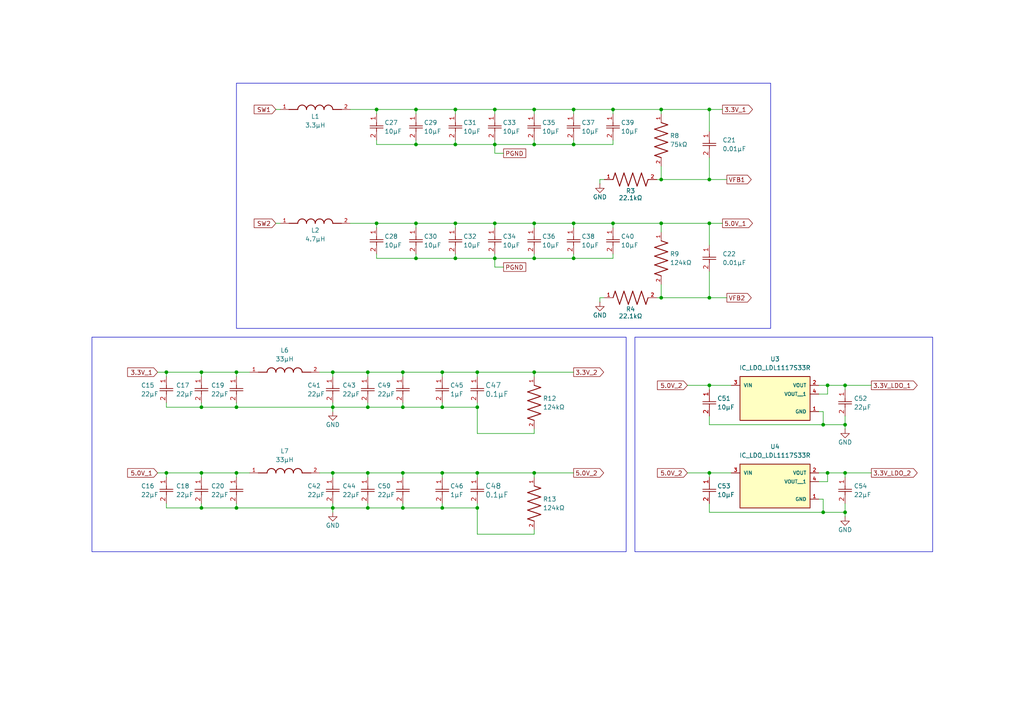
<source format=kicad_sch>
(kicad_sch
	(version 20250114)
	(generator "eeschema")
	(generator_version "9.0")
	(uuid "5a2c6c14-e1c6-4ea2-8264-d6b94da4e940")
	(paper "A4")
	(title_block
		(title "PSU_LOW-NOISE_12V_3V3-5V")
		(date "2025-02-10")
		(rev "1")
		(company "EASTLAND SUPPLY")
	)
	(lib_symbols
		(symbol "PWR_MOD:CAP_0.01_mF_06033C100KAT2A"
			(pin_names
				(offset 1.016)
			)
			(exclude_from_sim no)
			(in_bom yes)
			(on_board yes)
			(property "Reference" "C"
				(at -0.762 3.048 0)
				(effects
					(font
						(size 1.27 1.27)
					)
					(justify left bottom)
				)
			)
			(property "Value" "0.01µF"
				(at -2.54 -4.064 0)
				(effects
					(font
						(size 1.27 1.27)
					)
					(justify left bottom)
				)
			)
			(property "Footprint" "06033C100KAT2A:CAPC1608X90N"
				(at 0.254 7.874 0)
				(effects
					(font
						(size 1.27 1.27)
					)
					(justify bottom)
					(hide yes)
				)
			)
			(property "Datasheet" ""
				(at 0 0 0)
				(effects
					(font
						(size 1.27 1.27)
					)
					(hide yes)
				)
			)
			(property "Description" ""
				(at 0 0 0)
				(effects
					(font
						(size 1.27 1.27)
					)
					(hide yes)
				)
			)
			(symbol "CAP_0.01_mF_06033C100KAT2A_1_1"
				(polyline
					(pts
						(xy -1.27 0) (xy -0.3302 0)
					)
					(stroke
						(width 0.2032)
						(type default)
					)
					(fill
						(type none)
					)
				)
				(polyline
					(pts
						(xy -0.3302 -1.905) (xy -0.3302 1.905)
					)
					(stroke
						(width 0.2032)
						(type default)
					)
					(fill
						(type none)
					)
				)
				(polyline
					(pts
						(xy 0.3048 0) (xy 1.27 0)
					)
					(stroke
						(width 0.2032)
						(type default)
					)
					(fill
						(type none)
					)
				)
				(polyline
					(pts
						(xy 0.3048 -1.905) (xy 0.3048 1.905)
					)
					(stroke
						(width 0.2032)
						(type default)
					)
					(fill
						(type none)
					)
				)
				(pin unspecified line
					(at -3.81 0 0)
					(length 2.54)
					(name ""
						(effects
							(font
								(size 1.27 1.27)
							)
						)
					)
					(number "1"
						(effects
							(font
								(size 1.27 1.27)
							)
						)
					)
				)
				(pin unspecified line
					(at 3.81 0 180)
					(length 2.54)
					(name ""
						(effects
							(font
								(size 1.27 1.27)
							)
						)
					)
					(number "2"
						(effects
							(font
								(size 1.27 1.27)
							)
						)
					)
				)
			)
			(embedded_fonts no)
		)
		(symbol "PWR_MOD:CAP_0.1_uF_CL10A104KA8NNNC"
			(pin_names
				(offset 0.254)
			)
			(exclude_from_sim no)
			(in_bom yes)
			(on_board yes)
			(property "Reference" "C"
				(at 0 3.81 0)
				(effects
					(font
						(size 1.524 1.524)
					)
				)
			)
			(property "Value" "0.1µF"
				(at 0 -3.302 0)
				(effects
					(font
						(size 1.524 1.524)
					)
				)
			)
			(property "Footprint" "CAP_CL10_SAM"
				(at -0.508 6.35 0)
				(effects
					(font
						(size 1.27 1.27)
						(italic yes)
					)
					(hide yes)
				)
			)
			(property "Datasheet" "CL10A104KA8NNNC"
				(at 0 -5.588 0)
				(effects
					(font
						(size 1.27 1.27)
						(italic yes)
					)
					(hide yes)
				)
			)
			(property "Description" ""
				(at -3.81 0 0)
				(effects
					(font
						(size 1.27 1.27)
					)
					(hide yes)
				)
			)
			(property "ki_locked" ""
				(at 0 0 0)
				(effects
					(font
						(size 1.27 1.27)
					)
				)
			)
			(property "ki_keywords" "CL10A104KA8NNNC"
				(at 0 0 0)
				(effects
					(font
						(size 1.27 1.27)
					)
					(hide yes)
				)
			)
			(property "ki_fp_filters" "CAP_CL10_SAM CAP_CL10_SAM-M CAP_CL10_SAM-L"
				(at 0 0 0)
				(effects
					(font
						(size 1.27 1.27)
					)
					(hide yes)
				)
			)
			(symbol "CAP_0.1_uF_CL10A104KA8NNNC_1_1"
				(polyline
					(pts
						(xy -1.27 0) (xy -0.3302 0)
					)
					(stroke
						(width 0.2032)
						(type default)
					)
					(fill
						(type none)
					)
				)
				(polyline
					(pts
						(xy -0.3302 -1.905) (xy -0.3302 1.905)
					)
					(stroke
						(width 0.2032)
						(type default)
					)
					(fill
						(type none)
					)
				)
				(polyline
					(pts
						(xy 0.3048 0) (xy 1.27 0)
					)
					(stroke
						(width 0.2032)
						(type default)
					)
					(fill
						(type none)
					)
				)
				(polyline
					(pts
						(xy 0.3048 -1.905) (xy 0.3048 1.905)
					)
					(stroke
						(width 0.2032)
						(type default)
					)
					(fill
						(type none)
					)
				)
				(pin unspecified line
					(at -3.81 0 0)
					(length 2.54)
					(name ""
						(effects
							(font
								(size 1.27 1.27)
							)
						)
					)
					(number "1"
						(effects
							(font
								(size 1.27 1.27)
							)
						)
					)
				)
				(pin unspecified line
					(at 3.81 0 180)
					(length 2.54)
					(name ""
						(effects
							(font
								(size 1.27 1.27)
							)
						)
					)
					(number "2"
						(effects
							(font
								(size 1.27 1.27)
							)
						)
					)
				)
			)
			(symbol "CAP_0.1_uF_CL10A104KA8NNNC_1_2"
				(polyline
					(pts
						(xy -1.905 -3.4798) (xy 1.905 -3.4798)
					)
					(stroke
						(width 0.2032)
						(type default)
					)
					(fill
						(type none)
					)
				)
				(polyline
					(pts
						(xy -1.905 -4.1148) (xy 1.905 -4.1148)
					)
					(stroke
						(width 0.2032)
						(type default)
					)
					(fill
						(type none)
					)
				)
				(polyline
					(pts
						(xy 0 -2.54) (xy 0 -3.4798)
					)
					(stroke
						(width 0.2032)
						(type default)
					)
					(fill
						(type none)
					)
				)
				(polyline
					(pts
						(xy 0 -4.1148) (xy 0 -5.08)
					)
					(stroke
						(width 0.2032)
						(type default)
					)
					(fill
						(type none)
					)
				)
				(pin unspecified line
					(at 0 0 270)
					(length 2.54)
					(name ""
						(effects
							(font
								(size 1.27 1.27)
							)
						)
					)
					(number "1"
						(effects
							(font
								(size 1.27 1.27)
							)
						)
					)
				)
				(pin unspecified line
					(at 0 -7.62 90)
					(length 2.54)
					(name ""
						(effects
							(font
								(size 1.27 1.27)
							)
						)
					)
					(number "2"
						(effects
							(font
								(size 1.27 1.27)
							)
						)
					)
				)
			)
			(embedded_fonts no)
		)
		(symbol "PWR_MOD:CAP_10_uF_CL31A106KAHNNNE"
			(pin_names
				(offset 1.016)
			)
			(exclude_from_sim no)
			(in_bom yes)
			(on_board yes)
			(property "Reference" "C"
				(at -0.762 2.286 0)
				(effects
					(font
						(size 1.27 1.27)
					)
					(justify left bottom)
				)
			)
			(property "Value" "10µF"
				(at -2.54 -3.81 0)
				(effects
					(font
						(size 1.27 1.27)
					)
					(justify left bottom)
				)
			)
			(property "Footprint" "CL31A106KAHNNNE:CAPC3216X140N"
				(at 0.508 8.89 0)
				(effects
					(font
						(size 1.27 1.27)
					)
					(justify bottom)
					(hide yes)
				)
			)
			(property "Datasheet" ""
				(at 0 0 0)
				(effects
					(font
						(size 1.27 1.27)
					)
					(hide yes)
				)
			)
			(property "Description" ""
				(at 0 0 0)
				(effects
					(font
						(size 1.27 1.27)
					)
					(hide yes)
				)
			)
			(symbol "CAP_10_uF_CL31A106KAHNNNE_1_1"
				(polyline
					(pts
						(xy -1.27 0) (xy -0.3302 0)
					)
					(stroke
						(width 0.2032)
						(type default)
					)
					(fill
						(type none)
					)
				)
				(polyline
					(pts
						(xy -0.3302 -1.905) (xy -0.3302 1.905)
					)
					(stroke
						(width 0.2032)
						(type default)
					)
					(fill
						(type none)
					)
				)
				(polyline
					(pts
						(xy 0.3048 0) (xy 1.27 0)
					)
					(stroke
						(width 0.2032)
						(type default)
					)
					(fill
						(type none)
					)
				)
				(polyline
					(pts
						(xy 0.3048 -1.905) (xy 0.3048 1.905)
					)
					(stroke
						(width 0.2032)
						(type default)
					)
					(fill
						(type none)
					)
				)
				(pin unspecified line
					(at -3.81 0 0)
					(length 2.54)
					(name ""
						(effects
							(font
								(size 1.27 1.27)
							)
						)
					)
					(number "1"
						(effects
							(font
								(size 1.27 1.27)
							)
						)
					)
				)
				(pin unspecified line
					(at 3.81 0 180)
					(length 2.54)
					(name ""
						(effects
							(font
								(size 1.27 1.27)
							)
						)
					)
					(number "2"
						(effects
							(font
								(size 1.27 1.27)
							)
						)
					)
				)
			)
			(embedded_fonts no)
		)
		(symbol "PWR_MOD:CAP_1_uF_C1608X5R1E105K080AC"
			(pin_names
				(offset 1.016)
			)
			(exclude_from_sim no)
			(in_bom yes)
			(on_board yes)
			(property "Reference" "C"
				(at -0.762 2.54 0)
				(effects
					(font
						(size 1.27 1.27)
					)
					(justify left bottom)
				)
			)
			(property "Value" "1µF"
				(at -1.778 -4.064 0)
				(effects
					(font
						(size 1.27 1.27)
					)
					(justify left bottom)
				)
			)
			(property "Footprint" "C1608X5R1E105K080AC:CAPC1608X90N"
				(at 5.334 12.446 0)
				(effects
					(font
						(size 1.27 1.27)
					)
					(justify bottom)
					(hide yes)
				)
			)
			(property "Datasheet" ""
				(at -1.27 0 0)
				(effects
					(font
						(size 1.27 1.27)
					)
					(hide yes)
				)
			)
			(property "Description" ""
				(at -1.27 0 0)
				(effects
					(font
						(size 1.27 1.27)
					)
					(hide yes)
				)
			)
			(property "DigiKey_Part_Number" "445-5146-2-ND"
				(at -0.254 6.604 0)
				(effects
					(font
						(size 1.27 1.27)
					)
					(justify bottom)
					(hide yes)
				)
			)
			(property "SnapEDA_Link" "https://www.snapeda.com/parts/C1608X5R1E105K080AC/TDK/view-part/?ref=snap"
				(at 7.112 14.986 0)
				(effects
					(font
						(size 1.27 1.27)
					)
					(justify bottom)
					(hide yes)
				)
			)
			(property "Description_1" "\n                        \n                            1 µF ±10% 25V Ceramic Capacitor X5R 0603 (1608 Metric)\n                        \n"
				(at -6.604 8.89 0)
				(effects
					(font
						(size 1.27 1.27)
					)
					(justify bottom)
					(hide yes)
				)
			)
			(property "MF" "TDK"
				(at 4.572 5.08 0)
				(effects
					(font
						(size 1.27 1.27)
					)
					(justify bottom)
					(hide yes)
				)
			)
			(property "Package" "1608 TDK"
				(at -7.112 4.826 0)
				(effects
					(font
						(size 1.27 1.27)
					)
					(justify bottom)
					(hide yes)
				)
			)
			(property "Check_prices" "https://www.snapeda.com/parts/C1608X5R1E105K080AC/TDK/view-part/?ref=eda"
				(at 6.604 17.018 0)
				(effects
					(font
						(size 1.27 1.27)
					)
					(justify bottom)
					(hide yes)
				)
			)
			(property "MP" "C1608X5R1E105K080AC"
				(at -0.254 8.382 0)
				(effects
					(font
						(size 1.27 1.27)
					)
					(justify bottom)
					(hide yes)
				)
			)
			(symbol "CAP_1_uF_C1608X5R1E105K080AC_1_1"
				(polyline
					(pts
						(xy -1.27 0) (xy -0.3302 0)
					)
					(stroke
						(width 0.2032)
						(type default)
					)
					(fill
						(type none)
					)
				)
				(polyline
					(pts
						(xy -0.3302 -1.905) (xy -0.3302 1.905)
					)
					(stroke
						(width 0.2032)
						(type default)
					)
					(fill
						(type none)
					)
				)
				(polyline
					(pts
						(xy 0.3048 0) (xy 1.27 0)
					)
					(stroke
						(width 0.2032)
						(type default)
					)
					(fill
						(type none)
					)
				)
				(polyline
					(pts
						(xy 0.3048 -1.905) (xy 0.3048 1.905)
					)
					(stroke
						(width 0.2032)
						(type default)
					)
					(fill
						(type none)
					)
				)
				(pin unspecified line
					(at -3.81 0 0)
					(length 2.54)
					(name ""
						(effects
							(font
								(size 1.27 1.27)
							)
						)
					)
					(number "1"
						(effects
							(font
								(size 1.27 1.27)
							)
						)
					)
				)
				(pin unspecified line
					(at 3.81 0 180)
					(length 2.54)
					(name ""
						(effects
							(font
								(size 1.27 1.27)
							)
						)
					)
					(number "2"
						(effects
							(font
								(size 1.27 1.27)
							)
						)
					)
				)
			)
			(embedded_fonts no)
		)
		(symbol "PWR_MOD:CAP_22_mF_CL31A226KAHNNNE"
			(pin_names
				(offset 1.016)
			)
			(exclude_from_sim no)
			(in_bom yes)
			(on_board yes)
			(property "Reference" "C"
				(at -0.762 2.54 0)
				(effects
					(font
						(size 1.27 1.27)
					)
					(justify left bottom)
				)
			)
			(property "Value" "22µF"
				(at -2.54 -4.064 0)
				(effects
					(font
						(size 1.27 1.27)
					)
					(justify left bottom)
				)
			)
			(property "Footprint" "CL31A226KAHNNNE:CAPC3216X180N"
				(at 1.27 7.874 0)
				(effects
					(font
						(size 1.27 1.27)
					)
					(justify bottom)
					(hide yes)
				)
			)
			(property "Datasheet" ""
				(at 0 0 0)
				(effects
					(font
						(size 1.27 1.27)
					)
					(hide yes)
				)
			)
			(property "Description" ""
				(at 0 0 0)
				(effects
					(font
						(size 1.27 1.27)
					)
					(hide yes)
				)
			)
			(symbol "CAP_22_mF_CL31A226KAHNNNE_1_1"
				(polyline
					(pts
						(xy -1.27 0) (xy -0.3302 0)
					)
					(stroke
						(width 0.2032)
						(type default)
					)
					(fill
						(type none)
					)
				)
				(polyline
					(pts
						(xy -0.3302 -1.905) (xy -0.3302 1.905)
					)
					(stroke
						(width 0.2032)
						(type default)
					)
					(fill
						(type none)
					)
				)
				(polyline
					(pts
						(xy 0.3048 0) (xy 1.27 0)
					)
					(stroke
						(width 0.2032)
						(type default)
					)
					(fill
						(type none)
					)
				)
				(polyline
					(pts
						(xy 0.3048 -1.905) (xy 0.3048 1.905)
					)
					(stroke
						(width 0.2032)
						(type default)
					)
					(fill
						(type none)
					)
				)
				(pin unspecified line
					(at -3.81 0 0)
					(length 2.54)
					(name ""
						(effects
							(font
								(size 1.27 1.27)
							)
						)
					)
					(number "1"
						(effects
							(font
								(size 1.27 1.27)
							)
						)
					)
				)
				(pin unspecified line
					(at 3.81 0 180)
					(length 2.54)
					(name ""
						(effects
							(font
								(size 1.27 1.27)
							)
						)
					)
					(number "2"
						(effects
							(font
								(size 1.27 1.27)
							)
						)
					)
				)
			)
			(embedded_fonts no)
		)
		(symbol "PWR_MOD:IC_LDO_LDL1117S33R"
			(pin_names
				(offset 1.016)
			)
			(exclude_from_sim no)
			(in_bom yes)
			(on_board yes)
			(property "Reference" "U"
				(at -0.762 5.842 0)
				(effects
					(font
						(size 1.27 1.27)
					)
					(justify left bottom)
				)
			)
			(property "Value" "IC_LDO_LDL1117S33R"
				(at -10.414 -9.906 0)
				(effects
					(font
						(size 1.27 1.27)
					)
					(justify left bottom)
				)
			)
			(property "Footprint" "LDL1117S33R:SOT230P700X180-4N"
				(at 1.778 25.908 0)
				(effects
					(font
						(size 1.27 1.27)
					)
					(justify bottom)
					(hide yes)
				)
			)
			(property "Datasheet" ""
				(at 0 0 0)
				(effects
					(font
						(size 1.27 1.27)
					)
					(hide yes)
				)
			)
			(property "Description" ""
				(at 0 0 0)
				(effects
					(font
						(size 1.27 1.27)
					)
					(hide yes)
				)
			)
			(property "PARTREV" "7"
				(at 0.508 21.336 0)
				(effects
					(font
						(size 1.27 1.27)
					)
					(justify bottom)
					(hide yes)
				)
			)
			(property "MANUFACTURER" "STMicroelectronics"
				(at 3.556 18.288 0)
				(effects
					(font
						(size 1.27 1.27)
					)
					(justify bottom)
					(hide yes)
				)
			)
			(property "SNAPEDA_PN" "LDL1117S33R"
				(at 2.794 22.86 0)
				(effects
					(font
						(size 1.27 1.27)
					)
					(justify bottom)
					(hide yes)
				)
			)
			(property "MAXIMUM_PACKAGE_HEIGHT" "1.8 mm"
				(at 2.794 13.97 0)
				(effects
					(font
						(size 1.27 1.27)
					)
					(justify bottom)
					(hide yes)
				)
			)
			(property "STANDARD" "IPC 7351B"
				(at 0.762 -22.098 0)
				(effects
					(font
						(size 1.27 1.27)
					)
					(justify bottom)
					(hide yes)
				)
			)
			(symbol "IC_LDO_LDL1117S33R_0_0"
				(rectangle
					(start -10.16 5.08)
					(end 10.16 -7.62)
					(stroke
						(width 0.254)
						(type default)
					)
					(fill
						(type background)
					)
				)
			)
			(symbol "IC_LDO_LDL1117S33R_1_0"
				(pin input line
					(at -12.7 2.54 0)
					(length 2.54)
					(name "VIN"
						(effects
							(font
								(size 1.016 1.016)
							)
						)
					)
					(number "3"
						(effects
							(font
								(size 1.016 1.016)
							)
						)
					)
				)
				(pin output line
					(at 12.7 2.54 180)
					(length 2.54)
					(name "VOUT"
						(effects
							(font
								(size 1.016 1.016)
							)
						)
					)
					(number "2"
						(effects
							(font
								(size 1.016 1.016)
							)
						)
					)
				)
				(pin output line
					(at 12.7 0 180)
					(length 2.54)
					(name "VOUT__1"
						(effects
							(font
								(size 1.016 1.016)
							)
						)
					)
					(number "4"
						(effects
							(font
								(size 1.016 1.016)
							)
						)
					)
				)
				(pin unspecified line
					(at 12.7 -5.08 180)
					(length 2.54)
					(name "GND"
						(effects
							(font
								(size 1.016 1.016)
							)
						)
					)
					(number "1"
						(effects
							(font
								(size 1.016 1.016)
							)
						)
					)
				)
			)
			(embedded_fonts no)
		)
		(symbol "PWR_MOD:IND_3.3_mH_VLS6045EX-3R3N"
			(pin_names
				(offset 1.016)
			)
			(exclude_from_sim no)
			(in_bom yes)
			(on_board yes)
			(property "Reference" "L"
				(at -0.762 2.032 0)
				(effects
					(font
						(size 1.27 1.27)
					)
					(justify left bottom)
				)
			)
			(property "Value" "3.3µH"
				(at -3.048 -0.762 0)
				(effects
					(font
						(size 1.27 1.27)
					)
					(justify left top)
				)
			)
			(property "Footprint" "VLS6045EX-3R3N:IND_VLS6045EX-3R3N"
				(at -1.524 9.652 0)
				(effects
					(font
						(size 1.27 1.27)
					)
					(justify bottom)
					(hide yes)
				)
			)
			(property "Datasheet" ""
				(at 0 0 0)
				(effects
					(font
						(size 1.27 1.27)
					)
					(hide yes)
				)
			)
			(property "Description" ""
				(at 0 0 0)
				(effects
					(font
						(size 1.27 1.27)
					)
					(hide yes)
				)
			)
			(property "PARTREV" "N/A"
				(at -0.508 11.684 0)
				(effects
					(font
						(size 1.27 1.27)
					)
					(justify bottom)
					(hide yes)
				)
			)
			(property "STANDARD" "Manufacturer Recommendations"
				(at 0 7.62 0)
				(effects
					(font
						(size 1.27 1.27)
					)
					(justify bottom)
					(hide yes)
				)
			)
			(property "MAXIMUM_PACKAGE_HEIGHT" "4.5 mm"
				(at 0.762 -5.588 0)
				(effects
					(font
						(size 1.27 1.27)
					)
					(justify bottom)
					(hide yes)
				)
			)
			(property "MANUFACTURER" "TDK"
				(at 0.254 5.588 0)
				(effects
					(font
						(size 1.27 1.27)
					)
					(justify bottom)
					(hide yes)
				)
			)
			(symbol "IND_3.3_mH_VLS6045EX-3R3N_0_0"
				(polyline
					(pts
						(xy -5.08 0) (xy -7.62 0)
					)
					(stroke
						(width 0.254)
						(type default)
					)
					(fill
						(type none)
					)
				)
				(arc
					(start -5.08 0)
					(mid -3.81 1.2645)
					(end -2.54 0)
					(stroke
						(width 0.254)
						(type default)
					)
					(fill
						(type none)
					)
				)
				(arc
					(start -2.54 0)
					(mid -1.27 1.2645)
					(end 0 0)
					(stroke
						(width 0.254)
						(type default)
					)
					(fill
						(type none)
					)
				)
				(arc
					(start 0 0)
					(mid 1.27 1.2645)
					(end 2.54 0)
					(stroke
						(width 0.254)
						(type default)
					)
					(fill
						(type none)
					)
				)
				(arc
					(start 2.54 0)
					(mid 3.81 1.2645)
					(end 5.08 0)
					(stroke
						(width 0.254)
						(type default)
					)
					(fill
						(type none)
					)
				)
				(polyline
					(pts
						(xy 5.08 0) (xy 7.62 0)
					)
					(stroke
						(width 0.254)
						(type default)
					)
					(fill
						(type none)
					)
				)
			)
			(symbol "IND_3.3_mH_VLS6045EX-3R3N_1_0"
				(pin passive line
					(at -10.16 0 0)
					(length 2.54)
					(name "~"
						(effects
							(font
								(size 1.016 1.016)
							)
						)
					)
					(number "1"
						(effects
							(font
								(size 1.016 1.016)
							)
						)
					)
				)
				(pin passive line
					(at 10.16 0 180)
					(length 2.54)
					(name "~"
						(effects
							(font
								(size 1.016 1.016)
							)
						)
					)
					(number "2"
						(effects
							(font
								(size 1.016 1.016)
							)
						)
					)
				)
			)
			(embedded_fonts no)
		)
		(symbol "PWR_MOD:IND_33_uH_ETQP4M330KFM"
			(pin_names
				(offset 1.016)
			)
			(exclude_from_sim no)
			(in_bom yes)
			(on_board yes)
			(property "Reference" "L"
				(at -0.762 2.286 0)
				(effects
					(font
						(size 1.27 1.27)
					)
					(justify left bottom)
				)
			)
			(property "Value" "33µH"
				(at -2.54 -1.524 0)
				(effects
					(font
						(size 1.27 1.27)
					)
					(justify left top)
				)
			)
			(property "Footprint" "ETQP4M330KFM:IND_ETQP4M330KFM"
				(at -1.778 14.478 0)
				(effects
					(font
						(size 1.27 1.27)
					)
					(justify bottom)
					(hide yes)
				)
			)
			(property "Datasheet" ""
				(at 0 0 0)
				(effects
					(font
						(size 1.27 1.27)
					)
					(hide yes)
				)
			)
			(property "Description" ""
				(at 0 0 0)
				(effects
					(font
						(size 1.27 1.27)
					)
					(hide yes)
				)
			)
			(property "PARTREV" "1-Feb-20"
				(at 11.176 -19.304 0)
				(effects
					(font
						(size 1.27 1.27)
					)
					(justify bottom)
					(hide yes)
				)
			)
			(property "STANDARD" "Manufacturer Recommendations"
				(at -0.254 10.414 0)
				(effects
					(font
						(size 1.27 1.27)
					)
					(justify bottom)
					(hide yes)
				)
			)
			(property "MAXIMUM_PACKAGE_HEIGHT" "4.0 mm"
				(at 9.906 -22.352 0)
				(effects
					(font
						(size 1.27 1.27)
					)
					(justify bottom)
					(hide yes)
				)
			)
			(property "MANUFACTURER" "Panasonic"
				(at 2.032 -14.732 0)
				(effects
					(font
						(size 1.27 1.27)
					)
					(justify bottom)
					(hide yes)
				)
			)
			(symbol "IND_33_uH_ETQP4M330KFM_0_0"
				(polyline
					(pts
						(xy -5.08 0) (xy -7.62 0)
					)
					(stroke
						(width 0.254)
						(type default)
					)
					(fill
						(type none)
					)
				)
				(arc
					(start -5.08 0)
					(mid -3.81 1.2645)
					(end -2.54 0)
					(stroke
						(width 0.254)
						(type default)
					)
					(fill
						(type none)
					)
				)
				(arc
					(start -2.54 0)
					(mid -1.27 1.2645)
					(end 0 0)
					(stroke
						(width 0.254)
						(type default)
					)
					(fill
						(type none)
					)
				)
				(arc
					(start 0 0)
					(mid 1.27 1.2645)
					(end 2.54 0)
					(stroke
						(width 0.254)
						(type default)
					)
					(fill
						(type none)
					)
				)
				(arc
					(start 2.54 0)
					(mid 3.81 1.2645)
					(end 5.08 0)
					(stroke
						(width 0.254)
						(type default)
					)
					(fill
						(type none)
					)
				)
				(polyline
					(pts
						(xy 5.08 0) (xy 7.62 0)
					)
					(stroke
						(width 0.254)
						(type default)
					)
					(fill
						(type none)
					)
				)
			)
			(symbol "IND_33_uH_ETQP4M330KFM_1_0"
				(pin passive line
					(at -10.16 0 0)
					(length 2.54)
					(name "~"
						(effects
							(font
								(size 1.016 1.016)
							)
						)
					)
					(number "1"
						(effects
							(font
								(size 1.016 1.016)
							)
						)
					)
				)
				(pin passive line
					(at 10.16 0 180)
					(length 2.54)
					(name "~"
						(effects
							(font
								(size 1.016 1.016)
							)
						)
					)
					(number "2"
						(effects
							(font
								(size 1.016 1.016)
							)
						)
					)
				)
			)
			(embedded_fonts no)
		)
		(symbol "PWR_MOD:IND_4.7_mH_VLS6045EX-4R7M"
			(pin_names
				(offset 1.016)
			)
			(exclude_from_sim no)
			(in_bom yes)
			(on_board yes)
			(property "Reference" "L"
				(at -0.762 2.032 0)
				(effects
					(font
						(size 1.27 1.27)
					)
					(justify left bottom)
				)
			)
			(property "Value" "4.7µH"
				(at -3.048 -0.762 0)
				(effects
					(font
						(size 1.27 1.27)
					)
					(justify left top)
				)
			)
			(property "Footprint" "VLS6045EX-4R7M:IND_VLS6045EX-4R7M"
				(at -0.254 9.652 0)
				(effects
					(font
						(size 1.27 1.27)
					)
					(justify bottom)
					(hide yes)
				)
			)
			(property "Datasheet" ""
				(at 0 0 0)
				(effects
					(font
						(size 1.27 1.27)
					)
					(hide yes)
				)
			)
			(property "Description" ""
				(at 0 0 0)
				(effects
					(font
						(size 1.27 1.27)
					)
					(hide yes)
				)
			)
			(property "PARTREV" "N/A"
				(at 6.096 5.08 0)
				(effects
					(font
						(size 1.27 1.27)
					)
					(justify bottom)
					(hide yes)
				)
			)
			(property "STANDARD" "Manufacturer Recommendations"
				(at 0.508 7.112 0)
				(effects
					(font
						(size 1.27 1.27)
					)
					(justify bottom)
					(hide yes)
				)
			)
			(property "MAXIMUM_PACKAGE_HEIGHT" "4.5 mm"
				(at 0.508 5.08 0)
				(effects
					(font
						(size 1.27 1.27)
					)
					(justify bottom)
					(hide yes)
				)
			)
			(property "MANUFACTURER" "TDK"
				(at 0.254 11.938 0)
				(effects
					(font
						(size 1.27 1.27)
					)
					(justify bottom)
					(hide yes)
				)
			)
			(symbol "IND_4.7_mH_VLS6045EX-4R7M_0_0"
				(polyline
					(pts
						(xy -5.08 0) (xy -7.62 0)
					)
					(stroke
						(width 0.254)
						(type default)
					)
					(fill
						(type none)
					)
				)
				(arc
					(start -5.08 0)
					(mid -3.81 1.2645)
					(end -2.54 0)
					(stroke
						(width 0.254)
						(type default)
					)
					(fill
						(type none)
					)
				)
				(arc
					(start -2.54 0)
					(mid -1.27 1.2645)
					(end 0 0)
					(stroke
						(width 0.254)
						(type default)
					)
					(fill
						(type none)
					)
				)
				(arc
					(start 0 0)
					(mid 1.27 1.2645)
					(end 2.54 0)
					(stroke
						(width 0.254)
						(type default)
					)
					(fill
						(type none)
					)
				)
				(arc
					(start 2.54 0)
					(mid 3.81 1.2645)
					(end 5.08 0)
					(stroke
						(width 0.254)
						(type default)
					)
					(fill
						(type none)
					)
				)
				(polyline
					(pts
						(xy 5.08 0) (xy 7.62 0)
					)
					(stroke
						(width 0.254)
						(type default)
					)
					(fill
						(type none)
					)
				)
			)
			(symbol "IND_4.7_mH_VLS6045EX-4R7M_1_0"
				(pin passive line
					(at -10.16 0 0)
					(length 2.54)
					(name "~"
						(effects
							(font
								(size 1.016 1.016)
							)
						)
					)
					(number "1"
						(effects
							(font
								(size 1.016 1.016)
							)
						)
					)
				)
				(pin passive line
					(at 10.16 0 180)
					(length 2.54)
					(name "~"
						(effects
							(font
								(size 1.016 1.016)
							)
						)
					)
					(number "2"
						(effects
							(font
								(size 1.016 1.016)
							)
						)
					)
				)
			)
			(embedded_fonts no)
		)
		(symbol "PWR_MOD:RES_124_kOhms_ERJ-PB6B1243V"
			(pin_names
				(offset 1.016)
			)
			(exclude_from_sim no)
			(in_bom yes)
			(on_board yes)
			(property "Reference" "R"
				(at -0.762 2.54 0)
				(effects
					(font
						(size 1.27 1.27)
					)
					(justify left bottom)
				)
			)
			(property "Value" "124kΩ"
				(at -3.048 -2.794 0)
				(effects
					(font
						(size 1.27 1.27)
					)
					(justify left top)
				)
			)
			(property "Footprint" "ERJ-PB6B1243V:RES_ERJ-PB6B1243V"
				(at 0.762 6.604 0)
				(effects
					(font
						(size 1.27 1.27)
					)
					(justify bottom)
					(hide yes)
				)
			)
			(property "Datasheet" ""
				(at 0 0 0)
				(effects
					(font
						(size 1.27 1.27)
					)
					(hide yes)
				)
			)
			(property "Description" ""
				(at 0 0 0)
				(effects
					(font
						(size 1.27 1.27)
					)
					(hide yes)
				)
			)
			(property "PARTREV" "3/1/2020"
				(at 0.254 10.414 0)
				(effects
					(font
						(size 1.27 1.27)
					)
					(justify bottom)
					(hide yes)
				)
			)
			(property "MANUFACTURER" "Panasonic"
				(at 0.254 13.208 0)
				(effects
					(font
						(size 1.27 1.27)
					)
					(justify bottom)
					(hide yes)
				)
			)
			(property "MAXIMUM_PACKAGE_HEIGHT" "0.55 mm"
				(at -0.254 8.636 0)
				(effects
					(font
						(size 1.27 1.27)
					)
					(justify bottom)
					(hide yes)
				)
			)
			(property "STANDARD" "Manufacturer Recommendations"
				(at 0.762 4.826 0)
				(effects
					(font
						(size 1.27 1.27)
					)
					(justify bottom)
					(hide yes)
				)
			)
			(symbol "RES_124_kOhms_ERJ-PB6B1243V_0_0"
				(polyline
					(pts
						(xy -5.08 0) (xy -4.445 1.905)
					)
					(stroke
						(width 0.254)
						(type default)
					)
					(fill
						(type none)
					)
				)
				(polyline
					(pts
						(xy -4.445 1.905) (xy -3.175 -1.905)
					)
					(stroke
						(width 0.254)
						(type default)
					)
					(fill
						(type none)
					)
				)
				(polyline
					(pts
						(xy -3.175 -1.905) (xy -1.905 1.905)
					)
					(stroke
						(width 0.254)
						(type default)
					)
					(fill
						(type none)
					)
				)
				(polyline
					(pts
						(xy -1.905 1.905) (xy -0.635 -1.905)
					)
					(stroke
						(width 0.254)
						(type default)
					)
					(fill
						(type none)
					)
				)
				(polyline
					(pts
						(xy -0.635 -1.905) (xy 0.635 1.905)
					)
					(stroke
						(width 0.254)
						(type default)
					)
					(fill
						(type none)
					)
				)
				(polyline
					(pts
						(xy 0.635 1.905) (xy 1.905 -1.905)
					)
					(stroke
						(width 0.254)
						(type default)
					)
					(fill
						(type none)
					)
				)
				(polyline
					(pts
						(xy 1.905 -1.905) (xy 3.175 1.905)
					)
					(stroke
						(width 0.254)
						(type default)
					)
					(fill
						(type none)
					)
				)
				(polyline
					(pts
						(xy 3.175 1.905) (xy 4.445 -1.905)
					)
					(stroke
						(width 0.254)
						(type default)
					)
					(fill
						(type none)
					)
				)
				(polyline
					(pts
						(xy 4.445 -1.905) (xy 5.08 0)
					)
					(stroke
						(width 0.254)
						(type default)
					)
					(fill
						(type none)
					)
				)
			)
			(symbol "RES_124_kOhms_ERJ-PB6B1243V_1_0"
				(pin passive line
					(at -7.62 0 0)
					(length 2.54)
					(name "~"
						(effects
							(font
								(size 1.016 1.016)
							)
						)
					)
					(number "1"
						(effects
							(font
								(size 1.016 1.016)
							)
						)
					)
				)
				(pin passive line
					(at 7.62 0 180)
					(length 2.54)
					(name "~"
						(effects
							(font
								(size 1.016 1.016)
							)
						)
					)
					(number "2"
						(effects
							(font
								(size 1.016 1.016)
							)
						)
					)
				)
			)
			(embedded_fonts no)
		)
		(symbol "PWR_MOD:RES_22.1_kOhms_RN73R2ATTD2212B25"
			(pin_names
				(offset 1.016)
			)
			(exclude_from_sim no)
			(in_bom yes)
			(on_board yes)
			(property "Reference" "R"
				(at -0.762 2.794 0)
				(effects
					(font
						(size 1.27 1.27)
					)
					(justify left bottom)
				)
			)
			(property "Value" "22.1kΩ"
				(at -3.302 -4.064 0)
				(effects
					(font
						(size 1.27 1.27)
					)
					(justify left bottom)
				)
			)
			(property "Footprint" "RN73R2ATTD2212B25:RESC2012X60N"
				(at 0.254 6.604 0)
				(effects
					(font
						(size 1.27 1.27)
					)
					(justify bottom)
					(hide yes)
				)
			)
			(property "Datasheet" ""
				(at 0 0 0)
				(effects
					(font
						(size 1.27 1.27)
					)
					(hide yes)
				)
			)
			(property "Description" ""
				(at 0 0 0)
				(effects
					(font
						(size 1.27 1.27)
					)
					(hide yes)
				)
			)
			(symbol "RES_22.1_kOhms_RN73R2ATTD2212B25_0_0"
				(polyline
					(pts
						(xy -5.08 0) (xy -4.445 1.905)
					)
					(stroke
						(width 0.254)
						(type default)
					)
					(fill
						(type none)
					)
				)
				(polyline
					(pts
						(xy -4.445 1.905) (xy -3.175 -1.905)
					)
					(stroke
						(width 0.254)
						(type default)
					)
					(fill
						(type none)
					)
				)
				(polyline
					(pts
						(xy -3.175 -1.905) (xy -1.905 1.905)
					)
					(stroke
						(width 0.254)
						(type default)
					)
					(fill
						(type none)
					)
				)
				(polyline
					(pts
						(xy -1.905 1.905) (xy -0.635 -1.905)
					)
					(stroke
						(width 0.254)
						(type default)
					)
					(fill
						(type none)
					)
				)
				(polyline
					(pts
						(xy -0.635 -1.905) (xy 0.635 1.905)
					)
					(stroke
						(width 0.254)
						(type default)
					)
					(fill
						(type none)
					)
				)
				(polyline
					(pts
						(xy 0.635 1.905) (xy 1.905 -1.905)
					)
					(stroke
						(width 0.254)
						(type default)
					)
					(fill
						(type none)
					)
				)
				(polyline
					(pts
						(xy 1.905 -1.905) (xy 3.175 1.905)
					)
					(stroke
						(width 0.254)
						(type default)
					)
					(fill
						(type none)
					)
				)
				(polyline
					(pts
						(xy 3.175 1.905) (xy 4.445 -1.905)
					)
					(stroke
						(width 0.254)
						(type default)
					)
					(fill
						(type none)
					)
				)
				(polyline
					(pts
						(xy 4.445 -1.905) (xy 5.08 0)
					)
					(stroke
						(width 0.254)
						(type default)
					)
					(fill
						(type none)
					)
				)
			)
			(symbol "RES_22.1_kOhms_RN73R2ATTD2212B25_1_0"
				(pin passive line
					(at -7.62 0 0)
					(length 2.54)
					(name "~"
						(effects
							(font
								(size 1.016 1.016)
							)
						)
					)
					(number "1"
						(effects
							(font
								(size 1.016 1.016)
							)
						)
					)
				)
				(pin passive line
					(at 7.62 0 180)
					(length 2.54)
					(name "~"
						(effects
							(font
								(size 1.016 1.016)
							)
						)
					)
					(number "2"
						(effects
							(font
								(size 1.016 1.016)
							)
						)
					)
				)
			)
			(embedded_fonts no)
		)
		(symbol "PWR_MOD:RES_75_kOhms_RN73R2ATTD7502B25"
			(pin_names
				(offset 1.016)
			)
			(exclude_from_sim no)
			(in_bom yes)
			(on_board yes)
			(property "Reference" "R"
				(at -0.762 2.286 0)
				(effects
					(font
						(size 1.27 1.27)
					)
					(justify left bottom)
				)
			)
			(property "Value" "75kΩ"
				(at -2.54 -4.064 0)
				(effects
					(font
						(size 1.27 1.27)
					)
					(justify left bottom)
				)
			)
			(property "Footprint" "RN73R2ATTD7502B25:RESC2012X60N"
				(at 1.27 10.16 0)
				(effects
					(font
						(size 1.27 1.27)
					)
					(justify bottom)
					(hide yes)
				)
			)
			(property "Datasheet" ""
				(at 0 0 0)
				(effects
					(font
						(size 1.27 1.27)
					)
					(hide yes)
				)
			)
			(property "Description" ""
				(at 0 0 0)
				(effects
					(font
						(size 1.27 1.27)
					)
					(hide yes)
				)
			)
			(symbol "RES_75_kOhms_RN73R2ATTD7502B25_0_0"
				(polyline
					(pts
						(xy -5.08 0) (xy -4.445 1.905)
					)
					(stroke
						(width 0.254)
						(type default)
					)
					(fill
						(type none)
					)
				)
				(polyline
					(pts
						(xy -4.445 1.905) (xy -3.175 -1.905)
					)
					(stroke
						(width 0.254)
						(type default)
					)
					(fill
						(type none)
					)
				)
				(polyline
					(pts
						(xy -3.175 -1.905) (xy -1.905 1.905)
					)
					(stroke
						(width 0.254)
						(type default)
					)
					(fill
						(type none)
					)
				)
				(polyline
					(pts
						(xy -1.905 1.905) (xy -0.635 -1.905)
					)
					(stroke
						(width 0.254)
						(type default)
					)
					(fill
						(type none)
					)
				)
				(polyline
					(pts
						(xy -0.635 -1.905) (xy 0.635 1.905)
					)
					(stroke
						(width 0.254)
						(type default)
					)
					(fill
						(type none)
					)
				)
				(polyline
					(pts
						(xy 0.635 1.905) (xy 1.905 -1.905)
					)
					(stroke
						(width 0.254)
						(type default)
					)
					(fill
						(type none)
					)
				)
				(polyline
					(pts
						(xy 1.905 -1.905) (xy 3.175 1.905)
					)
					(stroke
						(width 0.254)
						(type default)
					)
					(fill
						(type none)
					)
				)
				(polyline
					(pts
						(xy 3.175 1.905) (xy 4.445 -1.905)
					)
					(stroke
						(width 0.254)
						(type default)
					)
					(fill
						(type none)
					)
				)
				(polyline
					(pts
						(xy 4.445 -1.905) (xy 5.08 0)
					)
					(stroke
						(width 0.254)
						(type default)
					)
					(fill
						(type none)
					)
				)
			)
			(symbol "RES_75_kOhms_RN73R2ATTD7502B25_1_0"
				(pin passive line
					(at -7.62 0 0)
					(length 2.54)
					(name "~"
						(effects
							(font
								(size 1.016 1.016)
							)
						)
					)
					(number "1"
						(effects
							(font
								(size 1.016 1.016)
							)
						)
					)
				)
				(pin passive line
					(at 7.62 0 180)
					(length 2.54)
					(name "~"
						(effects
							(font
								(size 1.016 1.016)
							)
						)
					)
					(number "2"
						(effects
							(font
								(size 1.016 1.016)
							)
						)
					)
				)
			)
			(embedded_fonts no)
		)
		(symbol "power:GND"
			(power)
			(pin_numbers
				(hide yes)
			)
			(pin_names
				(offset 0)
				(hide yes)
			)
			(exclude_from_sim no)
			(in_bom yes)
			(on_board yes)
			(property "Reference" "#PWR"
				(at 0 -6.35 0)
				(effects
					(font
						(size 1.27 1.27)
					)
					(hide yes)
				)
			)
			(property "Value" "GND"
				(at 0 -3.81 0)
				(effects
					(font
						(size 1.27 1.27)
					)
				)
			)
			(property "Footprint" ""
				(at 0 0 0)
				(effects
					(font
						(size 1.27 1.27)
					)
					(hide yes)
				)
			)
			(property "Datasheet" ""
				(at 0 0 0)
				(effects
					(font
						(size 1.27 1.27)
					)
					(hide yes)
				)
			)
			(property "Description" "Power symbol creates a global label with name \"GND\" , ground"
				(at 0 0 0)
				(effects
					(font
						(size 1.27 1.27)
					)
					(hide yes)
				)
			)
			(property "ki_keywords" "global power"
				(at 0 0 0)
				(effects
					(font
						(size 1.27 1.27)
					)
					(hide yes)
				)
			)
			(symbol "GND_0_1"
				(polyline
					(pts
						(xy 0 0) (xy 0 -1.27) (xy 1.27 -1.27) (xy 0 -2.54) (xy -1.27 -1.27) (xy 0 -1.27)
					)
					(stroke
						(width 0)
						(type default)
					)
					(fill
						(type none)
					)
				)
			)
			(symbol "GND_1_1"
				(pin power_in line
					(at 0 0 270)
					(length 0)
					(name "~"
						(effects
							(font
								(size 1.27 1.27)
							)
						)
					)
					(number "1"
						(effects
							(font
								(size 1.27 1.27)
							)
						)
					)
				)
			)
			(embedded_fonts no)
		)
	)
	(rectangle
		(start 184.15 97.79)
		(end 270.51 160.02)
		(stroke
			(width 0)
			(type default)
		)
		(fill
			(type none)
		)
		(uuid 9fcdd348-5906-451d-a152-30dc05acd5b4)
	)
	(rectangle
		(start 26.67 97.79)
		(end 181.61 160.02)
		(stroke
			(width 0)
			(type default)
		)
		(fill
			(type none)
		)
		(uuid d2251375-27b6-4a73-9fa3-61d277d665d5)
	)
	(rectangle
		(start 68.58 24.13)
		(end 223.52 95.25)
		(stroke
			(width 0)
			(type default)
		)
		(fill
			(type none)
		)
		(uuid e0a14384-ab44-4697-b94b-ae2708c03e97)
	)
	(junction
		(at 154.94 41.91)
		(diameter 0)
		(color 0 0 0 0)
		(uuid "00081692-b9dd-4b62-8fc4-d93314354945")
	)
	(junction
		(at 238.76 123.19)
		(diameter 0)
		(color 0 0 0 0)
		(uuid "019c05b5-1ecd-45c4-a1db-ed2b4694de97")
	)
	(junction
		(at 205.74 137.16)
		(diameter 0)
		(color 0 0 0 0)
		(uuid "0236a84f-ea1f-44cf-bf0a-be1b0f435489")
	)
	(junction
		(at 166.37 41.91)
		(diameter 0)
		(color 0 0 0 0)
		(uuid "06f105ae-326a-42c2-82c6-2a45641763c8")
	)
	(junction
		(at 166.37 64.77)
		(diameter 0)
		(color 0 0 0 0)
		(uuid "07607c98-1bf1-4183-b76e-ae5fadca2e07")
	)
	(junction
		(at 240.03 137.16)
		(diameter 0)
		(color 0 0 0 0)
		(uuid "0835d13b-da52-4b0b-a59c-b4f9253c43b1")
	)
	(junction
		(at 143.51 64.77)
		(diameter 0)
		(color 0 0 0 0)
		(uuid "09f21fd0-6f77-4137-a88d-9db1878460d6")
	)
	(junction
		(at 116.84 107.95)
		(diameter 0)
		(color 0 0 0 0)
		(uuid "0a692bc4-0180-43be-8a10-64b59aaa2647")
	)
	(junction
		(at 191.77 64.77)
		(diameter 0)
		(color 0 0 0 0)
		(uuid "0c547a33-7287-4060-8744-348b7e99d6e1")
	)
	(junction
		(at 154.94 137.16)
		(diameter 0)
		(color 0 0 0 0)
		(uuid "0fae013d-3280-4eb5-983c-e6030841bde2")
	)
	(junction
		(at 154.94 31.75)
		(diameter 0)
		(color 0 0 0 0)
		(uuid "13ac5deb-77d4-44f0-9444-2dcee399e3d4")
	)
	(junction
		(at 106.68 107.95)
		(diameter 0)
		(color 0 0 0 0)
		(uuid "168c9a9a-dcf8-48c6-a517-a1ff986974e3")
	)
	(junction
		(at 96.52 137.16)
		(diameter 0)
		(color 0 0 0 0)
		(uuid "18a3d6e4-786a-48e8-bda7-e6ba0391e6a9")
	)
	(junction
		(at 116.84 118.11)
		(diameter 0)
		(color 0 0 0 0)
		(uuid "195ab6c1-ba11-431e-8952-d7f8d4ce309e")
	)
	(junction
		(at 166.37 31.75)
		(diameter 0)
		(color 0 0 0 0)
		(uuid "19df0c6c-aaa3-450b-9a83-529af747ba77")
	)
	(junction
		(at 68.58 118.11)
		(diameter 0)
		(color 0 0 0 0)
		(uuid "1c5f44df-c210-40c8-8423-15bb71e5b821")
	)
	(junction
		(at 96.52 147.32)
		(diameter 0)
		(color 0 0 0 0)
		(uuid "1efb12e8-e89e-482f-8b9b-c72be1aa2aef")
	)
	(junction
		(at 138.43 147.32)
		(diameter 0)
		(color 0 0 0 0)
		(uuid "2c3505a0-326a-40d1-b561-67aaca5dfa32")
	)
	(junction
		(at 143.51 74.93)
		(diameter 0)
		(color 0 0 0 0)
		(uuid "2ccdfa44-c2c7-4a86-9f3a-6f4e4d6d8d27")
	)
	(junction
		(at 116.84 147.32)
		(diameter 0)
		(color 0 0 0 0)
		(uuid "315ea289-f6e6-4bfd-a58d-a80732112d57")
	)
	(junction
		(at 128.27 137.16)
		(diameter 0)
		(color 0 0 0 0)
		(uuid "32e1b32b-ec21-4634-9263-424cc52c9445")
	)
	(junction
		(at 68.58 147.32)
		(diameter 0)
		(color 0 0 0 0)
		(uuid "36796be1-b29f-4ba4-b8b6-a3ff5899c819")
	)
	(junction
		(at 120.65 31.75)
		(diameter 0)
		(color 0 0 0 0)
		(uuid "413af53b-1339-425f-84af-d6dad7df9021")
	)
	(junction
		(at 191.77 52.07)
		(diameter 0)
		(color 0 0 0 0)
		(uuid "42750ee9-089d-41e9-8b09-ebd6aa76248f")
	)
	(junction
		(at 245.11 137.16)
		(diameter 0)
		(color 0 0 0 0)
		(uuid "4884ac23-132f-4998-9b99-c28aa8dd5522")
	)
	(junction
		(at 205.74 52.07)
		(diameter 0)
		(color 0 0 0 0)
		(uuid "4b4fd43c-c28b-4dfc-8822-a428670c777c")
	)
	(junction
		(at 132.08 74.93)
		(diameter 0)
		(color 0 0 0 0)
		(uuid "52f7910e-b3a0-41ac-adcc-512ee12da763")
	)
	(junction
		(at 48.26 107.95)
		(diameter 0)
		(color 0 0 0 0)
		(uuid "5c85ed9d-5b6d-49e7-9821-506e18d1db8c")
	)
	(junction
		(at 120.65 74.93)
		(diameter 0)
		(color 0 0 0 0)
		(uuid "5ca9cb36-c42f-429c-a37b-3e0a413cb812")
	)
	(junction
		(at 205.74 111.76)
		(diameter 0)
		(color 0 0 0 0)
		(uuid "61ddaa00-8c9b-470d-a7c8-679192e51163")
	)
	(junction
		(at 68.58 107.95)
		(diameter 0)
		(color 0 0 0 0)
		(uuid "6209134b-2ecd-486d-b946-2338b763fa86")
	)
	(junction
		(at 154.94 74.93)
		(diameter 0)
		(color 0 0 0 0)
		(uuid "652470f8-307e-4e1b-800f-fb346eddf622")
	)
	(junction
		(at 58.42 147.32)
		(diameter 0)
		(color 0 0 0 0)
		(uuid "66103cd3-0151-4c78-8dff-fad8a5b0946d")
	)
	(junction
		(at 166.37 74.93)
		(diameter 0)
		(color 0 0 0 0)
		(uuid "6785aad9-5656-4008-81d9-0863042101ed")
	)
	(junction
		(at 245.11 111.76)
		(diameter 0)
		(color 0 0 0 0)
		(uuid "6a8c8bf2-cfda-4061-bd9f-f6c1ed16b0c3")
	)
	(junction
		(at 154.94 107.95)
		(diameter 0)
		(color 0 0 0 0)
		(uuid "6fe985cf-4342-43be-b829-5efcedb97bac")
	)
	(junction
		(at 96.52 118.11)
		(diameter 0)
		(color 0 0 0 0)
		(uuid "7013102e-0ac8-47b2-b8f7-799ce52ad182")
	)
	(junction
		(at 120.65 64.77)
		(diameter 0)
		(color 0 0 0 0)
		(uuid "713a40a4-c9f5-47aa-8aa9-b17b10f7dff8")
	)
	(junction
		(at 68.58 137.16)
		(diameter 0)
		(color 0 0 0 0)
		(uuid "7fa46922-3440-4408-b71f-23df2bf93078")
	)
	(junction
		(at 238.76 148.59)
		(diameter 0)
		(color 0 0 0 0)
		(uuid "8052133e-fd12-420a-8da3-2f7c44715302")
	)
	(junction
		(at 106.68 137.16)
		(diameter 0)
		(color 0 0 0 0)
		(uuid "80a2863f-f115-4901-806a-a23fa04b0a8e")
	)
	(junction
		(at 58.42 137.16)
		(diameter 0)
		(color 0 0 0 0)
		(uuid "845a617f-6d9f-4695-9e59-29712ff5724b")
	)
	(junction
		(at 109.22 31.75)
		(diameter 0)
		(color 0 0 0 0)
		(uuid "85b465b2-acb7-42d2-aedb-a3f8b3bee7a4")
	)
	(junction
		(at 191.77 86.36)
		(diameter 0)
		(color 0 0 0 0)
		(uuid "922af34b-ea29-4673-b70a-7b3e5507bec8")
	)
	(junction
		(at 245.11 123.19)
		(diameter 0)
		(color 0 0 0 0)
		(uuid "974de54a-e17d-4a17-8316-71e79e2c3c0d")
	)
	(junction
		(at 58.42 107.95)
		(diameter 0)
		(color 0 0 0 0)
		(uuid "995e04ad-afe1-4d49-99fa-4de318ac8eb3")
	)
	(junction
		(at 128.27 118.11)
		(diameter 0)
		(color 0 0 0 0)
		(uuid "9b105bcc-3854-4c71-819c-e235a0c35115")
	)
	(junction
		(at 132.08 41.91)
		(diameter 0)
		(color 0 0 0 0)
		(uuid "9ca23f9d-2ae2-42fb-9675-0b2a80b051da")
	)
	(junction
		(at 143.51 31.75)
		(diameter 0)
		(color 0 0 0 0)
		(uuid "9ed0caf0-d1fc-4633-b2f3-19c1ed7610e7")
	)
	(junction
		(at 128.27 147.32)
		(diameter 0)
		(color 0 0 0 0)
		(uuid "a06d9806-0f90-4ed5-a451-6baa7b7b1753")
	)
	(junction
		(at 58.42 118.11)
		(diameter 0)
		(color 0 0 0 0)
		(uuid "a9e99042-ddb5-47bf-be37-ff5dfc802d61")
	)
	(junction
		(at 120.65 41.91)
		(diameter 0)
		(color 0 0 0 0)
		(uuid "ae6f647a-fa12-4811-b9ce-0d534bdbc352")
	)
	(junction
		(at 48.26 137.16)
		(diameter 0)
		(color 0 0 0 0)
		(uuid "afdfdbe9-adcf-467e-bcab-40562c17baad")
	)
	(junction
		(at 116.84 137.16)
		(diameter 0)
		(color 0 0 0 0)
		(uuid "bb2f32af-927f-4ffe-b51f-4de7b7225e8e")
	)
	(junction
		(at 154.94 64.77)
		(diameter 0)
		(color 0 0 0 0)
		(uuid "bf6b2c53-decc-4290-9540-37ef9d267c3c")
	)
	(junction
		(at 106.68 118.11)
		(diameter 0)
		(color 0 0 0 0)
		(uuid "c71af86a-ca4a-410b-95a1-378b2d37a1ad")
	)
	(junction
		(at 132.08 31.75)
		(diameter 0)
		(color 0 0 0 0)
		(uuid "c80a0187-7b19-4c9e-a912-428ba8b3ec24")
	)
	(junction
		(at 177.8 64.77)
		(diameter 0)
		(color 0 0 0 0)
		(uuid "cb23a2bb-77e5-4a11-8a20-91605ae9fda6")
	)
	(junction
		(at 106.68 147.32)
		(diameter 0)
		(color 0 0 0 0)
		(uuid "cedeff94-b8e6-4a61-9861-3d67e11646b8")
	)
	(junction
		(at 138.43 137.16)
		(diameter 0)
		(color 0 0 0 0)
		(uuid "cfc0d2c5-245b-4b1c-8ee4-419bf1877270")
	)
	(junction
		(at 191.77 31.75)
		(diameter 0)
		(color 0 0 0 0)
		(uuid "d1127eb4-4841-47ec-a1fc-927cfbae2995")
	)
	(junction
		(at 132.08 64.77)
		(diameter 0)
		(color 0 0 0 0)
		(uuid "dcb0a6e6-085b-4361-b25e-a873b5e327dc")
	)
	(junction
		(at 205.74 64.77)
		(diameter 0)
		(color 0 0 0 0)
		(uuid "dcc08d74-8634-4f4c-a72e-615b91aed2b7")
	)
	(junction
		(at 138.43 118.11)
		(diameter 0)
		(color 0 0 0 0)
		(uuid "dd6f676c-fcfd-4d5e-af82-6ea49aac30ba")
	)
	(junction
		(at 109.22 64.77)
		(diameter 0)
		(color 0 0 0 0)
		(uuid "e096a2b2-effd-4216-8876-dcf732c299a0")
	)
	(junction
		(at 96.52 107.95)
		(diameter 0)
		(color 0 0 0 0)
		(uuid "e4c7a77e-37a8-4f45-9d0e-566b89d2702c")
	)
	(junction
		(at 138.43 107.95)
		(diameter 0)
		(color 0 0 0 0)
		(uuid "e7858cc3-ef6d-43aa-a7df-c485ab4f3d65")
	)
	(junction
		(at 205.74 86.36)
		(diameter 0)
		(color 0 0 0 0)
		(uuid "e9262fa2-fc7d-4d86-b334-eb16075565e5")
	)
	(junction
		(at 245.11 148.59)
		(diameter 0)
		(color 0 0 0 0)
		(uuid "e9d9e6fc-747f-4e61-8ea3-52019b10fd62")
	)
	(junction
		(at 128.27 107.95)
		(diameter 0)
		(color 0 0 0 0)
		(uuid "ee12c7f4-d5d5-4fac-8878-b327d5469189")
	)
	(junction
		(at 205.74 31.75)
		(diameter 0)
		(color 0 0 0 0)
		(uuid "f477f775-ecb6-42fd-b2a4-b44ae9d5fe42")
	)
	(junction
		(at 240.03 111.76)
		(diameter 0)
		(color 0 0 0 0)
		(uuid "fb7bf7ab-9216-48b5-b31a-22317cda3f9a")
	)
	(junction
		(at 143.51 41.91)
		(diameter 0)
		(color 0 0 0 0)
		(uuid "fd0b51d4-ec93-4d3c-bea0-3158138104ca")
	)
	(junction
		(at 177.8 31.75)
		(diameter 0)
		(color 0 0 0 0)
		(uuid "fe90270a-b7eb-4d7f-afa0-ae5396dd4386")
	)
	(wire
		(pts
			(xy 132.08 74.93) (xy 143.51 74.93)
		)
		(stroke
			(width 0)
			(type default)
		)
		(uuid "011aed01-1cbc-4ef5-8617-b0be55617b39")
	)
	(wire
		(pts
			(xy 96.52 107.95) (xy 96.52 109.22)
		)
		(stroke
			(width 0)
			(type default)
		)
		(uuid "02217b11-4eff-4c7e-a5b8-de5fb28effc6")
	)
	(wire
		(pts
			(xy 48.26 137.16) (xy 48.26 138.43)
		)
		(stroke
			(width 0)
			(type default)
		)
		(uuid "02333495-cb84-4b6b-8fce-7b2c1b58f1c1")
	)
	(wire
		(pts
			(xy 128.27 147.32) (xy 138.43 147.32)
		)
		(stroke
			(width 0)
			(type default)
		)
		(uuid "048d550c-5778-4427-b8f1-42e1a20d25c9")
	)
	(wire
		(pts
			(xy 120.65 31.75) (xy 132.08 31.75)
		)
		(stroke
			(width 0)
			(type default)
		)
		(uuid "071823ca-1e09-4456-aa13-f6efb0d7353a")
	)
	(wire
		(pts
			(xy 205.74 148.59) (xy 238.76 148.59)
		)
		(stroke
			(width 0)
			(type default)
		)
		(uuid "08b5e8f2-7ee3-43b0-a5e2-bed980fc2a2e")
	)
	(wire
		(pts
			(xy 116.84 118.11) (xy 106.68 118.11)
		)
		(stroke
			(width 0)
			(type default)
		)
		(uuid "09f14213-1347-405c-9d81-71a89fc3241b")
	)
	(wire
		(pts
			(xy 58.42 107.95) (xy 58.42 109.22)
		)
		(stroke
			(width 0)
			(type default)
		)
		(uuid "0a6d3707-3054-4e54-90e6-6c01b580a0b3")
	)
	(wire
		(pts
			(xy 190.5 52.07) (xy 191.77 52.07)
		)
		(stroke
			(width 0)
			(type default)
		)
		(uuid "0a8084ee-a343-4bf6-b895-680c50a6deb2")
	)
	(wire
		(pts
			(xy 154.94 74.93) (xy 166.37 74.93)
		)
		(stroke
			(width 0)
			(type default)
		)
		(uuid "0a99e592-7814-4492-8870-4656220bf6b6")
	)
	(wire
		(pts
			(xy 143.51 64.77) (xy 143.51 66.04)
		)
		(stroke
			(width 0)
			(type default)
		)
		(uuid "0ae752a7-8deb-418b-8ea0-4236c59506c8")
	)
	(wire
		(pts
			(xy 109.22 66.04) (xy 109.22 64.77)
		)
		(stroke
			(width 0)
			(type default)
		)
		(uuid "0b30558f-7a01-47a2-aafd-ef67d231e285")
	)
	(wire
		(pts
			(xy 96.52 138.43) (xy 96.52 137.16)
		)
		(stroke
			(width 0)
			(type default)
		)
		(uuid "0cd64837-9107-44f4-a496-dcea897ddf10")
	)
	(wire
		(pts
			(xy 128.27 116.84) (xy 128.27 118.11)
		)
		(stroke
			(width 0)
			(type default)
		)
		(uuid "10e1baaa-748f-4310-880f-3bd95a44fc68")
	)
	(wire
		(pts
			(xy 177.8 31.75) (xy 177.8 33.02)
		)
		(stroke
			(width 0)
			(type default)
		)
		(uuid "10ff2864-b748-4936-9647-308e830b278f")
	)
	(wire
		(pts
			(xy 138.43 125.73) (xy 138.43 118.11)
		)
		(stroke
			(width 0)
			(type default)
		)
		(uuid "1137a871-10de-467a-b064-fd1716a285fd")
	)
	(wire
		(pts
			(xy 205.74 137.16) (xy 212.09 137.16)
		)
		(stroke
			(width 0)
			(type default)
		)
		(uuid "1270b3bb-9b87-4073-b184-b3844fad7bdb")
	)
	(wire
		(pts
			(xy 109.22 33.02) (xy 109.22 31.75)
		)
		(stroke
			(width 0)
			(type default)
		)
		(uuid "13016a4a-ba73-4096-8d5e-a77542548438")
	)
	(wire
		(pts
			(xy 154.94 124.46) (xy 154.94 125.73)
		)
		(stroke
			(width 0)
			(type default)
		)
		(uuid "1347efd7-c714-4088-a3f5-c0f939afe2b3")
	)
	(wire
		(pts
			(xy 138.43 146.05) (xy 138.43 147.32)
		)
		(stroke
			(width 0)
			(type default)
		)
		(uuid "17258df6-7b27-4fde-a32c-e01002640be6")
	)
	(wire
		(pts
			(xy 166.37 31.75) (xy 177.8 31.75)
		)
		(stroke
			(width 0)
			(type default)
		)
		(uuid "173c7184-d3c0-41c4-9050-0d0242547793")
	)
	(wire
		(pts
			(xy 191.77 31.75) (xy 191.77 33.02)
		)
		(stroke
			(width 0)
			(type default)
		)
		(uuid "1854795d-4420-4107-804c-2529a705e8e9")
	)
	(wire
		(pts
			(xy 128.27 137.16) (xy 138.43 137.16)
		)
		(stroke
			(width 0)
			(type default)
		)
		(uuid "19cb9e28-dab0-4372-b0cd-8021a946d698")
	)
	(wire
		(pts
			(xy 143.51 44.45) (xy 143.51 41.91)
		)
		(stroke
			(width 0)
			(type default)
		)
		(uuid "1aefbf89-3470-4f76-ae65-91102d00a4e4")
	)
	(wire
		(pts
			(xy 109.22 73.66) (xy 109.22 74.93)
		)
		(stroke
			(width 0)
			(type default)
		)
		(uuid "1baf2aef-ed32-4501-8c4b-d42d037e2ff2")
	)
	(wire
		(pts
			(xy 96.52 147.32) (xy 106.68 147.32)
		)
		(stroke
			(width 0)
			(type default)
		)
		(uuid "1d5437a3-63e3-442f-acfe-940246cb54b2")
	)
	(wire
		(pts
			(xy 58.42 147.32) (xy 68.58 147.32)
		)
		(stroke
			(width 0)
			(type default)
		)
		(uuid "1eff2ed1-33a6-4955-a63d-b59733082cf1")
	)
	(wire
		(pts
			(xy 205.74 120.65) (xy 205.74 123.19)
		)
		(stroke
			(width 0)
			(type default)
		)
		(uuid "1f83d3e8-5317-49c8-b4b8-fe61712e756f")
	)
	(wire
		(pts
			(xy 245.11 123.19) (xy 238.76 123.19)
		)
		(stroke
			(width 0)
			(type default)
		)
		(uuid "20f4f556-f7e7-4eb8-9d97-5a14297e808c")
	)
	(wire
		(pts
			(xy 132.08 64.77) (xy 143.51 64.77)
		)
		(stroke
			(width 0)
			(type default)
		)
		(uuid "2568db30-94e9-40d1-9a2c-75672992e3db")
	)
	(wire
		(pts
			(xy 138.43 116.84) (xy 138.43 118.11)
		)
		(stroke
			(width 0)
			(type default)
		)
		(uuid "25807f51-d8d1-493e-a028-303e7bac824a")
	)
	(wire
		(pts
			(xy 240.03 137.16) (xy 240.03 139.7)
		)
		(stroke
			(width 0)
			(type default)
		)
		(uuid "29091085-966a-4e21-89aa-1ff4d06b1da5")
	)
	(wire
		(pts
			(xy 154.94 64.77) (xy 166.37 64.77)
		)
		(stroke
			(width 0)
			(type default)
		)
		(uuid "2aaad8e2-4ace-4d1d-9911-daf92d47147a")
	)
	(wire
		(pts
			(xy 132.08 31.75) (xy 143.51 31.75)
		)
		(stroke
			(width 0)
			(type default)
		)
		(uuid "2c01619a-77cf-4b2b-9ef7-7a62653b014c")
	)
	(wire
		(pts
			(xy 177.8 41.91) (xy 177.8 40.64)
		)
		(stroke
			(width 0)
			(type default)
		)
		(uuid "2c6ebdcf-408c-4187-8983-96a12f5537f0")
	)
	(wire
		(pts
			(xy 120.65 64.77) (xy 120.65 66.04)
		)
		(stroke
			(width 0)
			(type default)
		)
		(uuid "2cda977b-bd11-46d2-a790-413854e9c567")
	)
	(wire
		(pts
			(xy 128.27 107.95) (xy 128.27 109.22)
		)
		(stroke
			(width 0)
			(type default)
		)
		(uuid "2cf55c15-3067-491e-a98d-61d50944fd07")
	)
	(wire
		(pts
			(xy 205.74 78.74) (xy 205.74 86.36)
		)
		(stroke
			(width 0)
			(type default)
		)
		(uuid "2d7f4a02-e6ab-4acf-9453-65ae827bf427")
	)
	(wire
		(pts
			(xy 58.42 107.95) (xy 48.26 107.95)
		)
		(stroke
			(width 0)
			(type default)
		)
		(uuid "2e91fa71-0118-4bfe-b537-468b6dc4aab7")
	)
	(wire
		(pts
			(xy 138.43 154.94) (xy 138.43 147.32)
		)
		(stroke
			(width 0)
			(type default)
		)
		(uuid "2fceb205-c5f3-4704-ac92-04dd80ba4c4c")
	)
	(wire
		(pts
			(xy 191.77 48.26) (xy 191.77 52.07)
		)
		(stroke
			(width 0)
			(type default)
		)
		(uuid "32182f2b-17ea-4f98-8959-895b010d0a5e")
	)
	(wire
		(pts
			(xy 106.68 107.95) (xy 116.84 107.95)
		)
		(stroke
			(width 0)
			(type default)
		)
		(uuid "3325640a-26b7-42cd-9619-f58ba4d621d6")
	)
	(wire
		(pts
			(xy 143.51 40.64) (xy 143.51 41.91)
		)
		(stroke
			(width 0)
			(type default)
		)
		(uuid "3712ebd7-9a5f-40a9-8639-50f7dc04571e")
	)
	(wire
		(pts
			(xy 128.27 118.11) (xy 138.43 118.11)
		)
		(stroke
			(width 0)
			(type default)
		)
		(uuid "37c7e1f9-9c32-4f38-9411-f8d18f871980")
	)
	(wire
		(pts
			(xy 68.58 118.11) (xy 96.52 118.11)
		)
		(stroke
			(width 0)
			(type default)
		)
		(uuid "39f213d0-902e-45d1-b201-681860590384")
	)
	(wire
		(pts
			(xy 177.8 74.93) (xy 177.8 73.66)
		)
		(stroke
			(width 0)
			(type default)
		)
		(uuid "4097df7b-f079-4083-bcd8-7e96226a31fd")
	)
	(wire
		(pts
			(xy 143.51 64.77) (xy 154.94 64.77)
		)
		(stroke
			(width 0)
			(type default)
		)
		(uuid "4113cdda-272d-40a7-a787-dc6a17962099")
	)
	(wire
		(pts
			(xy 68.58 107.95) (xy 58.42 107.95)
		)
		(stroke
			(width 0)
			(type default)
		)
		(uuid "41710cc5-3eca-409d-bf16-3f9660c420d0")
	)
	(wire
		(pts
			(xy 143.51 73.66) (xy 143.51 74.93)
		)
		(stroke
			(width 0)
			(type default)
		)
		(uuid "41ca3a50-3123-4c12-b6f9-f1bf38d83f88")
	)
	(wire
		(pts
			(xy 58.42 137.16) (xy 58.42 138.43)
		)
		(stroke
			(width 0)
			(type default)
		)
		(uuid "433e8592-bc16-41a2-b169-2a09b635ab2f")
	)
	(wire
		(pts
			(xy 154.94 137.16) (xy 166.37 137.16)
		)
		(stroke
			(width 0)
			(type default)
		)
		(uuid "43b45213-bd95-4b86-aa17-d39548b49a4a")
	)
	(wire
		(pts
			(xy 128.27 146.05) (xy 128.27 147.32)
		)
		(stroke
			(width 0)
			(type default)
		)
		(uuid "455a5061-0e4c-497a-84bf-34018b8c97be")
	)
	(wire
		(pts
			(xy 191.77 64.77) (xy 191.77 67.31)
		)
		(stroke
			(width 0)
			(type default)
		)
		(uuid "47513f17-4dc6-4990-9daa-7e63fcb7ace9")
	)
	(wire
		(pts
			(xy 106.68 109.22) (xy 106.68 107.95)
		)
		(stroke
			(width 0)
			(type default)
		)
		(uuid "49820c44-8559-42ec-b964-5fdca787cbc3")
	)
	(wire
		(pts
			(xy 166.37 74.93) (xy 177.8 74.93)
		)
		(stroke
			(width 0)
			(type default)
		)
		(uuid "4a6e6181-65ae-48a2-82b0-3369e06dbc99")
	)
	(wire
		(pts
			(xy 245.11 137.16) (xy 245.11 138.43)
		)
		(stroke
			(width 0)
			(type default)
		)
		(uuid "4c1921fa-9234-4ce6-a725-c07e9bc7fd43")
	)
	(wire
		(pts
			(xy 132.08 31.75) (xy 132.08 33.02)
		)
		(stroke
			(width 0)
			(type default)
		)
		(uuid "5099e0a0-713e-446d-9d9f-b72de90c6c57")
	)
	(wire
		(pts
			(xy 116.84 147.32) (xy 128.27 147.32)
		)
		(stroke
			(width 0)
			(type default)
		)
		(uuid "50c11fe4-5cc7-452a-9e2b-44519309811c")
	)
	(wire
		(pts
			(xy 92.71 107.95) (xy 96.52 107.95)
		)
		(stroke
			(width 0)
			(type default)
		)
		(uuid "50d24105-4249-4fe2-a630-b09d5c1b01cd")
	)
	(wire
		(pts
			(xy 101.6 31.75) (xy 109.22 31.75)
		)
		(stroke
			(width 0)
			(type default)
		)
		(uuid "539019a3-3698-429e-91ed-a79bfee1d293")
	)
	(wire
		(pts
			(xy 58.42 137.16) (xy 48.26 137.16)
		)
		(stroke
			(width 0)
			(type default)
		)
		(uuid "5652e48b-9e5e-4f56-a3f2-c5554751de5c")
	)
	(wire
		(pts
			(xy 205.74 64.77) (xy 205.74 71.12)
		)
		(stroke
			(width 0)
			(type default)
		)
		(uuid "574df003-351d-4390-bfec-ddbc460d967e")
	)
	(wire
		(pts
			(xy 101.6 64.77) (xy 109.22 64.77)
		)
		(stroke
			(width 0)
			(type default)
		)
		(uuid "598ff6e8-508c-4340-b2d3-73db4b63f636")
	)
	(wire
		(pts
			(xy 68.58 118.11) (xy 68.58 116.84)
		)
		(stroke
			(width 0)
			(type default)
		)
		(uuid "5a15abcd-624d-4387-8329-f93b28dfdad4")
	)
	(wire
		(pts
			(xy 166.37 64.77) (xy 177.8 64.77)
		)
		(stroke
			(width 0)
			(type default)
		)
		(uuid "5adb0a5f-aa8f-46bc-8473-613ef7f8a2d6")
	)
	(wire
		(pts
			(xy 177.8 31.75) (xy 191.77 31.75)
		)
		(stroke
			(width 0)
			(type default)
		)
		(uuid "5cb76828-33d7-4ddf-94ed-ceaa7ef358f6")
	)
	(wire
		(pts
			(xy 68.58 109.22) (xy 68.58 107.95)
		)
		(stroke
			(width 0)
			(type default)
		)
		(uuid "5cc75843-6ad8-40d9-a351-2c7ce9bedd8d")
	)
	(wire
		(pts
			(xy 191.77 86.36) (xy 205.74 86.36)
		)
		(stroke
			(width 0)
			(type default)
		)
		(uuid "5fd6f632-d5c4-46b8-b653-04e94ab0750c")
	)
	(wire
		(pts
			(xy 240.03 111.76) (xy 245.11 111.76)
		)
		(stroke
			(width 0)
			(type default)
		)
		(uuid "60d39479-74c9-470e-b041-a055c15eed12")
	)
	(wire
		(pts
			(xy 205.74 86.36) (xy 210.82 86.36)
		)
		(stroke
			(width 0)
			(type default)
		)
		(uuid "62cd02b6-33e4-4136-8118-7cb0f06143a3")
	)
	(wire
		(pts
			(xy 106.68 118.11) (xy 96.52 118.11)
		)
		(stroke
			(width 0)
			(type default)
		)
		(uuid "637f32bf-b4fb-4520-8950-72ac138c4c3f")
	)
	(wire
		(pts
			(xy 45.72 137.16) (xy 48.26 137.16)
		)
		(stroke
			(width 0)
			(type default)
		)
		(uuid "641dd043-f2b2-4d17-ad07-7f3791662579")
	)
	(wire
		(pts
			(xy 245.11 111.76) (xy 252.73 111.76)
		)
		(stroke
			(width 0)
			(type default)
		)
		(uuid "65de62b9-b99b-40f7-8ee5-91b0cd5b32d4")
	)
	(wire
		(pts
			(xy 166.37 31.75) (xy 166.37 33.02)
		)
		(stroke
			(width 0)
			(type default)
		)
		(uuid "678ed026-ee12-4953-a8e9-37731ff4dcf3")
	)
	(wire
		(pts
			(xy 143.51 41.91) (xy 154.94 41.91)
		)
		(stroke
			(width 0)
			(type default)
		)
		(uuid "67fb097d-3fd0-4273-bbf6-f8eb37b37235")
	)
	(wire
		(pts
			(xy 205.74 111.76) (xy 205.74 113.03)
		)
		(stroke
			(width 0)
			(type default)
		)
		(uuid "689073f1-ef43-4f48-ad9a-bbb0abe58cfd")
	)
	(wire
		(pts
			(xy 116.84 138.43) (xy 116.84 137.16)
		)
		(stroke
			(width 0)
			(type default)
		)
		(uuid "68b75dbc-30bf-4dae-86ff-42d9a63500e2")
	)
	(wire
		(pts
			(xy 166.37 73.66) (xy 166.37 74.93)
		)
		(stroke
			(width 0)
			(type default)
		)
		(uuid "68ef8d06-6e45-4ed4-b867-fa2f52fe5e6d")
	)
	(wire
		(pts
			(xy 177.8 64.77) (xy 191.77 64.77)
		)
		(stroke
			(width 0)
			(type default)
		)
		(uuid "6a54de52-52bd-4533-8173-0285099ddd09")
	)
	(wire
		(pts
			(xy 154.94 31.75) (xy 166.37 31.75)
		)
		(stroke
			(width 0)
			(type default)
		)
		(uuid "6b04c345-3c1e-47d3-a7f0-4c03b06dd97f")
	)
	(wire
		(pts
			(xy 237.49 111.76) (xy 240.03 111.76)
		)
		(stroke
			(width 0)
			(type default)
		)
		(uuid "6b525ef6-0d3f-405e-ab32-52563c9ffc12")
	)
	(wire
		(pts
			(xy 238.76 144.78) (xy 237.49 144.78)
		)
		(stroke
			(width 0)
			(type default)
		)
		(uuid "6b63959a-02a6-4d3b-8f5f-099c5368881f")
	)
	(wire
		(pts
			(xy 199.39 137.16) (xy 205.74 137.16)
		)
		(stroke
			(width 0)
			(type default)
		)
		(uuid "6bf2dc1c-4257-4c52-b000-cf7e629d2dda")
	)
	(wire
		(pts
			(xy 120.65 41.91) (xy 132.08 41.91)
		)
		(stroke
			(width 0)
			(type default)
		)
		(uuid "6f49111a-5db0-4d6b-a4bc-59550d155e9d")
	)
	(wire
		(pts
			(xy 175.26 52.07) (xy 173.99 52.07)
		)
		(stroke
			(width 0)
			(type default)
		)
		(uuid "70ace91e-acb1-4bd2-bf0b-3bdef7c3d799")
	)
	(wire
		(pts
			(xy 48.26 147.32) (xy 58.42 147.32)
		)
		(stroke
			(width 0)
			(type default)
		)
		(uuid "73e45087-f5cc-4ae1-b84c-18527b3ec0d7")
	)
	(wire
		(pts
			(xy 143.51 74.93) (xy 154.94 74.93)
		)
		(stroke
			(width 0)
			(type default)
		)
		(uuid "73f38a38-0df9-47ca-9ce5-beb748cb4532")
	)
	(wire
		(pts
			(xy 205.74 52.07) (xy 210.82 52.07)
		)
		(stroke
			(width 0)
			(type default)
		)
		(uuid "7479c14f-85a1-462b-93d9-c230ceecdffc")
	)
	(wire
		(pts
			(xy 177.8 64.77) (xy 177.8 66.04)
		)
		(stroke
			(width 0)
			(type default)
		)
		(uuid "74be6342-3e14-4308-a3a6-5d9e6d82374f")
	)
	(wire
		(pts
			(xy 191.77 82.55) (xy 191.77 86.36)
		)
		(stroke
			(width 0)
			(type default)
		)
		(uuid "77416d3a-28e5-4583-9520-1a564a5214d1")
	)
	(wire
		(pts
			(xy 154.94 153.67) (xy 154.94 154.94)
		)
		(stroke
			(width 0)
			(type default)
		)
		(uuid "784b33b0-6e29-4032-aa45-0a9b34060af2")
	)
	(wire
		(pts
			(xy 106.68 138.43) (xy 106.68 137.16)
		)
		(stroke
			(width 0)
			(type default)
		)
		(uuid "78506b3e-d0d8-4a80-9e7a-c0ea01ef1c4a")
	)
	(wire
		(pts
			(xy 154.94 138.43) (xy 154.94 137.16)
		)
		(stroke
			(width 0)
			(type default)
		)
		(uuid "79875041-042b-4a2f-b448-98886c59b814")
	)
	(wire
		(pts
			(xy 175.26 86.36) (xy 173.99 86.36)
		)
		(stroke
			(width 0)
			(type default)
		)
		(uuid "7d608e26-2fae-4007-ad79-dfd3cca52954")
	)
	(wire
		(pts
			(xy 166.37 40.64) (xy 166.37 41.91)
		)
		(stroke
			(width 0)
			(type default)
		)
		(uuid "7e583522-e8d9-40d0-8ca6-e115df02fb2e")
	)
	(wire
		(pts
			(xy 48.26 107.95) (xy 48.26 109.22)
		)
		(stroke
			(width 0)
			(type default)
		)
		(uuid "8420c458-9bd4-4815-897c-7f2b19100422")
	)
	(wire
		(pts
			(xy 237.49 114.3) (xy 240.03 114.3)
		)
		(stroke
			(width 0)
			(type default)
		)
		(uuid "8519ccc7-c5cb-439a-9509-d3551ae05959")
	)
	(wire
		(pts
			(xy 116.84 107.95) (xy 128.27 107.95)
		)
		(stroke
			(width 0)
			(type default)
		)
		(uuid "852aa4ba-67bb-427f-86ad-0bda27334fff")
	)
	(wire
		(pts
			(xy 80.01 31.75) (xy 81.28 31.75)
		)
		(stroke
			(width 0)
			(type default)
		)
		(uuid "856e2185-4977-4fe3-80ef-a2876a0f9c6b")
	)
	(wire
		(pts
			(xy 146.05 77.47) (xy 143.51 77.47)
		)
		(stroke
			(width 0)
			(type default)
		)
		(uuid "85710a07-f5de-4241-ba70-2ecd8c45e470")
	)
	(wire
		(pts
			(xy 138.43 109.22) (xy 138.43 107.95)
		)
		(stroke
			(width 0)
			(type default)
		)
		(uuid "85efecb5-2140-490b-a08c-395797a2bea7")
	)
	(wire
		(pts
			(xy 120.65 73.66) (xy 120.65 74.93)
		)
		(stroke
			(width 0)
			(type default)
		)
		(uuid "8725313c-62c4-4a37-ad77-00ed75f88ea4")
	)
	(wire
		(pts
			(xy 173.99 52.07) (xy 173.99 53.34)
		)
		(stroke
			(width 0)
			(type default)
		)
		(uuid "877078d2-09dc-49ce-b9b1-f099c6a121d0")
	)
	(wire
		(pts
			(xy 166.37 41.91) (xy 177.8 41.91)
		)
		(stroke
			(width 0)
			(type default)
		)
		(uuid "88d10bb9-67b3-448c-8144-3234410b042d")
	)
	(wire
		(pts
			(xy 143.51 31.75) (xy 154.94 31.75)
		)
		(stroke
			(width 0)
			(type default)
		)
		(uuid "8b0f4444-1c9d-456c-bfdc-a81c703b10ad")
	)
	(wire
		(pts
			(xy 143.51 77.47) (xy 143.51 74.93)
		)
		(stroke
			(width 0)
			(type default)
		)
		(uuid "8b4f57bc-24aa-4937-9e27-21e9537211e4")
	)
	(wire
		(pts
			(xy 120.65 64.77) (xy 132.08 64.77)
		)
		(stroke
			(width 0)
			(type default)
		)
		(uuid "8ba1227c-fc4a-4266-a7e1-692c2498c201")
	)
	(wire
		(pts
			(xy 68.58 107.95) (xy 72.39 107.95)
		)
		(stroke
			(width 0)
			(type default)
		)
		(uuid "8d8f861c-fd56-4bc1-9668-ff230a40ee07")
	)
	(wire
		(pts
			(xy 238.76 119.38) (xy 237.49 119.38)
		)
		(stroke
			(width 0)
			(type default)
		)
		(uuid "8db4963e-1f41-42c2-9fe6-2b30fe8c4818")
	)
	(wire
		(pts
			(xy 240.03 111.76) (xy 240.03 114.3)
		)
		(stroke
			(width 0)
			(type default)
		)
		(uuid "8e45d9ce-1c39-4e8e-bcf7-f1dec330734a")
	)
	(wire
		(pts
			(xy 68.58 147.32) (xy 68.58 146.05)
		)
		(stroke
			(width 0)
			(type default)
		)
		(uuid "8f27958d-2370-4557-8637-78b5dba3fffb")
	)
	(wire
		(pts
			(xy 68.58 147.32) (xy 96.52 147.32)
		)
		(stroke
			(width 0)
			(type default)
		)
		(uuid "9045c2e8-9531-4147-9cd5-d1aac86dbb26")
	)
	(wire
		(pts
			(xy 209.55 64.77) (xy 205.74 64.77)
		)
		(stroke
			(width 0)
			(type default)
		)
		(uuid "90b9dcdc-ca63-4b6e-8c36-cb09e4fff576")
	)
	(wire
		(pts
			(xy 154.94 73.66) (xy 154.94 74.93)
		)
		(stroke
			(width 0)
			(type default)
		)
		(uuid "91499478-3378-4010-880c-ff6f9c98a122")
	)
	(wire
		(pts
			(xy 245.11 137.16) (xy 252.73 137.16)
		)
		(stroke
			(width 0)
			(type default)
		)
		(uuid "93e16148-d5f2-4a89-aa9a-a058e3111197")
	)
	(wire
		(pts
			(xy 109.22 64.77) (xy 120.65 64.77)
		)
		(stroke
			(width 0)
			(type default)
		)
		(uuid "95118983-5759-4415-a16e-f2bd400e8a63")
	)
	(wire
		(pts
			(xy 154.94 107.95) (xy 166.37 107.95)
		)
		(stroke
			(width 0)
			(type default)
		)
		(uuid "9805412e-5683-4863-816d-43e1f865a210")
	)
	(wire
		(pts
			(xy 132.08 73.66) (xy 132.08 74.93)
		)
		(stroke
			(width 0)
			(type default)
		)
		(uuid "98bfb674-feb8-4e61-9cf9-b1c791640c5e")
	)
	(wire
		(pts
			(xy 120.65 40.64) (xy 120.65 41.91)
		)
		(stroke
			(width 0)
			(type default)
		)
		(uuid "9b70d140-1c38-471e-a268-ebcde0bf1172")
	)
	(wire
		(pts
			(xy 199.39 111.76) (xy 205.74 111.76)
		)
		(stroke
			(width 0)
			(type default)
		)
		(uuid "9baf2320-9dfa-4b33-a12a-745db3688c76")
	)
	(wire
		(pts
			(xy 68.58 137.16) (xy 58.42 137.16)
		)
		(stroke
			(width 0)
			(type default)
		)
		(uuid "9eaa07c9-a395-4da6-811e-f52e20d33024")
	)
	(wire
		(pts
			(xy 48.26 116.84) (xy 48.26 118.11)
		)
		(stroke
			(width 0)
			(type default)
		)
		(uuid "a1d165dd-f4de-4c22-8ce1-a59859a7d43b")
	)
	(wire
		(pts
			(xy 154.94 31.75) (xy 154.94 33.02)
		)
		(stroke
			(width 0)
			(type default)
		)
		(uuid "a1dfa455-eb92-4dc1-86ac-ea13ebb30eeb")
	)
	(wire
		(pts
			(xy 205.74 45.72) (xy 205.74 52.07)
		)
		(stroke
			(width 0)
			(type default)
		)
		(uuid "a556181f-f25d-4c3f-8530-a9a83d63dae9")
	)
	(wire
		(pts
			(xy 154.94 40.64) (xy 154.94 41.91)
		)
		(stroke
			(width 0)
			(type default)
		)
		(uuid "a60b101d-39a4-45b2-9ea8-70e6253f0962")
	)
	(wire
		(pts
			(xy 120.65 74.93) (xy 132.08 74.93)
		)
		(stroke
			(width 0)
			(type default)
		)
		(uuid "a68202a7-6f32-4fdf-a25f-e4c1e74140b6")
	)
	(wire
		(pts
			(xy 116.84 116.84) (xy 116.84 118.11)
		)
		(stroke
			(width 0)
			(type default)
		)
		(uuid "a6b1f718-8eb3-4a70-b3f2-e6fbafc5f5e0")
	)
	(wire
		(pts
			(xy 154.94 64.77) (xy 154.94 66.04)
		)
		(stroke
			(width 0)
			(type default)
		)
		(uuid "a826294c-e76b-4c8c-821b-856eca1e31ec")
	)
	(wire
		(pts
			(xy 191.77 86.36) (xy 190.5 86.36)
		)
		(stroke
			(width 0)
			(type default)
		)
		(uuid "a9023f52-ddbb-473a-9fc0-a66a45a25a85")
	)
	(wire
		(pts
			(xy 237.49 139.7) (xy 240.03 139.7)
		)
		(stroke
			(width 0)
			(type default)
		)
		(uuid "aa900a58-2745-46b4-a8c6-d00f7d21bbf5")
	)
	(wire
		(pts
			(xy 154.94 109.22) (xy 154.94 107.95)
		)
		(stroke
			(width 0)
			(type default)
		)
		(uuid "ab138a74-b29d-41ab-b664-34d823c87b57")
	)
	(wire
		(pts
			(xy 154.94 154.94) (xy 138.43 154.94)
		)
		(stroke
			(width 0)
			(type default)
		)
		(uuid "abd649b8-96ce-4993-86b4-0d8f09d04dcb")
	)
	(wire
		(pts
			(xy 205.74 123.19) (xy 238.76 123.19)
		)
		(stroke
			(width 0)
			(type default)
		)
		(uuid "ac1665ca-b235-4a2b-b01a-0e6793a524ba")
	)
	(wire
		(pts
			(xy 240.03 137.16) (xy 245.11 137.16)
		)
		(stroke
			(width 0)
			(type default)
		)
		(uuid "ad83e27b-909b-4be6-b749-823ddc33c22e")
	)
	(wire
		(pts
			(xy 166.37 64.77) (xy 166.37 66.04)
		)
		(stroke
			(width 0)
			(type default)
		)
		(uuid "afc8238e-eb27-4f15-ba6a-85d3e763435c")
	)
	(wire
		(pts
			(xy 106.68 146.05) (xy 106.68 147.32)
		)
		(stroke
			(width 0)
			(type default)
		)
		(uuid "b079a3c0-b693-4839-a6c8-a01808a4c4e7")
	)
	(wire
		(pts
			(xy 245.11 148.59) (xy 245.11 149.86)
		)
		(stroke
			(width 0)
			(type default)
		)
		(uuid "b19142c3-e9ec-4c20-9016-5622386acf54")
	)
	(wire
		(pts
			(xy 68.58 137.16) (xy 72.39 137.16)
		)
		(stroke
			(width 0)
			(type default)
		)
		(uuid "b36b592f-8f98-47ab-b0fc-db970bdd8e7f")
	)
	(wire
		(pts
			(xy 205.74 31.75) (xy 191.77 31.75)
		)
		(stroke
			(width 0)
			(type default)
		)
		(uuid "b3f8357f-98c6-4ac3-b718-7fd630544e46")
	)
	(wire
		(pts
			(xy 96.52 137.16) (xy 106.68 137.16)
		)
		(stroke
			(width 0)
			(type default)
		)
		(uuid "b581ee74-102e-4978-9db8-d64e32378591")
	)
	(wire
		(pts
			(xy 132.08 64.77) (xy 132.08 66.04)
		)
		(stroke
			(width 0)
			(type default)
		)
		(uuid "b6247de0-2695-49e9-901f-21b4e895a374")
	)
	(wire
		(pts
			(xy 128.27 137.16) (xy 128.27 138.43)
		)
		(stroke
			(width 0)
			(type default)
		)
		(uuid "b7f69b40-dc78-4bc5-9312-a20267b90777")
	)
	(wire
		(pts
			(xy 245.11 123.19) (xy 245.11 124.46)
		)
		(stroke
			(width 0)
			(type default)
		)
		(uuid "baddd88c-ce92-47c4-bbe4-e834ebc7c6d7")
	)
	(wire
		(pts
			(xy 205.74 64.77) (xy 191.77 64.77)
		)
		(stroke
			(width 0)
			(type default)
		)
		(uuid "bbf80eb1-4709-4ce0-9cf8-6518ce278ab4")
	)
	(wire
		(pts
			(xy 238.76 123.19) (xy 238.76 119.38)
		)
		(stroke
			(width 0)
			(type default)
		)
		(uuid "bc2ec363-31c9-4e18-8539-410650199070")
	)
	(wire
		(pts
			(xy 154.94 125.73) (xy 138.43 125.73)
		)
		(stroke
			(width 0)
			(type default)
		)
		(uuid "bd2e687c-c1c9-4bb5-884a-0423a5b67cf0")
	)
	(wire
		(pts
			(xy 245.11 120.65) (xy 245.11 123.19)
		)
		(stroke
			(width 0)
			(type default)
		)
		(uuid "c0230613-d20e-4c89-bb63-b16459d795bd")
	)
	(wire
		(pts
			(xy 191.77 52.07) (xy 205.74 52.07)
		)
		(stroke
			(width 0)
			(type default)
		)
		(uuid "c1d4d5d8-2dd2-419d-ac67-ca387c31bb4f")
	)
	(wire
		(pts
			(xy 92.71 137.16) (xy 96.52 137.16)
		)
		(stroke
			(width 0)
			(type default)
		)
		(uuid "c1d6a942-ee09-4412-bb2d-6d8df4c27231")
	)
	(wire
		(pts
			(xy 132.08 40.64) (xy 132.08 41.91)
		)
		(stroke
			(width 0)
			(type default)
		)
		(uuid "c1f57106-4fd7-42cb-b7a5-de3ff2946e0e")
	)
	(wire
		(pts
			(xy 68.58 138.43) (xy 68.58 137.16)
		)
		(stroke
			(width 0)
			(type default)
		)
		(uuid "c2030e55-866e-48f8-a395-cb574db88c68")
	)
	(wire
		(pts
			(xy 58.42 116.84) (xy 58.42 118.11)
		)
		(stroke
			(width 0)
			(type default)
		)
		(uuid "c3c77fc5-28b1-4cd3-a923-f422146b73a4")
	)
	(wire
		(pts
			(xy 96.52 147.32) (xy 96.52 148.59)
		)
		(stroke
			(width 0)
			(type default)
		)
		(uuid "c544b699-c76e-49d3-9c16-05e26a063fd8")
	)
	(wire
		(pts
			(xy 205.74 31.75) (xy 205.74 38.1)
		)
		(stroke
			(width 0)
			(type default)
		)
		(uuid "c5f84af7-81d8-449c-97ba-6e32a19a01a2")
	)
	(wire
		(pts
			(xy 106.68 107.95) (xy 96.52 107.95)
		)
		(stroke
			(width 0)
			(type default)
		)
		(uuid "c9e6794a-ee4d-4e3c-99fe-139c1a429595")
	)
	(wire
		(pts
			(xy 58.42 146.05) (xy 58.42 147.32)
		)
		(stroke
			(width 0)
			(type default)
		)
		(uuid "cb992c69-13d3-4b7b-ac27-202a702c1035")
	)
	(wire
		(pts
			(xy 146.05 44.45) (xy 143.51 44.45)
		)
		(stroke
			(width 0)
			(type default)
		)
		(uuid "ccb0de07-9298-4547-9573-19ce40a3bb57")
	)
	(wire
		(pts
			(xy 154.94 41.91) (xy 166.37 41.91)
		)
		(stroke
			(width 0)
			(type default)
		)
		(uuid "cf466086-65ce-42d7-ac4b-be58463e7c87")
	)
	(wire
		(pts
			(xy 96.52 146.05) (xy 96.52 147.32)
		)
		(stroke
			(width 0)
			(type default)
		)
		(uuid "cfeb4e39-7474-48d2-b245-e4ba9f92d6f2")
	)
	(wire
		(pts
			(xy 106.68 116.84) (xy 106.68 118.11)
		)
		(stroke
			(width 0)
			(type default)
		)
		(uuid "d17aedc6-6a47-43b6-a9e4-7219d6595a08")
	)
	(wire
		(pts
			(xy 109.22 41.91) (xy 120.65 41.91)
		)
		(stroke
			(width 0)
			(type default)
		)
		(uuid "d2086216-8e87-4a13-a3f1-95e9fabe9acf")
	)
	(wire
		(pts
			(xy 245.11 148.59) (xy 238.76 148.59)
		)
		(stroke
			(width 0)
			(type default)
		)
		(uuid "d2c759d6-f994-41c1-8c6d-02f81912572c")
	)
	(wire
		(pts
			(xy 58.42 118.11) (xy 68.58 118.11)
		)
		(stroke
			(width 0)
			(type default)
		)
		(uuid "d4291022-4257-4f33-80bf-0ee0e4594968")
	)
	(wire
		(pts
			(xy 116.84 147.32) (xy 106.68 147.32)
		)
		(stroke
			(width 0)
			(type default)
		)
		(uuid "d4b38118-dc42-4489-bbf1-1552b5389af0")
	)
	(wire
		(pts
			(xy 205.74 137.16) (xy 205.74 138.43)
		)
		(stroke
			(width 0)
			(type default)
		)
		(uuid "d535fce7-db7a-4075-b3fe-b671d40d1f8c")
	)
	(wire
		(pts
			(xy 209.55 31.75) (xy 205.74 31.75)
		)
		(stroke
			(width 0)
			(type default)
		)
		(uuid "d8b16311-2526-4d75-a072-d3de4e137824")
	)
	(wire
		(pts
			(xy 138.43 107.95) (xy 154.94 107.95)
		)
		(stroke
			(width 0)
			(type default)
		)
		(uuid "dbd92cef-56df-430e-9a62-1f109e917e70")
	)
	(wire
		(pts
			(xy 116.84 146.05) (xy 116.84 147.32)
		)
		(stroke
			(width 0)
			(type default)
		)
		(uuid "de06a400-0082-4ec7-b3a7-3aa730452afa")
	)
	(wire
		(pts
			(xy 138.43 138.43) (xy 138.43 137.16)
		)
		(stroke
			(width 0)
			(type default)
		)
		(uuid "df2c596f-654b-41fa-901a-3538e3f93f9e")
	)
	(wire
		(pts
			(xy 109.22 31.75) (xy 120.65 31.75)
		)
		(stroke
			(width 0)
			(type default)
		)
		(uuid "e1788e00-86dc-457b-976b-ee26fd1af7dd")
	)
	(wire
		(pts
			(xy 205.74 146.05) (xy 205.74 148.59)
		)
		(stroke
			(width 0)
			(type default)
		)
		(uuid "e1dd34b8-02c5-474f-901a-c7dc10fecddf")
	)
	(wire
		(pts
			(xy 48.26 146.05) (xy 48.26 147.32)
		)
		(stroke
			(width 0)
			(type default)
		)
		(uuid "e453c06a-86e2-433b-98d1-6251905e5ff7")
	)
	(wire
		(pts
			(xy 237.49 137.16) (xy 240.03 137.16)
		)
		(stroke
			(width 0)
			(type default)
		)
		(uuid "e6d91d7c-eebe-428b-85c4-95f50118ccf7")
	)
	(wire
		(pts
			(xy 109.22 40.64) (xy 109.22 41.91)
		)
		(stroke
			(width 0)
			(type default)
		)
		(uuid "e7f7985b-9ad2-45a4-859b-cf826c7734be")
	)
	(wire
		(pts
			(xy 128.27 107.95) (xy 138.43 107.95)
		)
		(stroke
			(width 0)
			(type default)
		)
		(uuid "e97f6e67-2914-4c51-84ff-b133842e2ef5")
	)
	(wire
		(pts
			(xy 245.11 111.76) (xy 245.11 113.03)
		)
		(stroke
			(width 0)
			(type default)
		)
		(uuid "eb5993e7-b153-4c52-afcc-3606bd8aa9cd")
	)
	(wire
		(pts
			(xy 116.84 109.22) (xy 116.84 107.95)
		)
		(stroke
			(width 0)
			(type default)
		)
		(uuid "ecd59666-7532-42e4-b538-d1d0fd041ddc")
	)
	(wire
		(pts
			(xy 45.72 107.95) (xy 48.26 107.95)
		)
		(stroke
			(width 0)
			(type default)
		)
		(uuid "ece46310-0b08-464b-8a0e-b56dbdc67872")
	)
	(wire
		(pts
			(xy 120.65 31.75) (xy 120.65 33.02)
		)
		(stroke
			(width 0)
			(type default)
		)
		(uuid "eef27765-6f45-4fae-801c-f0f5b9962ee9")
	)
	(wire
		(pts
			(xy 116.84 137.16) (xy 128.27 137.16)
		)
		(stroke
			(width 0)
			(type default)
		)
		(uuid "ef28fd05-e905-4685-8944-d7439da305f5")
	)
	(wire
		(pts
			(xy 96.52 116.84) (xy 96.52 118.11)
		)
		(stroke
			(width 0)
			(type default)
		)
		(uuid "ef8abade-f455-4d31-be7d-b9763cf12166")
	)
	(wire
		(pts
			(xy 96.52 118.11) (xy 96.52 119.38)
		)
		(stroke
			(width 0)
			(type default)
		)
		(uuid "f205f351-11ad-4258-b4e1-cbef4998b5ad")
	)
	(wire
		(pts
			(xy 238.76 148.59) (xy 238.76 144.78)
		)
		(stroke
			(width 0)
			(type default)
		)
		(uuid "f25510e5-e433-440c-a726-57cb507e2e18")
	)
	(wire
		(pts
			(xy 205.74 111.76) (xy 212.09 111.76)
		)
		(stroke
			(width 0)
			(type default)
		)
		(uuid "f2f24c79-c7a5-46e3-9c78-450393f6afdd")
	)
	(wire
		(pts
			(xy 173.99 86.36) (xy 173.99 87.63)
		)
		(stroke
			(width 0)
			(type default)
		)
		(uuid "f3afb7c0-2ddb-4e83-ac5b-aeb726bb5d5f")
	)
	(wire
		(pts
			(xy 143.51 31.75) (xy 143.51 33.02)
		)
		(stroke
			(width 0)
			(type default)
		)
		(uuid "f74c8056-7f3d-4dcb-83fa-b658f7767850")
	)
	(wire
		(pts
			(xy 132.08 41.91) (xy 143.51 41.91)
		)
		(stroke
			(width 0)
			(type default)
		)
		(uuid "f8369e46-bc97-4523-8df3-545a1784b8c5")
	)
	(wire
		(pts
			(xy 48.26 118.11) (xy 58.42 118.11)
		)
		(stroke
			(width 0)
			(type default)
		)
		(uuid "f8c4fdfa-b609-4c86-8624-0fcbeb0ff9e1")
	)
	(wire
		(pts
			(xy 138.43 137.16) (xy 154.94 137.16)
		)
		(stroke
			(width 0)
			(type default)
		)
		(uuid "f8fbf59b-0d98-4ec0-967f-14e1d30e2f88")
	)
	(wire
		(pts
			(xy 116.84 118.11) (xy 128.27 118.11)
		)
		(stroke
			(width 0)
			(type default)
		)
		(uuid "f90db169-72b8-46a6-a04e-4b6b0c324f9b")
	)
	(wire
		(pts
			(xy 116.84 137.16) (xy 106.68 137.16)
		)
		(stroke
			(width 0)
			(type default)
		)
		(uuid "f9847f83-5145-40cf-8687-4c82d06796b5")
	)
	(wire
		(pts
			(xy 245.11 146.05) (xy 245.11 148.59)
		)
		(stroke
			(width 0)
			(type default)
		)
		(uuid "fa3e79bb-16e3-4f9d-8b8f-cbc2375d34ba")
	)
	(wire
		(pts
			(xy 80.01 64.77) (xy 81.28 64.77)
		)
		(stroke
			(width 0)
			(type default)
		)
		(uuid "fc748b50-8111-43a3-a30e-03e1280482df")
	)
	(wire
		(pts
			(xy 109.22 74.93) (xy 120.65 74.93)
		)
		(stroke
			(width 0)
			(type default)
		)
		(uuid "fcdcf195-31b9-4a25-aec2-e4d1f765c42d")
	)
	(global_label "5.0V_2"
		(shape input)
		(at 199.39 137.16 180)
		(fields_autoplaced yes)
		(effects
			(font
				(size 1.27 1.27)
			)
			(justify right)
		)
		(uuid "08c30f5c-786b-4df0-adda-94975361ad69")
		(property "Intersheetrefs" "${INTERSHEET_REFS}"
			(at 190.1153 137.16 0)
			(effects
				(font
					(size 1.27 1.27)
				)
				(justify right)
				(hide yes)
			)
		)
	)
	(global_label "5.0V_1"
		(shape output)
		(at 209.55 64.77 0)
		(fields_autoplaced yes)
		(effects
			(font
				(size 1.27 1.27)
			)
			(justify left)
		)
		(uuid "19d7b6b1-3f40-4363-ba8b-63cd088a91e6")
		(property "Intersheetrefs" "${INTERSHEET_REFS}"
			(at 218.8247 64.77 0)
			(effects
				(font
					(size 1.27 1.27)
				)
				(justify left)
				(hide yes)
			)
		)
	)
	(global_label "VFB2"
		(shape output)
		(at 210.82 86.36 0)
		(fields_autoplaced yes)
		(effects
			(font
				(size 1.27 1.27)
			)
			(justify left)
		)
		(uuid "25252631-f727-4a0c-99e0-858041690ed8")
		(property "Intersheetrefs" "${INTERSHEET_REFS}"
			(at 218.4619 86.36 0)
			(effects
				(font
					(size 1.27 1.27)
				)
				(justify left)
				(hide yes)
			)
		)
	)
	(global_label "3.3V_2"
		(shape output)
		(at 166.37 107.95 0)
		(fields_autoplaced yes)
		(effects
			(font
				(size 1.27 1.27)
			)
			(justify left)
		)
		(uuid "3ab5362c-675b-4551-8e5f-24fa9bdb791a")
		(property "Intersheetrefs" "${INTERSHEET_REFS}"
			(at 175.6447 107.95 0)
			(effects
				(font
					(size 1.27 1.27)
				)
				(justify left)
				(hide yes)
			)
		)
	)
	(global_label "3.3V_1"
		(shape input)
		(at 45.72 107.95 180)
		(fields_autoplaced yes)
		(effects
			(font
				(size 1.27 1.27)
			)
			(justify right)
		)
		(uuid "55d7faf8-4753-43c7-82c8-7bd29cdaa12c")
		(property "Intersheetrefs" "${INTERSHEET_REFS}"
			(at 36.4453 107.95 0)
			(effects
				(font
					(size 1.27 1.27)
				)
				(justify right)
				(hide yes)
			)
		)
	)
	(global_label "5.0V_2"
		(shape input)
		(at 199.39 111.76 180)
		(fields_autoplaced yes)
		(effects
			(font
				(size 1.27 1.27)
			)
			(justify right)
		)
		(uuid "58ebd263-9ad1-4a14-9082-19c0331f3b53")
		(property "Intersheetrefs" "${INTERSHEET_REFS}"
			(at 190.1153 111.76 0)
			(effects
				(font
					(size 1.27 1.27)
				)
				(justify right)
				(hide yes)
			)
		)
	)
	(global_label "PGND"
		(shape passive)
		(at 146.05 77.47 0)
		(fields_autoplaced yes)
		(effects
			(font
				(size 1.27 1.27)
			)
			(justify left)
		)
		(uuid "61b0ba7b-a3e0-4634-ac4f-0e56e1adba59")
		(property "Intersheetrefs" "${INTERSHEET_REFS}"
			(at 153.0644 77.47 0)
			(effects
				(font
					(size 1.27 1.27)
				)
				(justify left)
				(hide yes)
			)
		)
	)
	(global_label "5.0V_2"
		(shape output)
		(at 166.37 137.16 0)
		(fields_autoplaced yes)
		(effects
			(font
				(size 1.27 1.27)
			)
			(justify left)
		)
		(uuid "66aec0d5-4974-405a-b463-f346a5d842d8")
		(property "Intersheetrefs" "${INTERSHEET_REFS}"
			(at 175.6447 137.16 0)
			(effects
				(font
					(size 1.27 1.27)
				)
				(justify left)
				(hide yes)
			)
		)
	)
	(global_label "3.3V_LDO_1"
		(shape output)
		(at 252.73 111.76 0)
		(fields_autoplaced yes)
		(effects
			(font
				(size 1.27 1.27)
			)
			(justify left)
		)
		(uuid "9387a453-e4e3-48a5-af57-b1a7ea00a064")
		(property "Intersheetrefs" "${INTERSHEET_REFS}"
			(at 266.6009 111.76 0)
			(effects
				(font
					(size 1.27 1.27)
				)
				(justify left)
				(hide yes)
			)
		)
	)
	(global_label "SW1"
		(shape input)
		(at 80.01 31.75 180)
		(fields_autoplaced yes)
		(effects
			(font
				(size 1.27 1.27)
			)
			(justify right)
		)
		(uuid "9f06a5f8-5f35-4c4a-8349-0a95a61c467d")
		(property "Intersheetrefs" "${INTERSHEET_REFS}"
			(at 73.1544 31.75 0)
			(effects
				(font
					(size 1.27 1.27)
				)
				(justify right)
				(hide yes)
			)
		)
	)
	(global_label "SW2"
		(shape input)
		(at 80.01 64.77 180)
		(fields_autoplaced yes)
		(effects
			(font
				(size 1.27 1.27)
			)
			(justify right)
		)
		(uuid "ab1c3a04-2c7c-4007-a20e-f950eeac5cc8")
		(property "Intersheetrefs" "${INTERSHEET_REFS}"
			(at 73.1544 64.77 0)
			(effects
				(font
					(size 1.27 1.27)
				)
				(justify right)
				(hide yes)
			)
		)
	)
	(global_label "3.3V_1"
		(shape output)
		(at 209.55 31.75 0)
		(fields_autoplaced yes)
		(effects
			(font
				(size 1.27 1.27)
			)
			(justify left)
		)
		(uuid "ad221bf0-c46c-4a5f-ac23-6486b70816a7")
		(property "Intersheetrefs" "${INTERSHEET_REFS}"
			(at 218.8247 31.75 0)
			(effects
				(font
					(size 1.27 1.27)
				)
				(justify left)
				(hide yes)
			)
		)
	)
	(global_label "PGND"
		(shape passive)
		(at 146.05 44.45 0)
		(fields_autoplaced yes)
		(effects
			(font
				(size 1.27 1.27)
			)
			(justify left)
		)
		(uuid "d15f9782-f202-4a85-a8cd-4be8bd823137")
		(property "Intersheetrefs" "${INTERSHEET_REFS}"
			(at 153.0644 44.45 0)
			(effects
				(font
					(size 1.27 1.27)
				)
				(justify left)
				(hide yes)
			)
		)
	)
	(global_label "VFB1"
		(shape output)
		(at 210.82 52.07 0)
		(fields_autoplaced yes)
		(effects
			(font
				(size 1.27 1.27)
			)
			(justify left)
		)
		(uuid "ed35ea2d-2835-4a58-a857-891ecd5e876e")
		(property "Intersheetrefs" "${INTERSHEET_REFS}"
			(at 218.4619 52.07 0)
			(effects
				(font
					(size 1.27 1.27)
				)
				(justify left)
				(hide yes)
			)
		)
	)
	(global_label "3.3V_LDO_2"
		(shape output)
		(at 252.73 137.16 0)
		(fields_autoplaced yes)
		(effects
			(font
				(size 1.27 1.27)
			)
			(justify left)
		)
		(uuid "fa4e7f2a-866e-4d04-93dc-5d9661e2ae6c")
		(property "Intersheetrefs" "${INTERSHEET_REFS}"
			(at 266.6009 137.16 0)
			(effects
				(font
					(size 1.27 1.27)
				)
				(justify left)
				(hide yes)
			)
		)
	)
	(global_label "5.0V_1"
		(shape input)
		(at 45.72 137.16 180)
		(fields_autoplaced yes)
		(effects
			(font
				(size 1.27 1.27)
			)
			(justify right)
		)
		(uuid "fc3473c5-5b79-4d77-9b84-ceefc8680719")
		(property "Intersheetrefs" "${INTERSHEET_REFS}"
			(at 36.4453 137.16 0)
			(effects
				(font
					(size 1.27 1.27)
				)
				(justify right)
				(hide yes)
			)
		)
	)
	(symbol
		(lib_id "PWR_MOD:CAP_22_mF_CL31A226KAHNNNE")
		(at 96.52 142.24 270)
		(unit 1)
		(exclude_from_sim no)
		(in_bom yes)
		(on_board yes)
		(dnp no)
		(uuid "034ffdab-a95e-493a-b6ca-2e2189b7c0b2")
		(property "Reference" "C42"
			(at 89.154 140.97 90)
			(effects
				(font
					(size 1.27 1.27)
				)
				(justify left)
			)
		)
		(property "Value" "22µF"
			(at 89.154 143.51 90)
			(effects
				(font
					(size 1.27 1.27)
				)
				(justify left)
			)
		)
		(property "Footprint" "PWR_MOD:CAPC3216X180N"
			(at 104.394 143.51 0)
			(effects
				(font
					(size 1.27 1.27)
				)
				(justify bottom)
				(hide yes)
			)
		)
		(property "Datasheet" ""
			(at 96.52 142.24 0)
			(effects
				(font
					(size 1.27 1.27)
				)
				(hide yes)
			)
		)
		(property "Description" ""
			(at 96.52 142.24 0)
			(effects
				(font
					(size 1.27 1.27)
				)
				(hide yes)
			)
		)
		(pin "2"
			(uuid "1a88718c-3537-49cd-a096-65f48a7d09a3")
		)
		(pin "1"
			(uuid "ac69ade9-36f4-4c59-9e47-d66021f6fde3")
		)
		(instances
			(project "Power_converter_DC_12V_3V3-5V"
				(path "/bedf6109-0a90-4297-9787-f8c985489cc0/9bc516fa-51c7-45d6-93f0-81ab1e9888e0"
					(reference "C42")
					(unit 1)
				)
			)
		)
	)
	(symbol
		(lib_id "PWR_MOD:CAP_22_mF_CL31A226KAHNNNE")
		(at 58.42 113.03 270)
		(unit 1)
		(exclude_from_sim no)
		(in_bom yes)
		(on_board yes)
		(dnp no)
		(uuid "0878251c-203d-4a3b-a920-d1cd3d6e950c")
		(property "Reference" "C17"
			(at 51.054 111.76 90)
			(effects
				(font
					(size 1.27 1.27)
				)
				(justify left)
			)
		)
		(property "Value" "22µF"
			(at 51.054 114.3 90)
			(effects
				(font
					(size 1.27 1.27)
				)
				(justify left)
			)
		)
		(property "Footprint" "PWR_MOD:CAPC3216X180N"
			(at 66.294 114.3 0)
			(effects
				(font
					(size 1.27 1.27)
				)
				(justify bottom)
				(hide yes)
			)
		)
		(property "Datasheet" ""
			(at 58.42 113.03 0)
			(effects
				(font
					(size 1.27 1.27)
				)
				(hide yes)
			)
		)
		(property "Description" ""
			(at 58.42 113.03 0)
			(effects
				(font
					(size 1.27 1.27)
				)
				(hide yes)
			)
		)
		(pin "2"
			(uuid "97d88765-5d3d-4354-a973-401684dfaa19")
		)
		(pin "1"
			(uuid "096368ef-5d76-4382-a777-823c34d587d6")
		)
		(instances
			(project "Power_converter_DC_12V_3V3-5V"
				(path "/bedf6109-0a90-4297-9787-f8c985489cc0/9bc516fa-51c7-45d6-93f0-81ab1e9888e0"
					(reference "C17")
					(unit 1)
				)
			)
		)
	)
	(symbol
		(lib_id "PWR_MOD:CAP_22_mF_CL31A226KAHNNNE")
		(at 48.26 113.03 270)
		(unit 1)
		(exclude_from_sim no)
		(in_bom yes)
		(on_board yes)
		(dnp no)
		(uuid "08c6e9d3-fce2-4fb0-ab34-22294495b814")
		(property "Reference" "C15"
			(at 40.894 111.76 90)
			(effects
				(font
					(size 1.27 1.27)
				)
				(justify left)
			)
		)
		(property "Value" "22µF"
			(at 40.894 114.3 90)
			(effects
				(font
					(size 1.27 1.27)
				)
				(justify left)
			)
		)
		(property "Footprint" "PWR_MOD:CAPC3216X180N"
			(at 56.134 114.3 0)
			(effects
				(font
					(size 1.27 1.27)
				)
				(justify bottom)
				(hide yes)
			)
		)
		(property "Datasheet" ""
			(at 48.26 113.03 0)
			(effects
				(font
					(size 1.27 1.27)
				)
				(hide yes)
			)
		)
		(property "Description" ""
			(at 48.26 113.03 0)
			(effects
				(font
					(size 1.27 1.27)
				)
				(hide yes)
			)
		)
		(pin "2"
			(uuid "f210f765-eafe-4d5c-a5d5-deaa2929fe86")
		)
		(pin "1"
			(uuid "7ec10d14-130b-4170-8a07-7107877cf8ba")
		)
		(instances
			(project "Power_converter_DC_12V_3V3-5V"
				(path "/bedf6109-0a90-4297-9787-f8c985489cc0/9bc516fa-51c7-45d6-93f0-81ab1e9888e0"
					(reference "C15")
					(unit 1)
				)
			)
		)
	)
	(symbol
		(lib_id "PWR_MOD:CAP_10_uF_CL31A106KAHNNNE")
		(at 166.37 69.85 270)
		(unit 1)
		(exclude_from_sim no)
		(in_bom yes)
		(on_board yes)
		(dnp no)
		(uuid "1358ff09-0bfc-4c16-8fe2-f5d58702b510")
		(property "Reference" "C38"
			(at 168.656 68.58 90)
			(effects
				(font
					(size 1.27 1.27)
				)
				(justify left)
			)
		)
		(property "Value" "10µF"
			(at 168.656 71.12 90)
			(effects
				(font
					(size 1.27 1.27)
				)
				(justify left)
			)
		)
		(property "Footprint" "PWR_MOD:CAPC3216X140N"
			(at 175.26 70.358 0)
			(effects
				(font
					(size 1.27 1.27)
				)
				(justify bottom)
				(hide yes)
			)
		)
		(property "Datasheet" ""
			(at 166.37 69.85 0)
			(effects
				(font
					(size 1.27 1.27)
				)
				(hide yes)
			)
		)
		(property "Description" ""
			(at 166.37 69.85 0)
			(effects
				(font
					(size 1.27 1.27)
				)
				(hide yes)
			)
		)
		(pin "1"
			(uuid "7c8e85c3-2539-4128-9f36-c8a5127411c8")
		)
		(pin "2"
			(uuid "3385ded4-b6b3-477d-86b9-35eee558b7fe")
		)
		(instances
			(project "Power_converter_DC_12V_3V3-5V"
				(path "/bedf6109-0a90-4297-9787-f8c985489cc0/9bc516fa-51c7-45d6-93f0-81ab1e9888e0"
					(reference "C38")
					(unit 1)
				)
			)
		)
	)
	(symbol
		(lib_id "PWR_MOD:CAP_10_uF_CL31A106KAHNNNE")
		(at 109.22 69.85 270)
		(unit 1)
		(exclude_from_sim no)
		(in_bom yes)
		(on_board yes)
		(dnp no)
		(uuid "1eebc3d2-c403-4db0-a212-432ba7101f91")
		(property "Reference" "C28"
			(at 111.506 68.58 90)
			(effects
				(font
					(size 1.27 1.27)
				)
				(justify left)
			)
		)
		(property "Value" "10µF"
			(at 111.506 71.12 90)
			(effects
				(font
					(size 1.27 1.27)
				)
				(justify left)
			)
		)
		(property "Footprint" "PWR_MOD:CAPC3216X140N"
			(at 118.11 70.358 0)
			(effects
				(font
					(size 1.27 1.27)
				)
				(justify bottom)
				(hide yes)
			)
		)
		(property "Datasheet" ""
			(at 109.22 69.85 0)
			(effects
				(font
					(size 1.27 1.27)
				)
				(hide yes)
			)
		)
		(property "Description" ""
			(at 109.22 69.85 0)
			(effects
				(font
					(size 1.27 1.27)
				)
				(hide yes)
			)
		)
		(pin "1"
			(uuid "54d1231c-8dd2-46c9-8630-7554501c5f52")
		)
		(pin "2"
			(uuid "cf8d27f8-705e-4687-b8a7-dca2f62673d7")
		)
		(instances
			(project "Power_converter_DC_12V_3V3-5V"
				(path "/bedf6109-0a90-4297-9787-f8c985489cc0/9bc516fa-51c7-45d6-93f0-81ab1e9888e0"
					(reference "C28")
					(unit 1)
				)
			)
		)
	)
	(symbol
		(lib_id "PWR_MOD:CAP_22_mF_CL31A226KAHNNNE")
		(at 245.11 116.84 270)
		(unit 1)
		(exclude_from_sim no)
		(in_bom yes)
		(on_board yes)
		(dnp no)
		(uuid "1f26cfd7-295f-47a8-bce2-715499495041")
		(property "Reference" "C52"
			(at 247.65 115.57 90)
			(effects
				(font
					(size 1.27 1.27)
				)
				(justify left)
			)
		)
		(property "Value" "22µF"
			(at 247.65 118.11 90)
			(effects
				(font
					(size 1.27 1.27)
				)
				(justify left)
			)
		)
		(property "Footprint" "PWR_MOD:CAPC3216X180N"
			(at 252.984 118.11 0)
			(effects
				(font
					(size 1.27 1.27)
				)
				(justify bottom)
				(hide yes)
			)
		)
		(property "Datasheet" ""
			(at 245.11 116.84 0)
			(effects
				(font
					(size 1.27 1.27)
				)
				(hide yes)
			)
		)
		(property "Description" ""
			(at 245.11 116.84 0)
			(effects
				(font
					(size 1.27 1.27)
				)
				(hide yes)
			)
		)
		(pin "2"
			(uuid "269b11f3-5a76-4acc-9b80-ed3703eeea4b")
		)
		(pin "1"
			(uuid "6b86afd6-0278-46b9-ae00-60cd6e1f873a")
		)
		(instances
			(project "Power_converter_DC_12V_3V3-5V"
				(path "/bedf6109-0a90-4297-9787-f8c985489cc0/9bc516fa-51c7-45d6-93f0-81ab1e9888e0"
					(reference "C52")
					(unit 1)
				)
			)
		)
	)
	(symbol
		(lib_id "PWR_MOD:CAP_22_mF_CL31A226KAHNNNE")
		(at 245.11 142.24 270)
		(unit 1)
		(exclude_from_sim no)
		(in_bom yes)
		(on_board yes)
		(dnp no)
		(uuid "212ed442-40ab-444b-ad8c-41d6c28b11c2")
		(property "Reference" "C54"
			(at 247.65 140.97 90)
			(effects
				(font
					(size 1.27 1.27)
				)
				(justify left)
			)
		)
		(property "Value" "22µF"
			(at 247.65 143.51 90)
			(effects
				(font
					(size 1.27 1.27)
				)
				(justify left)
			)
		)
		(property "Footprint" "PWR_MOD:CAPC3216X180N"
			(at 252.984 143.51 0)
			(effects
				(font
					(size 1.27 1.27)
				)
				(justify bottom)
				(hide yes)
			)
		)
		(property "Datasheet" ""
			(at 245.11 142.24 0)
			(effects
				(font
					(size 1.27 1.27)
				)
				(hide yes)
			)
		)
		(property "Description" ""
			(at 245.11 142.24 0)
			(effects
				(font
					(size 1.27 1.27)
				)
				(hide yes)
			)
		)
		(pin "2"
			(uuid "cb933cd3-6198-4f5f-aaee-0c7c1b21fd72")
		)
		(pin "1"
			(uuid "a01411bc-1952-4170-a82a-ed5d3d90c275")
		)
		(instances
			(project "Power_converter_DC_12V_3V3-5V"
				(path "/bedf6109-0a90-4297-9787-f8c985489cc0/9bc516fa-51c7-45d6-93f0-81ab1e9888e0"
					(reference "C54")
					(unit 1)
				)
			)
		)
	)
	(symbol
		(lib_id "PWR_MOD:CAP_10_uF_CL31A106KAHNNNE")
		(at 154.94 69.85 270)
		(unit 1)
		(exclude_from_sim no)
		(in_bom yes)
		(on_board yes)
		(dnp no)
		(uuid "25ac1edc-2845-4644-bc90-e9c6d28c9e54")
		(property "Reference" "C36"
			(at 157.226 68.58 90)
			(effects
				(font
					(size 1.27 1.27)
				)
				(justify left)
			)
		)
		(property "Value" "10µF"
			(at 157.226 71.12 90)
			(effects
				(font
					(size 1.27 1.27)
				)
				(justify left)
			)
		)
		(property "Footprint" "PWR_MOD:CAPC3216X140N"
			(at 163.83 70.358 0)
			(effects
				(font
					(size 1.27 1.27)
				)
				(justify bottom)
				(hide yes)
			)
		)
		(property "Datasheet" ""
			(at 154.94 69.85 0)
			(effects
				(font
					(size 1.27 1.27)
				)
				(hide yes)
			)
		)
		(property "Description" ""
			(at 154.94 69.85 0)
			(effects
				(font
					(size 1.27 1.27)
				)
				(hide yes)
			)
		)
		(pin "1"
			(uuid "eefbb95d-42c8-40a9-8c0c-ac4c342f8d66")
		)
		(pin "2"
			(uuid "51ae8c66-95b1-4f1f-b6ba-d0e7e5330838")
		)
		(instances
			(project "Power_converter_DC_12V_3V3-5V"
				(path "/bedf6109-0a90-4297-9787-f8c985489cc0/9bc516fa-51c7-45d6-93f0-81ab1e9888e0"
					(reference "C36")
					(unit 1)
				)
			)
		)
	)
	(symbol
		(lib_id "PWR_MOD:RES_22.1_kOhms_RN73R2ATTD2212B25")
		(at 182.88 86.36 0)
		(unit 1)
		(exclude_from_sim no)
		(in_bom yes)
		(on_board yes)
		(dnp no)
		(uuid "263207f4-edb3-44fa-9e99-9ce3d95f3dc0")
		(property "Reference" "R4"
			(at 182.88 89.662 0)
			(effects
				(font
					(size 1.27 1.27)
				)
			)
		)
		(property "Value" "22.1kΩ"
			(at 182.88 91.694 0)
			(effects
				(font
					(size 1.27 1.27)
				)
			)
		)
		(property "Footprint" "PWR_MOD:RESC2012X60N"
			(at 183.134 79.756 0)
			(effects
				(font
					(size 1.27 1.27)
				)
				(justify bottom)
				(hide yes)
			)
		)
		(property "Datasheet" ""
			(at 182.88 86.36 0)
			(effects
				(font
					(size 1.27 1.27)
				)
				(hide yes)
			)
		)
		(property "Description" ""
			(at 182.88 86.36 0)
			(effects
				(font
					(size 1.27 1.27)
				)
				(hide yes)
			)
		)
		(pin "1"
			(uuid "bc426492-3189-4e1a-a589-72844a12711d")
		)
		(pin "2"
			(uuid "88161075-bef4-4f83-bc78-00fc863cd131")
		)
		(instances
			(project "Power_converter_DC_12V_3V3-5V"
				(path "/bedf6109-0a90-4297-9787-f8c985489cc0/9bc516fa-51c7-45d6-93f0-81ab1e9888e0"
					(reference "R4")
					(unit 1)
				)
			)
		)
	)
	(symbol
		(lib_id "PWR_MOD:CAP_10_uF_CL31A106KAHNNNE")
		(at 177.8 36.83 270)
		(unit 1)
		(exclude_from_sim no)
		(in_bom yes)
		(on_board yes)
		(dnp no)
		(uuid "26ccd692-7b1f-4b8c-950f-1f625c8ba131")
		(property "Reference" "C39"
			(at 180.086 35.56 90)
			(effects
				(font
					(size 1.27 1.27)
				)
				(justify left)
			)
		)
		(property "Value" "10µF"
			(at 180.086 38.1 90)
			(effects
				(font
					(size 1.27 1.27)
				)
				(justify left)
			)
		)
		(property "Footprint" "PWR_MOD:CAPC3216X140N"
			(at 186.69 37.338 0)
			(effects
				(font
					(size 1.27 1.27)
				)
				(justify bottom)
				(hide yes)
			)
		)
		(property "Datasheet" ""
			(at 177.8 36.83 0)
			(effects
				(font
					(size 1.27 1.27)
				)
				(hide yes)
			)
		)
		(property "Description" ""
			(at 177.8 36.83 0)
			(effects
				(font
					(size 1.27 1.27)
				)
				(hide yes)
			)
		)
		(pin "1"
			(uuid "061f47cc-0fad-415e-8036-e529d8a846e4")
		)
		(pin "2"
			(uuid "0d503a2a-c1e5-4238-a662-3d9ba232fd3e")
		)
		(instances
			(project "Power_converter_DC_12V_3V3-5V"
				(path "/bedf6109-0a90-4297-9787-f8c985489cc0/9bc516fa-51c7-45d6-93f0-81ab1e9888e0"
					(reference "C39")
					(unit 1)
				)
			)
		)
	)
	(symbol
		(lib_id "PWR_MOD:CAP_10_uF_CL31A106KAHNNNE")
		(at 120.65 36.83 270)
		(unit 1)
		(exclude_from_sim no)
		(in_bom yes)
		(on_board yes)
		(dnp no)
		(uuid "318a0fb5-83e6-4d86-bf32-a8478e63fc71")
		(property "Reference" "C29"
			(at 122.936 35.56 90)
			(effects
				(font
					(size 1.27 1.27)
				)
				(justify left)
			)
		)
		(property "Value" "10µF"
			(at 122.936 38.1 90)
			(effects
				(font
					(size 1.27 1.27)
				)
				(justify left)
			)
		)
		(property "Footprint" "PWR_MOD:CAPC3216X140N"
			(at 129.54 37.338 0)
			(effects
				(font
					(size 1.27 1.27)
				)
				(justify bottom)
				(hide yes)
			)
		)
		(property "Datasheet" ""
			(at 120.65 36.83 0)
			(effects
				(font
					(size 1.27 1.27)
				)
				(hide yes)
			)
		)
		(property "Description" ""
			(at 120.65 36.83 0)
			(effects
				(font
					(size 1.27 1.27)
				)
				(hide yes)
			)
		)
		(pin "1"
			(uuid "d35e05ec-ef7b-4e7c-b742-71d241707b44")
		)
		(pin "2"
			(uuid "0c24725c-2cfe-487a-8546-c028c06d59ad")
		)
		(instances
			(project "Power_converter_DC_12V_3V3-5V"
				(path "/bedf6109-0a90-4297-9787-f8c985489cc0/9bc516fa-51c7-45d6-93f0-81ab1e9888e0"
					(reference "C29")
					(unit 1)
				)
			)
		)
	)
	(symbol
		(lib_id "PWR_MOD:CAP_22_mF_CL31A226KAHNNNE")
		(at 68.58 142.24 270)
		(unit 1)
		(exclude_from_sim no)
		(in_bom yes)
		(on_board yes)
		(dnp no)
		(uuid "3567b9c9-a097-44d9-8063-5b18f136f3d0")
		(property "Reference" "C20"
			(at 61.214 140.97 90)
			(effects
				(font
					(size 1.27 1.27)
				)
				(justify left)
			)
		)
		(property "Value" "22µF"
			(at 61.214 143.51 90)
			(effects
				(font
					(size 1.27 1.27)
				)
				(justify left)
			)
		)
		(property "Footprint" "PWR_MOD:CAPC3216X180N"
			(at 76.454 143.51 0)
			(effects
				(font
					(size 1.27 1.27)
				)
				(justify bottom)
				(hide yes)
			)
		)
		(property "Datasheet" ""
			(at 68.58 142.24 0)
			(effects
				(font
					(size 1.27 1.27)
				)
				(hide yes)
			)
		)
		(property "Description" ""
			(at 68.58 142.24 0)
			(effects
				(font
					(size 1.27 1.27)
				)
				(hide yes)
			)
		)
		(pin "2"
			(uuid "f3f2a5d5-af2c-401e-b213-554a019a0eef")
		)
		(pin "1"
			(uuid "bff9d0ad-f7bb-4c95-93d8-2f321858997d")
		)
		(instances
			(project "Power_converter_DC_12V_3V3-5V"
				(path "/bedf6109-0a90-4297-9787-f8c985489cc0/9bc516fa-51c7-45d6-93f0-81ab1e9888e0"
					(reference "C20")
					(unit 1)
				)
			)
		)
	)
	(symbol
		(lib_id "PWR_MOD:CAP_22_mF_CL31A226KAHNNNE")
		(at 106.68 113.03 270)
		(unit 1)
		(exclude_from_sim no)
		(in_bom yes)
		(on_board yes)
		(dnp no)
		(uuid "384ec6fc-8533-4e3d-8b57-c51c468161ec")
		(property "Reference" "C43"
			(at 99.314 111.76 90)
			(effects
				(font
					(size 1.27 1.27)
				)
				(justify left)
			)
		)
		(property "Value" "22µF"
			(at 99.314 114.3 90)
			(effects
				(font
					(size 1.27 1.27)
				)
				(justify left)
			)
		)
		(property "Footprint" "PWR_MOD:CAPC3216X180N"
			(at 114.554 114.3 0)
			(effects
				(font
					(size 1.27 1.27)
				)
				(justify bottom)
				(hide yes)
			)
		)
		(property "Datasheet" ""
			(at 106.68 113.03 0)
			(effects
				(font
					(size 1.27 1.27)
				)
				(hide yes)
			)
		)
		(property "Description" ""
			(at 106.68 113.03 0)
			(effects
				(font
					(size 1.27 1.27)
				)
				(hide yes)
			)
		)
		(pin "2"
			(uuid "8dd22a19-56d2-4653-83e0-0677862e8866")
		)
		(pin "1"
			(uuid "d58407cf-8846-4367-9ac7-6ae79be0d19b")
		)
		(instances
			(project "Power_converter_DC_12V_3V3-5V"
				(path "/bedf6109-0a90-4297-9787-f8c985489cc0/9bc516fa-51c7-45d6-93f0-81ab1e9888e0"
					(reference "C43")
					(unit 1)
				)
			)
		)
	)
	(symbol
		(lib_id "PWR_MOD:RES_124_kOhms_ERJ-PB6B1243V")
		(at 191.77 74.93 270)
		(unit 1)
		(exclude_from_sim no)
		(in_bom yes)
		(on_board yes)
		(dnp no)
		(uuid "3a18e634-db4a-4946-80af-cdc506feee2b")
		(property "Reference" "R9"
			(at 194.31 73.66 90)
			(effects
				(font
					(size 1.27 1.27)
				)
				(justify left)
			)
		)
		(property "Value" "124kΩ"
			(at 194.31 76.2 90)
			(effects
				(font
					(size 1.27 1.27)
				)
				(justify left)
			)
		)
		(property "Footprint" "PWR_MOD:RES_ERJ-PB6B1243V"
			(at 198.374 75.692 0)
			(effects
				(font
					(size 1.27 1.27)
				)
				(justify bottom)
				(hide yes)
			)
		)
		(property "Datasheet" ""
			(at 191.77 74.93 0)
			(effects
				(font
					(size 1.27 1.27)
				)
				(hide yes)
			)
		)
		(property "Description" ""
			(at 191.77 74.93 0)
			(effects
				(font
					(size 1.27 1.27)
				)
				(hide yes)
			)
		)
		(property "PARTREV" "3/1/2020"
			(at 202.184 75.184 0)
			(effects
				(font
					(size 1.27 1.27)
				)
				(justify bottom)
				(hide yes)
			)
		)
		(property "MANUFACTURER" "Panasonic"
			(at 204.978 75.184 0)
			(effects
				(font
					(size 1.27 1.27)
				)
				(justify bottom)
				(hide yes)
			)
		)
		(property "MAXIMUM_PACKAGE_HEIGHT" "0.55 mm"
			(at 200.406 74.676 0)
			(effects
				(font
					(size 1.27 1.27)
				)
				(justify bottom)
				(hide yes)
			)
		)
		(property "STANDARD" "Manufacturer Recommendations"
			(at 196.596 75.692 0)
			(effects
				(font
					(size 1.27 1.27)
				)
				(justify bottom)
				(hide yes)
			)
		)
		(pin "1"
			(uuid "519ba508-296c-41e1-b355-2e2f73841446")
		)
		(pin "2"
			(uuid "3a4d3df4-3867-4706-b80d-247df062efd9")
		)
		(instances
			(project "Power_converter_DC_12V_3V3-5V"
				(path "/bedf6109-0a90-4297-9787-f8c985489cc0/9bc516fa-51c7-45d6-93f0-81ab1e9888e0"
					(reference "R9")
					(unit 1)
				)
			)
		)
	)
	(symbol
		(lib_id "PWR_MOD:CAP_10_uF_CL31A106KAHNNNE")
		(at 143.51 69.85 270)
		(unit 1)
		(exclude_from_sim no)
		(in_bom yes)
		(on_board yes)
		(dnp no)
		(uuid "4c193f29-0be6-47d3-bf1f-9ad336956aa9")
		(property "Reference" "C34"
			(at 145.796 68.58 90)
			(effects
				(font
					(size 1.27 1.27)
				)
				(justify left)
			)
		)
		(property "Value" "10µF"
			(at 145.796 71.12 90)
			(effects
				(font
					(size 1.27 1.27)
				)
				(justify left)
			)
		)
		(property "Footprint" "PWR_MOD:CAPC3216X140N"
			(at 152.4 70.358 0)
			(effects
				(font
					(size 1.27 1.27)
				)
				(justify bottom)
				(hide yes)
			)
		)
		(property "Datasheet" ""
			(at 143.51 69.85 0)
			(effects
				(font
					(size 1.27 1.27)
				)
				(hide yes)
			)
		)
		(property "Description" ""
			(at 143.51 69.85 0)
			(effects
				(font
					(size 1.27 1.27)
				)
				(hide yes)
			)
		)
		(pin "1"
			(uuid "0b9f8c2b-e102-4093-9f80-cce540cb7868")
		)
		(pin "2"
			(uuid "16fa41fb-398b-4aa3-847c-4677061750fb")
		)
		(instances
			(project "Power_converter_DC_12V_3V3-5V"
				(path "/bedf6109-0a90-4297-9787-f8c985489cc0/9bc516fa-51c7-45d6-93f0-81ab1e9888e0"
					(reference "C34")
					(unit 1)
				)
			)
		)
	)
	(symbol
		(lib_id "PWR_MOD:CAP_10_uF_CL31A106KAHNNNE")
		(at 154.94 36.83 270)
		(unit 1)
		(exclude_from_sim no)
		(in_bom yes)
		(on_board yes)
		(dnp no)
		(uuid "4d23cdba-cc94-447f-8f30-cde57d4c421d")
		(property "Reference" "C35"
			(at 157.226 35.56 90)
			(effects
				(font
					(size 1.27 1.27)
				)
				(justify left)
			)
		)
		(property "Value" "10µF"
			(at 157.226 38.1 90)
			(effects
				(font
					(size 1.27 1.27)
				)
				(justify left)
			)
		)
		(property "Footprint" "PWR_MOD:CAPC3216X140N"
			(at 163.83 37.338 0)
			(effects
				(font
					(size 1.27 1.27)
				)
				(justify bottom)
				(hide yes)
			)
		)
		(property "Datasheet" ""
			(at 154.94 36.83 0)
			(effects
				(font
					(size 1.27 1.27)
				)
				(hide yes)
			)
		)
		(property "Description" ""
			(at 154.94 36.83 0)
			(effects
				(font
					(size 1.27 1.27)
				)
				(hide yes)
			)
		)
		(pin "1"
			(uuid "f6a79b9f-ed83-4bb2-a5e3-ecfd0f21d945")
		)
		(pin "2"
			(uuid "fd808b17-4865-4063-ad79-2187a8dc92a2")
		)
		(instances
			(project "Power_converter_DC_12V_3V3-5V"
				(path "/bedf6109-0a90-4297-9787-f8c985489cc0/9bc516fa-51c7-45d6-93f0-81ab1e9888e0"
					(reference "C35")
					(unit 1)
				)
			)
		)
	)
	(symbol
		(lib_id "PWR_MOD:CAP_1_uF_C1608X5R1E105K080AC")
		(at 128.27 113.03 270)
		(unit 1)
		(exclude_from_sim no)
		(in_bom yes)
		(on_board yes)
		(dnp no)
		(uuid "4d7a1ea3-46c2-45bd-b412-a4aff14995b2")
		(property "Reference" "C45"
			(at 130.556 111.76 90)
			(effects
				(font
					(size 1.27 1.27)
				)
				(justify left)
			)
		)
		(property "Value" "1µF"
			(at 130.556 114.3 90)
			(effects
				(font
					(size 1.27 1.27)
				)
				(justify left)
			)
		)
		(property "Footprint" "PWR_MOD:CAPC1608X90N"
			(at 140.716 118.364 0)
			(effects
				(font
					(size 1.27 1.27)
				)
				(justify bottom)
				(hide yes)
			)
		)
		(property "Datasheet" ""
			(at 128.27 111.76 0)
			(effects
				(font
					(size 1.27 1.27)
				)
				(hide yes)
			)
		)
		(property "Description" ""
			(at 128.27 111.76 0)
			(effects
				(font
					(size 1.27 1.27)
				)
				(hide yes)
			)
		)
		(property "DigiKey_Part_Number" "445-5146-2-ND"
			(at 134.874 112.776 0)
			(effects
				(font
					(size 1.27 1.27)
				)
				(justify bottom)
				(hide yes)
			)
		)
		(property "SnapEDA_Link" "https://www.snapeda.com/parts/C1608X5R1E105K080AC/TDK/view-part/?ref=snap"
			(at 143.256 120.142 0)
			(effects
				(font
					(size 1.27 1.27)
				)
				(justify bottom)
				(hide yes)
			)
		)
		(property "Description_1" "\n                        \n                            1 µF ±10% 25V Ceramic Capacitor X5R 0603 (1608 Metric)\n                        \n"
			(at 137.16 106.426 0)
			(effects
				(font
					(size 1.27 1.27)
				)
				(justify bottom)
				(hide yes)
			)
		)
		(property "MF" "TDK"
			(at 133.35 117.602 0)
			(effects
				(font
					(size 1.27 1.27)
				)
				(justify bottom)
				(hide yes)
			)
		)
		(property "Package" "1608 TDK"
			(at 133.096 105.918 0)
			(effects
				(font
					(size 1.27 1.27)
				)
				(justify bottom)
				(hide yes)
			)
		)
		(property "Check_prices" "https://www.snapeda.com/parts/C1608X5R1E105K080AC/TDK/view-part/?ref=eda"
			(at 145.288 119.634 0)
			(effects
				(font
					(size 1.27 1.27)
				)
				(justify bottom)
				(hide yes)
			)
		)
		(property "MP" "C1608X5R1E105K080AC"
			(at 136.652 112.776 0)
			(effects
				(font
					(size 1.27 1.27)
				)
				(justify bottom)
				(hide yes)
			)
		)
		(pin "1"
			(uuid "c79ac726-46bd-45bb-8faf-d02a38db5397")
		)
		(pin "2"
			(uuid "96a6166c-dce8-45f4-a31c-8c1e63f49f3e")
		)
		(instances
			(project ""
				(path "/bedf6109-0a90-4297-9787-f8c985489cc0/9bc516fa-51c7-45d6-93f0-81ab1e9888e0"
					(reference "C45")
					(unit 1)
				)
			)
		)
	)
	(symbol
		(lib_id "PWR_MOD:CAP_10_uF_CL31A106KAHNNNE")
		(at 166.37 36.83 270)
		(unit 1)
		(exclude_from_sim no)
		(in_bom yes)
		(on_board yes)
		(dnp no)
		(uuid "538d7eae-c9b4-4811-919a-1cf620f732ca")
		(property "Reference" "C37"
			(at 168.656 35.56 90)
			(effects
				(font
					(size 1.27 1.27)
				)
				(justify left)
			)
		)
		(property "Value" "10µF"
			(at 168.656 38.1 90)
			(effects
				(font
					(size 1.27 1.27)
				)
				(justify left)
			)
		)
		(property "Footprint" "PWR_MOD:CAPC3216X140N"
			(at 175.26 37.338 0)
			(effects
				(font
					(size 1.27 1.27)
				)
				(justify bottom)
				(hide yes)
			)
		)
		(property "Datasheet" ""
			(at 166.37 36.83 0)
			(effects
				(font
					(size 1.27 1.27)
				)
				(hide yes)
			)
		)
		(property "Description" ""
			(at 166.37 36.83 0)
			(effects
				(font
					(size 1.27 1.27)
				)
				(hide yes)
			)
		)
		(pin "1"
			(uuid "1aacf339-b74f-4d5d-ba00-5ead88d3072c")
		)
		(pin "2"
			(uuid "1daa7c15-95c0-4486-8d92-e4f77a7b459f")
		)
		(instances
			(project "Power_converter_DC_12V_3V3-5V"
				(path "/bedf6109-0a90-4297-9787-f8c985489cc0/9bc516fa-51c7-45d6-93f0-81ab1e9888e0"
					(reference "C37")
					(unit 1)
				)
			)
		)
	)
	(symbol
		(lib_id "PWR_MOD:CAP_10_uF_CL31A106KAHNNNE")
		(at 132.08 36.83 270)
		(unit 1)
		(exclude_from_sim no)
		(in_bom yes)
		(on_board yes)
		(dnp no)
		(uuid "55482b62-e8a6-4edb-ba3f-d0dc74ab51c8")
		(property "Reference" "C31"
			(at 134.366 35.56 90)
			(effects
				(font
					(size 1.27 1.27)
				)
				(justify left)
			)
		)
		(property "Value" "10µF"
			(at 134.366 38.1 90)
			(effects
				(font
					(size 1.27 1.27)
				)
				(justify left)
			)
		)
		(property "Footprint" "PWR_MOD:CAPC3216X140N"
			(at 140.97 37.338 0)
			(effects
				(font
					(size 1.27 1.27)
				)
				(justify bottom)
				(hide yes)
			)
		)
		(property "Datasheet" ""
			(at 132.08 36.83 0)
			(effects
				(font
					(size 1.27 1.27)
				)
				(hide yes)
			)
		)
		(property "Description" ""
			(at 132.08 36.83 0)
			(effects
				(font
					(size 1.27 1.27)
				)
				(hide yes)
			)
		)
		(pin "1"
			(uuid "8f7ee19b-28c6-4279-b6d5-2e8dc1853aa1")
		)
		(pin "2"
			(uuid "3d333df0-50b5-4763-abf9-e577690f0614")
		)
		(instances
			(project "Power_converter_DC_12V_3V3-5V"
				(path "/bedf6109-0a90-4297-9787-f8c985489cc0/9bc516fa-51c7-45d6-93f0-81ab1e9888e0"
					(reference "C31")
					(unit 1)
				)
			)
		)
	)
	(symbol
		(lib_id "PWR_MOD:RES_124_kOhms_ERJ-PB6B1243V")
		(at 154.94 116.84 270)
		(unit 1)
		(exclude_from_sim no)
		(in_bom yes)
		(on_board yes)
		(dnp no)
		(uuid "606494d7-d5cd-413b-a234-4baf827ef59d")
		(property "Reference" "R12"
			(at 157.48 115.57 90)
			(effects
				(font
					(size 1.27 1.27)
				)
				(justify left)
			)
		)
		(property "Value" "124kΩ"
			(at 157.48 118.11 90)
			(effects
				(font
					(size 1.27 1.27)
				)
				(justify left)
			)
		)
		(property "Footprint" "PWR_MOD:RES_ERJ-PB6B1243V"
			(at 161.544 117.602 0)
			(effects
				(font
					(size 1.27 1.27)
				)
				(justify bottom)
				(hide yes)
			)
		)
		(property "Datasheet" ""
			(at 154.94 116.84 0)
			(effects
				(font
					(size 1.27 1.27)
				)
				(hide yes)
			)
		)
		(property "Description" ""
			(at 154.94 116.84 0)
			(effects
				(font
					(size 1.27 1.27)
				)
				(hide yes)
			)
		)
		(property "PARTREV" "3/1/2020"
			(at 165.354 117.094 0)
			(effects
				(font
					(size 1.27 1.27)
				)
				(justify bottom)
				(hide yes)
			)
		)
		(property "MANUFACTURER" "Panasonic"
			(at 168.148 117.094 0)
			(effects
				(font
					(size 1.27 1.27)
				)
				(justify bottom)
				(hide yes)
			)
		)
		(property "MAXIMUM_PACKAGE_HEIGHT" "0.55 mm"
			(at 163.576 116.586 0)
			(effects
				(font
					(size 1.27 1.27)
				)
				(justify bottom)
				(hide yes)
			)
		)
		(property "STANDARD" "Manufacturer Recommendations"
			(at 159.766 117.602 0)
			(effects
				(font
					(size 1.27 1.27)
				)
				(justify bottom)
				(hide yes)
			)
		)
		(pin "1"
			(uuid "f9fd34ec-f5f4-47c6-902e-c008864273b5")
		)
		(pin "2"
			(uuid "7196dbbf-7157-42ef-b6fa-9da5ab991eba")
		)
		(instances
			(project "Power_converter_DC_12V_3V3-5V"
				(path "/bedf6109-0a90-4297-9787-f8c985489cc0/9bc516fa-51c7-45d6-93f0-81ab1e9888e0"
					(reference "R12")
					(unit 1)
				)
			)
		)
	)
	(symbol
		(lib_id "PWR_MOD:IND_4.7_mH_VLS6045EX-4R7M")
		(at 91.44 64.77 0)
		(unit 1)
		(exclude_from_sim no)
		(in_bom yes)
		(on_board yes)
		(dnp no)
		(uuid "674f6c47-be3e-423d-9918-4fecd0ecff0f")
		(property "Reference" "L2"
			(at 91.44 66.802 0)
			(effects
				(font
					(size 1.27 1.27)
				)
			)
		)
		(property "Value" "4.7µH"
			(at 91.44 69.342 0)
			(effects
				(font
					(size 1.27 1.27)
				)
			)
		)
		(property "Footprint" "PWR_MOD:IND_VLS6045EX-4R7M"
			(at 91.186 55.118 0)
			(effects
				(font
					(size 1.27 1.27)
				)
				(justify bottom)
				(hide yes)
			)
		)
		(property "Datasheet" ""
			(at 91.44 64.77 0)
			(effects
				(font
					(size 1.27 1.27)
				)
				(hide yes)
			)
		)
		(property "Description" ""
			(at 91.44 64.77 0)
			(effects
				(font
					(size 1.27 1.27)
				)
				(hide yes)
			)
		)
		(property "PARTREV" "N/A"
			(at 97.536 59.69 0)
			(effects
				(font
					(size 1.27 1.27)
				)
				(justify bottom)
				(hide yes)
			)
		)
		(property "STANDARD" "Manufacturer Recommendations"
			(at 91.948 57.658 0)
			(effects
				(font
					(size 1.27 1.27)
				)
				(justify bottom)
				(hide yes)
			)
		)
		(property "MAXIMUM_PACKAGE_HEIGHT" "4.5 mm"
			(at 91.948 59.69 0)
			(effects
				(font
					(size 1.27 1.27)
				)
				(justify bottom)
				(hide yes)
			)
		)
		(property "MANUFACTURER" "TDK"
			(at 91.694 52.832 0)
			(effects
				(font
					(size 1.27 1.27)
				)
				(justify bottom)
				(hide yes)
			)
		)
		(pin "1"
			(uuid "d60ce1f7-82f7-4125-b280-4e0c07d363eb")
		)
		(pin "2"
			(uuid "4d34b2a5-5f8d-4710-a09b-9ac27fdfe596")
		)
		(instances
			(project "Power_converter_DC_12V_3V3-5V"
				(path "/bedf6109-0a90-4297-9787-f8c985489cc0/9bc516fa-51c7-45d6-93f0-81ab1e9888e0"
					(reference "L2")
					(unit 1)
				)
			)
		)
	)
	(symbol
		(lib_id "PWR_MOD:IND_3.3_mH_VLS6045EX-3R3N")
		(at 91.44 31.75 0)
		(unit 1)
		(exclude_from_sim no)
		(in_bom yes)
		(on_board yes)
		(dnp no)
		(uuid "6f89a7a7-2806-454f-aaa8-72c11b0e9576")
		(property "Reference" "L1"
			(at 91.44 33.782 0)
			(effects
				(font
					(size 1.27 1.27)
				)
			)
		)
		(property "Value" "3.3µH"
			(at 91.44 36.322 0)
			(effects
				(font
					(size 1.27 1.27)
				)
			)
		)
		(property "Footprint" "PWR_MOD:IND_VLS6045EX-3R3N"
			(at 89.916 22.098 0)
			(effects
				(font
					(size 1.27 1.27)
				)
				(justify bottom)
				(hide yes)
			)
		)
		(property "Datasheet" ""
			(at 91.44 31.75 0)
			(effects
				(font
					(size 1.27 1.27)
				)
				(hide yes)
			)
		)
		(property "Description" ""
			(at 91.44 31.75 0)
			(effects
				(font
					(size 1.27 1.27)
				)
				(hide yes)
			)
		)
		(property "PARTREV" "N/A"
			(at 90.932 20.066 0)
			(effects
				(font
					(size 1.27 1.27)
				)
				(justify bottom)
				(hide yes)
			)
		)
		(property "STANDARD" "Manufacturer Recommendations"
			(at 91.44 24.13 0)
			(effects
				(font
					(size 1.27 1.27)
				)
				(justify bottom)
				(hide yes)
			)
		)
		(property "MAXIMUM_PACKAGE_HEIGHT" "4.5 mm"
			(at 92.202 37.338 0)
			(effects
				(font
					(size 1.27 1.27)
				)
				(justify bottom)
				(hide yes)
			)
		)
		(property "MANUFACTURER" "TDK"
			(at 91.694 26.162 0)
			(effects
				(font
					(size 1.27 1.27)
				)
				(justify bottom)
				(hide yes)
			)
		)
		(pin "2"
			(uuid "e3e05aa0-a752-4b07-943e-10009d7b8cb9")
		)
		(pin "1"
			(uuid "51f18666-aa1f-4dee-9720-495965515f65")
		)
		(instances
			(project "Power_converter_DC_12V_3V3-5V"
				(path "/bedf6109-0a90-4297-9787-f8c985489cc0/9bc516fa-51c7-45d6-93f0-81ab1e9888e0"
					(reference "L1")
					(unit 1)
				)
			)
		)
	)
	(symbol
		(lib_id "PWR_MOD:IND_33_uH_ETQP4M330KFM")
		(at 82.55 137.16 0)
		(unit 1)
		(exclude_from_sim no)
		(in_bom yes)
		(on_board yes)
		(dnp no)
		(fields_autoplaced yes)
		(uuid "7aea49af-6936-4a9f-a17a-750e060bdeff")
		(property "Reference" "L7"
			(at 82.55 130.81 0)
			(effects
				(font
					(size 1.27 1.27)
				)
			)
		)
		(property "Value" "33µH"
			(at 82.55 133.35 0)
			(effects
				(font
					(size 1.27 1.27)
				)
			)
		)
		(property "Footprint" "PWR_MOD:IND_ETQP4M330KFM"
			(at 80.772 122.682 0)
			(effects
				(font
					(size 1.27 1.27)
				)
				(justify bottom)
				(hide yes)
			)
		)
		(property "Datasheet" ""
			(at 82.55 137.16 0)
			(effects
				(font
					(size 1.27 1.27)
				)
				(hide yes)
			)
		)
		(property "Description" ""
			(at 82.55 137.16 0)
			(effects
				(font
					(size 1.27 1.27)
				)
				(hide yes)
			)
		)
		(property "PARTREV" "1-Feb-20"
			(at 93.726 156.464 0)
			(effects
				(font
					(size 1.27 1.27)
				)
				(justify bottom)
				(hide yes)
			)
		)
		(property "STANDARD" "Manufacturer Recommendations"
			(at 82.296 126.746 0)
			(effects
				(font
					(size 1.27 1.27)
				)
				(justify bottom)
				(hide yes)
			)
		)
		(property "MAXIMUM_PACKAGE_HEIGHT" "4.0 mm"
			(at 92.456 159.512 0)
			(effects
				(font
					(size 1.27 1.27)
				)
				(justify bottom)
				(hide yes)
			)
		)
		(property "MANUFACTURER" "Panasonic"
			(at 84.582 151.892 0)
			(effects
				(font
					(size 1.27 1.27)
				)
				(justify bottom)
				(hide yes)
			)
		)
		(pin "2"
			(uuid "d09886b1-5aca-40ea-bcad-bf89e114ea77")
		)
		(pin "1"
			(uuid "5fc523c9-a50b-4cb5-bc9b-ff5923a888b5")
		)
		(instances
			(project "Power_converter_DC_12V_3V3-5V"
				(path "/bedf6109-0a90-4297-9787-f8c985489cc0/9bc516fa-51c7-45d6-93f0-81ab1e9888e0"
					(reference "L7")
					(unit 1)
				)
			)
		)
	)
	(symbol
		(lib_id "PWR_MOD:IC_LDO_LDL1117S33R")
		(at 224.79 139.7 0)
		(unit 1)
		(exclude_from_sim no)
		(in_bom yes)
		(on_board yes)
		(dnp no)
		(fields_autoplaced yes)
		(uuid "7b19e4af-a408-45b0-9edb-de088b8ed32b")
		(property "Reference" "U4"
			(at 224.79 129.54 0)
			(effects
				(font
					(size 1.27 1.27)
				)
			)
		)
		(property "Value" "IC_LDO_LDL1117S33R"
			(at 224.79 132.08 0)
			(effects
				(font
					(size 1.27 1.27)
				)
			)
		)
		(property "Footprint" "PWR_MOD:SOT230P700X180-4N"
			(at 226.568 113.792 0)
			(effects
				(font
					(size 1.27 1.27)
				)
				(justify bottom)
				(hide yes)
			)
		)
		(property "Datasheet" ""
			(at 224.79 139.7 0)
			(effects
				(font
					(size 1.27 1.27)
				)
				(hide yes)
			)
		)
		(property "Description" ""
			(at 224.79 139.7 0)
			(effects
				(font
					(size 1.27 1.27)
				)
				(hide yes)
			)
		)
		(property "PARTREV" "7"
			(at 225.298 118.364 0)
			(effects
				(font
					(size 1.27 1.27)
				)
				(justify bottom)
				(hide yes)
			)
		)
		(property "MANUFACTURER" "STMicroelectronics"
			(at 228.346 121.412 0)
			(effects
				(font
					(size 1.27 1.27)
				)
				(justify bottom)
				(hide yes)
			)
		)
		(property "SNAPEDA_PN" "LDL1117S33R"
			(at 227.584 116.84 0)
			(effects
				(font
					(size 1.27 1.27)
				)
				(justify bottom)
				(hide yes)
			)
		)
		(property "MAXIMUM_PACKAGE_HEIGHT" "1.8 mm"
			(at 227.584 125.73 0)
			(effects
				(font
					(size 1.27 1.27)
				)
				(justify bottom)
				(hide yes)
			)
		)
		(property "STANDARD" "IPC 7351B"
			(at 225.552 161.798 0)
			(effects
				(font
					(size 1.27 1.27)
				)
				(justify bottom)
				(hide yes)
			)
		)
		(pin "4"
			(uuid "8b8a8bf8-297a-42c7-90ed-f195c50f1532")
		)
		(pin "1"
			(uuid "dbf1e6be-bda7-4e5e-b5f7-4015a033dba7")
		)
		(pin "3"
			(uuid "6262a1bf-c6b2-4e04-b6e7-0b1b9a4bc848")
		)
		(pin "2"
			(uuid "9a053f29-0dcc-4b6a-973d-498a9616f8eb")
		)
		(instances
			(project "Power_converter_DC_12V_3V3-5V"
				(path "/bedf6109-0a90-4297-9787-f8c985489cc0/9bc516fa-51c7-45d6-93f0-81ab1e9888e0"
					(reference "U4")
					(unit 1)
				)
			)
		)
	)
	(symbol
		(lib_id "PWR_MOD:RES_22.1_kOhms_RN73R2ATTD2212B25")
		(at 182.88 52.07 0)
		(unit 1)
		(exclude_from_sim no)
		(in_bom yes)
		(on_board yes)
		(dnp no)
		(uuid "7c334e86-2c4d-4343-a8bc-9c7cf109959c")
		(property "Reference" "R3"
			(at 182.88 55.372 0)
			(effects
				(font
					(size 1.27 1.27)
				)
			)
		)
		(property "Value" "22.1kΩ"
			(at 182.88 57.404 0)
			(effects
				(font
					(size 1.27 1.27)
				)
			)
		)
		(property "Footprint" "PWR_MOD:RESC2012X60N"
			(at 183.134 45.466 0)
			(effects
				(font
					(size 1.27 1.27)
				)
				(justify bottom)
				(hide yes)
			)
		)
		(property "Datasheet" ""
			(at 182.88 52.07 0)
			(effects
				(font
					(size 1.27 1.27)
				)
				(hide yes)
			)
		)
		(property "Description" ""
			(at 182.88 52.07 0)
			(effects
				(font
					(size 1.27 1.27)
				)
				(hide yes)
			)
		)
		(pin "1"
			(uuid "ef9149c8-b1a2-4082-bb96-d1622070dcda")
		)
		(pin "2"
			(uuid "953ba565-245a-4e25-b365-2161b265e04c")
		)
		(instances
			(project "Power_converter_DC_12V_3V3-5V"
				(path "/bedf6109-0a90-4297-9787-f8c985489cc0/9bc516fa-51c7-45d6-93f0-81ab1e9888e0"
					(reference "R3")
					(unit 1)
				)
			)
		)
	)
	(symbol
		(lib_id "PWR_MOD:CAP_10_uF_CL31A106KAHNNNE")
		(at 109.22 36.83 270)
		(unit 1)
		(exclude_from_sim no)
		(in_bom yes)
		(on_board yes)
		(dnp no)
		(uuid "8111da82-b86c-4e63-ac02-16e2c3dce4b8")
		(property "Reference" "C27"
			(at 111.506 35.56 90)
			(effects
				(font
					(size 1.27 1.27)
				)
				(justify left)
			)
		)
		(property "Value" "10µF"
			(at 111.506 38.1 90)
			(effects
				(font
					(size 1.27 1.27)
				)
				(justify left)
			)
		)
		(property "Footprint" "PWR_MOD:CAPC3216X140N"
			(at 118.11 37.338 0)
			(effects
				(font
					(size 1.27 1.27)
				)
				(justify bottom)
				(hide yes)
			)
		)
		(property "Datasheet" ""
			(at 109.22 36.83 0)
			(effects
				(font
					(size 1.27 1.27)
				)
				(hide yes)
			)
		)
		(property "Description" ""
			(at 109.22 36.83 0)
			(effects
				(font
					(size 1.27 1.27)
				)
				(hide yes)
			)
		)
		(pin "1"
			(uuid "f8d49052-3d04-4871-9c29-25276f9028be")
		)
		(pin "2"
			(uuid "bc0636be-4fee-41cb-a802-db36879e99f2")
		)
		(instances
			(project ""
				(path "/bedf6109-0a90-4297-9787-f8c985489cc0/9bc516fa-51c7-45d6-93f0-81ab1e9888e0"
					(reference "C27")
					(unit 1)
				)
			)
		)
	)
	(symbol
		(lib_id "power:GND")
		(at 173.99 53.34 0)
		(unit 1)
		(exclude_from_sim no)
		(in_bom yes)
		(on_board yes)
		(dnp no)
		(uuid "84b531fb-c29c-4de3-a3fc-1d40feee5b79")
		(property "Reference" "#PWR08"
			(at 173.99 59.69 0)
			(effects
				(font
					(size 1.27 1.27)
				)
				(hide yes)
			)
		)
		(property "Value" "GND"
			(at 173.99 57.15 0)
			(effects
				(font
					(size 1.27 1.27)
				)
			)
		)
		(property "Footprint" ""
			(at 173.99 53.34 0)
			(effects
				(font
					(size 1.27 1.27)
				)
				(hide yes)
			)
		)
		(property "Datasheet" ""
			(at 173.99 53.34 0)
			(effects
				(font
					(size 1.27 1.27)
				)
				(hide yes)
			)
		)
		(property "Description" "Power symbol creates a global label with name \"GND\" , ground"
			(at 173.99 53.34 0)
			(effects
				(font
					(size 1.27 1.27)
				)
				(hide yes)
			)
		)
		(pin "1"
			(uuid "c312bbac-a135-45ff-8f5c-e69e678250d6")
		)
		(instances
			(project "Power_converter_DC_12V_3V3-5V"
				(path "/bedf6109-0a90-4297-9787-f8c985489cc0/9bc516fa-51c7-45d6-93f0-81ab1e9888e0"
					(reference "#PWR08")
					(unit 1)
				)
			)
		)
	)
	(symbol
		(lib_id "PWR_MOD:CAP_0.1_uF_CL10A104KA8NNNC")
		(at 138.43 113.03 270)
		(unit 1)
		(exclude_from_sim no)
		(in_bom yes)
		(on_board yes)
		(dnp no)
		(uuid "8720b6ac-51e1-4172-8d36-7866f4044229")
		(property "Reference" "C47"
			(at 140.716 111.76 90)
			(effects
				(font
					(size 1.524 1.524)
				)
				(justify left)
			)
		)
		(property "Value" "0.1µF"
			(at 140.716 114.3 90)
			(effects
				(font
					(size 1.524 1.524)
				)
				(justify left)
			)
		)
		(property "Footprint" "CAP_CL10_SAM"
			(at 144.78 112.522 0)
			(effects
				(font
					(size 1.27 1.27)
					(italic yes)
				)
				(hide yes)
			)
		)
		(property "Datasheet" "CL10A104KA8NNNC"
			(at 132.842 113.03 0)
			(effects
				(font
					(size 1.27 1.27)
					(italic yes)
				)
				(hide yes)
			)
		)
		(property "Description" ""
			(at 138.43 109.22 0)
			(effects
				(font
					(size 1.27 1.27)
				)
				(hide yes)
			)
		)
		(pin "2"
			(uuid "5adda35c-a928-49c5-8c7d-3f777ab6a62b")
		)
		(pin "1"
			(uuid "0c2db6ad-aafa-488a-a29f-6b6e0d59d9bb")
		)
		(instances
			(project ""
				(path "/bedf6109-0a90-4297-9787-f8c985489cc0/9bc516fa-51c7-45d6-93f0-81ab1e9888e0"
					(reference "C47")
					(unit 1)
				)
			)
		)
	)
	(symbol
		(lib_id "PWR_MOD:CAP_0.01_mF_06033C100KAT2A")
		(at 205.74 41.91 270)
		(unit 1)
		(exclude_from_sim no)
		(in_bom yes)
		(on_board yes)
		(dnp no)
		(fields_autoplaced yes)
		(uuid "8bd9a888-9a20-4f88-9796-fffb39a9804d")
		(property "Reference" "C21"
			(at 209.55 40.6399 90)
			(effects
				(font
					(size 1.27 1.27)
				)
				(justify left)
			)
		)
		(property "Value" "0.01µF"
			(at 209.55 43.1799 90)
			(effects
				(font
					(size 1.27 1.27)
				)
				(justify left)
			)
		)
		(property "Footprint" "PWR_MOD:CAPC1608X90N"
			(at 213.614 42.164 0)
			(effects
				(font
					(size 1.27 1.27)
				)
				(justify bottom)
				(hide yes)
			)
		)
		(property "Datasheet" ""
			(at 205.74 41.91 0)
			(effects
				(font
					(size 1.27 1.27)
				)
				(hide yes)
			)
		)
		(property "Description" ""
			(at 205.74 41.91 0)
			(effects
				(font
					(size 1.27 1.27)
				)
				(hide yes)
			)
		)
		(pin "1"
			(uuid "8281011f-c620-49aa-ba3f-3b017d950d5b")
		)
		(pin "2"
			(uuid "bce8cbf7-8849-4956-8a25-5c5c5b5f8845")
		)
		(instances
			(project "Power_converter_DC_12V_3V3-5V"
				(path "/bedf6109-0a90-4297-9787-f8c985489cc0/9bc516fa-51c7-45d6-93f0-81ab1e9888e0"
					(reference "C21")
					(unit 1)
				)
			)
		)
	)
	(symbol
		(lib_id "PWR_MOD:CAP_22_mF_CL31A226KAHNNNE")
		(at 96.52 113.03 270)
		(unit 1)
		(exclude_from_sim no)
		(in_bom yes)
		(on_board yes)
		(dnp no)
		(uuid "8f13cd49-26aa-4d64-8179-708b24b0aa21")
		(property "Reference" "C41"
			(at 89.154 111.76 90)
			(effects
				(font
					(size 1.27 1.27)
				)
				(justify left)
			)
		)
		(property "Value" "22µF"
			(at 89.154 114.3 90)
			(effects
				(font
					(size 1.27 1.27)
				)
				(justify left)
			)
		)
		(property "Footprint" "PWR_MOD:CAPC3216X180N"
			(at 104.394 114.3 0)
			(effects
				(font
					(size 1.27 1.27)
				)
				(justify bottom)
				(hide yes)
			)
		)
		(property "Datasheet" ""
			(at 96.52 113.03 0)
			(effects
				(font
					(size 1.27 1.27)
				)
				(hide yes)
			)
		)
		(property "Description" ""
			(at 96.52 113.03 0)
			(effects
				(font
					(size 1.27 1.27)
				)
				(hide yes)
			)
		)
		(pin "2"
			(uuid "d87e9efe-48b2-4dab-91d7-79c80db11be9")
		)
		(pin "1"
			(uuid "443f633c-ac3a-4140-bb87-9548564aff09")
		)
		(instances
			(project "Power_converter_DC_12V_3V3-5V"
				(path "/bedf6109-0a90-4297-9787-f8c985489cc0/9bc516fa-51c7-45d6-93f0-81ab1e9888e0"
					(reference "C41")
					(unit 1)
				)
			)
		)
	)
	(symbol
		(lib_id "PWR_MOD:IC_LDO_LDL1117S33R")
		(at 224.79 114.3 0)
		(unit 1)
		(exclude_from_sim no)
		(in_bom yes)
		(on_board yes)
		(dnp no)
		(fields_autoplaced yes)
		(uuid "929a2fb2-ff92-4a30-aa37-098214a58ea2")
		(property "Reference" "U3"
			(at 224.79 104.14 0)
			(effects
				(font
					(size 1.27 1.27)
				)
			)
		)
		(property "Value" "IC_LDO_LDL1117S33R"
			(at 224.79 106.68 0)
			(effects
				(font
					(size 1.27 1.27)
				)
			)
		)
		(property "Footprint" "PWR_MOD:SOT230P700X180-4N"
			(at 226.568 88.392 0)
			(effects
				(font
					(size 1.27 1.27)
				)
				(justify bottom)
				(hide yes)
			)
		)
		(property "Datasheet" ""
			(at 224.79 114.3 0)
			(effects
				(font
					(size 1.27 1.27)
				)
				(hide yes)
			)
		)
		(property "Description" ""
			(at 224.79 114.3 0)
			(effects
				(font
					(size 1.27 1.27)
				)
				(hide yes)
			)
		)
		(property "PARTREV" "7"
			(at 225.298 92.964 0)
			(effects
				(font
					(size 1.27 1.27)
				)
				(justify bottom)
				(hide yes)
			)
		)
		(property "MANUFACTURER" "STMicroelectronics"
			(at 228.346 96.012 0)
			(effects
				(font
					(size 1.27 1.27)
				)
				(justify bottom)
				(hide yes)
			)
		)
		(property "SNAPEDA_PN" "LDL1117S33R"
			(at 227.584 91.44 0)
			(effects
				(font
					(size 1.27 1.27)
				)
				(justify bottom)
				(hide yes)
			)
		)
		(property "MAXIMUM_PACKAGE_HEIGHT" "1.8 mm"
			(at 227.584 100.33 0)
			(effects
				(font
					(size 1.27 1.27)
				)
				(justify bottom)
				(hide yes)
			)
		)
		(property "STANDARD" "IPC 7351B"
			(at 225.552 136.398 0)
			(effects
				(font
					(size 1.27 1.27)
				)
				(justify bottom)
				(hide yes)
			)
		)
		(pin "4"
			(uuid "739e7ae5-5afc-42f2-a699-a849231b2892")
		)
		(pin "1"
			(uuid "2ead41fa-fd55-441c-bf8f-0c1b804cc5bb")
		)
		(pin "3"
			(uuid "19300cdc-ab37-4ee7-933b-7c2644a01869")
		)
		(pin "2"
			(uuid "82732d6b-fef6-4544-97c4-d5c026cfe685")
		)
		(instances
			(project ""
				(path "/bedf6109-0a90-4297-9787-f8c985489cc0/9bc516fa-51c7-45d6-93f0-81ab1e9888e0"
					(reference "U3")
					(unit 1)
				)
			)
		)
	)
	(symbol
		(lib_id "PWR_MOD:CAP_10_uF_CL31A106KAHNNNE")
		(at 132.08 69.85 270)
		(unit 1)
		(exclude_from_sim no)
		(in_bom yes)
		(on_board yes)
		(dnp no)
		(uuid "94e2fea9-646a-4851-925a-dcb750a5eced")
		(property "Reference" "C32"
			(at 134.366 68.58 90)
			(effects
				(font
					(size 1.27 1.27)
				)
				(justify left)
			)
		)
		(property "Value" "10µF"
			(at 134.366 71.12 90)
			(effects
				(font
					(size 1.27 1.27)
				)
				(justify left)
			)
		)
		(property "Footprint" "PWR_MOD:CAPC3216X140N"
			(at 140.97 70.358 0)
			(effects
				(font
					(size 1.27 1.27)
				)
				(justify bottom)
				(hide yes)
			)
		)
		(property "Datasheet" ""
			(at 132.08 69.85 0)
			(effects
				(font
					(size 1.27 1.27)
				)
				(hide yes)
			)
		)
		(property "Description" ""
			(at 132.08 69.85 0)
			(effects
				(font
					(size 1.27 1.27)
				)
				(hide yes)
			)
		)
		(pin "1"
			(uuid "90c8acee-b81e-4669-b471-b5c667ef4b1e")
		)
		(pin "2"
			(uuid "b4ded183-9d66-4d8a-8fb6-fc671f0e9d84")
		)
		(instances
			(project "Power_converter_DC_12V_3V3-5V"
				(path "/bedf6109-0a90-4297-9787-f8c985489cc0/9bc516fa-51c7-45d6-93f0-81ab1e9888e0"
					(reference "C32")
					(unit 1)
				)
			)
		)
	)
	(symbol
		(lib_id "PWR_MOD:CAP_10_uF_CL31A106KAHNNNE")
		(at 143.51 36.83 270)
		(unit 1)
		(exclude_from_sim no)
		(in_bom yes)
		(on_board yes)
		(dnp no)
		(uuid "9ef8b5b3-f1a5-4666-adcf-8da9ea4b94c5")
		(property "Reference" "C33"
			(at 145.796 35.56 90)
			(effects
				(font
					(size 1.27 1.27)
				)
				(justify left)
			)
		)
		(property "Value" "10µF"
			(at 145.796 38.1 90)
			(effects
				(font
					(size 1.27 1.27)
				)
				(justify left)
			)
		)
		(property "Footprint" "PWR_MOD:CAPC3216X140N"
			(at 152.4 37.338 0)
			(effects
				(font
					(size 1.27 1.27)
				)
				(justify bottom)
				(hide yes)
			)
		)
		(property "Datasheet" ""
			(at 143.51 36.83 0)
			(effects
				(font
					(size 1.27 1.27)
				)
				(hide yes)
			)
		)
		(property "Description" ""
			(at 143.51 36.83 0)
			(effects
				(font
					(size 1.27 1.27)
				)
				(hide yes)
			)
		)
		(pin "1"
			(uuid "47423c94-be8c-48fe-88fb-19bd7af76ae2")
		)
		(pin "2"
			(uuid "5a692f91-11b9-4e12-b999-411ceb113a50")
		)
		(instances
			(project "Power_converter_DC_12V_3V3-5V"
				(path "/bedf6109-0a90-4297-9787-f8c985489cc0/9bc516fa-51c7-45d6-93f0-81ab1e9888e0"
					(reference "C33")
					(unit 1)
				)
			)
		)
	)
	(symbol
		(lib_id "PWR_MOD:CAP_10_uF_CL31A106KAHNNNE")
		(at 177.8 69.85 270)
		(unit 1)
		(exclude_from_sim no)
		(in_bom yes)
		(on_board yes)
		(dnp no)
		(uuid "a233a577-ac01-4dfc-b669-82f21d1e5fba")
		(property "Reference" "C40"
			(at 180.086 68.58 90)
			(effects
				(font
					(size 1.27 1.27)
				)
				(justify left)
			)
		)
		(property "Value" "10µF"
			(at 180.086 71.12 90)
			(effects
				(font
					(size 1.27 1.27)
				)
				(justify left)
			)
		)
		(property "Footprint" "PWR_MOD:CAPC3216X140N"
			(at 186.69 70.358 0)
			(effects
				(font
					(size 1.27 1.27)
				)
				(justify bottom)
				(hide yes)
			)
		)
		(property "Datasheet" ""
			(at 177.8 69.85 0)
			(effects
				(font
					(size 1.27 1.27)
				)
				(hide yes)
			)
		)
		(property "Description" ""
			(at 177.8 69.85 0)
			(effects
				(font
					(size 1.27 1.27)
				)
				(hide yes)
			)
		)
		(pin "1"
			(uuid "8dda4761-f3c7-4e23-a988-4b502ba8100c")
		)
		(pin "2"
			(uuid "82442ede-2a4c-4b27-9f08-75a4d491d19f")
		)
		(instances
			(project "Power_converter_DC_12V_3V3-5V"
				(path "/bedf6109-0a90-4297-9787-f8c985489cc0/9bc516fa-51c7-45d6-93f0-81ab1e9888e0"
					(reference "C40")
					(unit 1)
				)
			)
		)
	)
	(symbol
		(lib_id "power:GND")
		(at 245.11 124.46 0)
		(unit 1)
		(exclude_from_sim no)
		(in_bom yes)
		(on_board yes)
		(dnp no)
		(uuid "aafdc949-25f5-416a-b734-160daf28c934")
		(property "Reference" "#PWR016"
			(at 245.11 130.81 0)
			(effects
				(font
					(size 1.27 1.27)
				)
				(hide yes)
			)
		)
		(property "Value" "GND"
			(at 245.11 128.27 0)
			(effects
				(font
					(size 1.27 1.27)
				)
			)
		)
		(property "Footprint" ""
			(at 245.11 124.46 0)
			(effects
				(font
					(size 1.27 1.27)
				)
				(hide yes)
			)
		)
		(property "Datasheet" ""
			(at 245.11 124.46 0)
			(effects
				(font
					(size 1.27 1.27)
				)
				(hide yes)
			)
		)
		(property "Description" "Power symbol creates a global label with name \"GND\" , ground"
			(at 245.11 124.46 0)
			(effects
				(font
					(size 1.27 1.27)
				)
				(hide yes)
			)
		)
		(pin "1"
			(uuid "8f9cfc85-db5a-44b4-b396-9a61d01b2f61")
		)
		(instances
			(project "Power_converter_DC_12V_3V3-5V"
				(path "/bedf6109-0a90-4297-9787-f8c985489cc0/9bc516fa-51c7-45d6-93f0-81ab1e9888e0"
					(reference "#PWR016")
					(unit 1)
				)
			)
		)
	)
	(symbol
		(lib_id "PWR_MOD:CAP_10_uF_CL31A106KAHNNNE")
		(at 205.74 142.24 270)
		(unit 1)
		(exclude_from_sim no)
		(in_bom yes)
		(on_board yes)
		(dnp no)
		(uuid "b3b85fcd-1652-4b45-9e04-48fbd496a434")
		(property "Reference" "C53"
			(at 208.026 140.97 90)
			(effects
				(font
					(size 1.27 1.27)
				)
				(justify left)
			)
		)
		(property "Value" "10µF"
			(at 208.026 143.51 90)
			(effects
				(font
					(size 1.27 1.27)
				)
				(justify left)
			)
		)
		(property "Footprint" "PWR_MOD:CAPC3216X140N"
			(at 214.63 142.748 0)
			(effects
				(font
					(size 1.27 1.27)
				)
				(justify bottom)
				(hide yes)
			)
		)
		(property "Datasheet" ""
			(at 205.74 142.24 0)
			(effects
				(font
					(size 1.27 1.27)
				)
				(hide yes)
			)
		)
		(property "Description" ""
			(at 205.74 142.24 0)
			(effects
				(font
					(size 1.27 1.27)
				)
				(hide yes)
			)
		)
		(pin "1"
			(uuid "455f4882-0a0a-431e-8daf-8d74392576d6")
		)
		(pin "2"
			(uuid "5367d0e9-0755-4ddd-a431-09ff10b8c332")
		)
		(instances
			(project "Power_converter_DC_12V_3V3-5V"
				(path "/bedf6109-0a90-4297-9787-f8c985489cc0/9bc516fa-51c7-45d6-93f0-81ab1e9888e0"
					(reference "C53")
					(unit 1)
				)
			)
		)
	)
	(symbol
		(lib_id "PWR_MOD:CAP_22_mF_CL31A226KAHNNNE")
		(at 58.42 142.24 270)
		(unit 1)
		(exclude_from_sim no)
		(in_bom yes)
		(on_board yes)
		(dnp no)
		(uuid "b4a12858-21ae-4d8e-b224-3fa3bb693f2f")
		(property "Reference" "C18"
			(at 51.054 140.97 90)
			(effects
				(font
					(size 1.27 1.27)
				)
				(justify left)
			)
		)
		(property "Value" "22µF"
			(at 51.054 143.51 90)
			(effects
				(font
					(size 1.27 1.27)
				)
				(justify left)
			)
		)
		(property "Footprint" "PWR_MOD:CAPC3216X180N"
			(at 66.294 143.51 0)
			(effects
				(font
					(size 1.27 1.27)
				)
				(justify bottom)
				(hide yes)
			)
		)
		(property "Datasheet" ""
			(at 58.42 142.24 0)
			(effects
				(font
					(size 1.27 1.27)
				)
				(hide yes)
			)
		)
		(property "Description" ""
			(at 58.42 142.24 0)
			(effects
				(font
					(size 1.27 1.27)
				)
				(hide yes)
			)
		)
		(pin "2"
			(uuid "956cc224-6d96-43c3-bbdf-56e178ce4ae5")
		)
		(pin "1"
			(uuid "79ef4234-eaee-4c6f-860a-53ea093323b0")
		)
		(instances
			(project "Power_converter_DC_12V_3V3-5V"
				(path "/bedf6109-0a90-4297-9787-f8c985489cc0/9bc516fa-51c7-45d6-93f0-81ab1e9888e0"
					(reference "C18")
					(unit 1)
				)
			)
		)
	)
	(symbol
		(lib_id "PWR_MOD:CAP_22_mF_CL31A226KAHNNNE")
		(at 48.26 142.24 270)
		(unit 1)
		(exclude_from_sim no)
		(in_bom yes)
		(on_board yes)
		(dnp no)
		(uuid "bfb161ce-6dd7-43ed-8e71-0681886bf756")
		(property "Reference" "C16"
			(at 40.894 140.97 90)
			(effects
				(font
					(size 1.27 1.27)
				)
				(justify left)
			)
		)
		(property "Value" "22µF"
			(at 40.894 143.51 90)
			(effects
				(font
					(size 1.27 1.27)
				)
				(justify left)
			)
		)
		(property "Footprint" "PWR_MOD:CAPC3216X180N"
			(at 56.134 143.51 0)
			(effects
				(font
					(size 1.27 1.27)
				)
				(justify bottom)
				(hide yes)
			)
		)
		(property "Datasheet" ""
			(at 48.26 142.24 0)
			(effects
				(font
					(size 1.27 1.27)
				)
				(hide yes)
			)
		)
		(property "Description" ""
			(at 48.26 142.24 0)
			(effects
				(font
					(size 1.27 1.27)
				)
				(hide yes)
			)
		)
		(pin "2"
			(uuid "6cb142a6-c45b-4710-9db8-71364eae61f9")
		)
		(pin "1"
			(uuid "3213701d-344e-4ed6-9f6a-c59e58c7f409")
		)
		(instances
			(project "Power_converter_DC_12V_3V3-5V"
				(path "/bedf6109-0a90-4297-9787-f8c985489cc0/9bc516fa-51c7-45d6-93f0-81ab1e9888e0"
					(reference "C16")
					(unit 1)
				)
			)
		)
	)
	(symbol
		(lib_id "PWR_MOD:CAP_0.1_uF_CL10A104KA8NNNC")
		(at 138.43 142.24 270)
		(unit 1)
		(exclude_from_sim no)
		(in_bom yes)
		(on_board yes)
		(dnp no)
		(uuid "c07dbcab-8a55-4ab1-b37c-5eb8240573da")
		(property "Reference" "C48"
			(at 140.716 140.97 90)
			(effects
				(font
					(size 1.524 1.524)
				)
				(justify left)
			)
		)
		(property "Value" "0.1µF"
			(at 140.716 143.51 90)
			(effects
				(font
					(size 1.524 1.524)
				)
				(justify left)
			)
		)
		(property "Footprint" "CAP_CL10_SAM"
			(at 144.78 141.732 0)
			(effects
				(font
					(size 1.27 1.27)
					(italic yes)
				)
				(hide yes)
			)
		)
		(property "Datasheet" "CL10A104KA8NNNC"
			(at 132.842 142.24 0)
			(effects
				(font
					(size 1.27 1.27)
					(italic yes)
				)
				(hide yes)
			)
		)
		(property "Description" ""
			(at 138.43 138.43 0)
			(effects
				(font
					(size 1.27 1.27)
				)
				(hide yes)
			)
		)
		(pin "2"
			(uuid "65345d6f-b3d4-4cdb-aeed-0223a1fade72")
		)
		(pin "1"
			(uuid "fb2e2d7d-395c-40f0-b366-bc84b3f6575d")
		)
		(instances
			(project "Power_converter_DC_12V_3V3-5V"
				(path "/bedf6109-0a90-4297-9787-f8c985489cc0/9bc516fa-51c7-45d6-93f0-81ab1e9888e0"
					(reference "C48")
					(unit 1)
				)
			)
		)
	)
	(symbol
		(lib_id "PWR_MOD:RES_75_kOhms_RN73R2ATTD7502B25")
		(at 191.77 40.64 270)
		(unit 1)
		(exclude_from_sim no)
		(in_bom yes)
		(on_board yes)
		(dnp no)
		(uuid "cb29cfb1-fe39-453c-8060-5a685aa13692")
		(property "Reference" "R8"
			(at 194.31 39.37 90)
			(effects
				(font
					(size 1.27 1.27)
				)
				(justify left)
			)
		)
		(property "Value" "75kΩ"
			(at 194.31 41.91 90)
			(effects
				(font
					(size 1.27 1.27)
				)
				(justify left)
			)
		)
		(property "Footprint" "PWR_MOD:RESC2012X60N"
			(at 201.93 41.91 0)
			(effects
				(font
					(size 1.27 1.27)
				)
				(justify bottom)
				(hide yes)
			)
		)
		(property "Datasheet" ""
			(at 191.77 40.64 0)
			(effects
				(font
					(size 1.27 1.27)
				)
				(hide yes)
			)
		)
		(property "Description" ""
			(at 191.77 40.64 0)
			(effects
				(font
					(size 1.27 1.27)
				)
				(hide yes)
			)
		)
		(pin "1"
			(uuid "471ceb22-99e3-4b08-963c-d182d343f77a")
		)
		(pin "2"
			(uuid "7474eb70-7657-4907-8893-3a3b2c00c525")
		)
		(instances
			(project ""
				(path "/bedf6109-0a90-4297-9787-f8c985489cc0/9bc516fa-51c7-45d6-93f0-81ab1e9888e0"
					(reference "R8")
					(unit 1)
				)
			)
		)
	)
	(symbol
		(lib_id "PWR_MOD:CAP_22_mF_CL31A226KAHNNNE")
		(at 68.58 113.03 270)
		(unit 1)
		(exclude_from_sim no)
		(in_bom yes)
		(on_board yes)
		(dnp no)
		(uuid "cb868cad-a53f-4148-8dbd-b95c983d8331")
		(property "Reference" "C19"
			(at 61.214 111.76 90)
			(effects
				(font
					(size 1.27 1.27)
				)
				(justify left)
			)
		)
		(property "Value" "22µF"
			(at 61.214 114.3 90)
			(effects
				(font
					(size 1.27 1.27)
				)
				(justify left)
			)
		)
		(property "Footprint" "PWR_MOD:CAPC3216X180N"
			(at 76.454 114.3 0)
			(effects
				(font
					(size 1.27 1.27)
				)
				(justify bottom)
				(hide yes)
			)
		)
		(property "Datasheet" ""
			(at 68.58 113.03 0)
			(effects
				(font
					(size 1.27 1.27)
				)
				(hide yes)
			)
		)
		(property "Description" ""
			(at 68.58 113.03 0)
			(effects
				(font
					(size 1.27 1.27)
				)
				(hide yes)
			)
		)
		(pin "2"
			(uuid "975b9054-7ccb-48b4-b8d9-7664fbd1bad6")
		)
		(pin "1"
			(uuid "69245500-2107-4e8a-8113-c6b78c421041")
		)
		(instances
			(project "Power_converter_DC_12V_3V3-5V"
				(path "/bedf6109-0a90-4297-9787-f8c985489cc0/9bc516fa-51c7-45d6-93f0-81ab1e9888e0"
					(reference "C19")
					(unit 1)
				)
			)
		)
	)
	(symbol
		(lib_id "PWR_MOD:CAP_0.01_mF_06033C100KAT2A")
		(at 205.74 74.93 270)
		(unit 1)
		(exclude_from_sim no)
		(in_bom yes)
		(on_board yes)
		(dnp no)
		(fields_autoplaced yes)
		(uuid "ce7170fe-c0d0-4add-9a2c-e8a9ba976660")
		(property "Reference" "C22"
			(at 209.55 73.6599 90)
			(effects
				(font
					(size 1.27 1.27)
				)
				(justify left)
			)
		)
		(property "Value" "0.01µF"
			(at 209.55 76.1999 90)
			(effects
				(font
					(size 1.27 1.27)
				)
				(justify left)
			)
		)
		(property "Footprint" "PWR_MOD:CAPC1608X90N"
			(at 213.614 75.184 0)
			(effects
				(font
					(size 1.27 1.27)
				)
				(justify bottom)
				(hide yes)
			)
		)
		(property "Datasheet" ""
			(at 205.74 74.93 0)
			(effects
				(font
					(size 1.27 1.27)
				)
				(hide yes)
			)
		)
		(property "Description" ""
			(at 205.74 74.93 0)
			(effects
				(font
					(size 1.27 1.27)
				)
				(hide yes)
			)
		)
		(pin "1"
			(uuid "3ca3944a-fd08-4e13-af7c-d1f48da1303e")
		)
		(pin "2"
			(uuid "1dca7450-3f80-42f2-9334-aaac97c5f9ed")
		)
		(instances
			(project "Power_converter_DC_12V_3V3-5V"
				(path "/bedf6109-0a90-4297-9787-f8c985489cc0/9bc516fa-51c7-45d6-93f0-81ab1e9888e0"
					(reference "C22")
					(unit 1)
				)
			)
		)
	)
	(symbol
		(lib_id "PWR_MOD:CAP_22_mF_CL31A226KAHNNNE")
		(at 116.84 142.24 270)
		(unit 1)
		(exclude_from_sim no)
		(in_bom yes)
		(on_board yes)
		(dnp no)
		(uuid "ceaba002-9b52-484b-b3d0-d8eb398d3294")
		(property "Reference" "C50"
			(at 109.474 140.97 90)
			(effects
				(font
					(size 1.27 1.27)
				)
				(justify left)
			)
		)
		(property "Value" "22µF"
			(at 109.474 143.51 90)
			(effects
				(font
					(size 1.27 1.27)
				)
				(justify left)
			)
		)
		(property "Footprint" "PWR_MOD:CAPC3216X180N"
			(at 124.714 143.51 0)
			(effects
				(font
					(size 1.27 1.27)
				)
				(justify bottom)
				(hide yes)
			)
		)
		(property "Datasheet" ""
			(at 116.84 142.24 0)
			(effects
				(font
					(size 1.27 1.27)
				)
				(hide yes)
			)
		)
		(property "Description" ""
			(at 116.84 142.24 0)
			(effects
				(font
					(size 1.27 1.27)
				)
				(hide yes)
			)
		)
		(pin "2"
			(uuid "9575e5be-e265-49b1-b002-703d830eee83")
		)
		(pin "1"
			(uuid "7981cb5f-4e67-4389-9a93-532d1354a2a5")
		)
		(instances
			(project "Power_converter_DC_12V_3V3-5V"
				(path "/bedf6109-0a90-4297-9787-f8c985489cc0/9bc516fa-51c7-45d6-93f0-81ab1e9888e0"
					(reference "C50")
					(unit 1)
				)
			)
		)
	)
	(symbol
		(lib_id "PWR_MOD:CAP_10_uF_CL31A106KAHNNNE")
		(at 120.65 69.85 270)
		(unit 1)
		(exclude_from_sim no)
		(in_bom yes)
		(on_board yes)
		(dnp no)
		(uuid "d19ce5b1-13cc-4b3f-b60b-ff6d57bb09ce")
		(property "Reference" "C30"
			(at 122.936 68.58 90)
			(effects
				(font
					(size 1.27 1.27)
				)
				(justify left)
			)
		)
		(property "Value" "10µF"
			(at 122.936 71.12 90)
			(effects
				(font
					(size 1.27 1.27)
				)
				(justify left)
			)
		)
		(property "Footprint" "PWR_MOD:CAPC3216X140N"
			(at 129.54 70.358 0)
			(effects
				(font
					(size 1.27 1.27)
				)
				(justify bottom)
				(hide yes)
			)
		)
		(property "Datasheet" ""
			(at 120.65 69.85 0)
			(effects
				(font
					(size 1.27 1.27)
				)
				(hide yes)
			)
		)
		(property "Description" ""
			(at 120.65 69.85 0)
			(effects
				(font
					(size 1.27 1.27)
				)
				(hide yes)
			)
		)
		(pin "1"
			(uuid "8a1bdd0e-ed6b-444a-8420-e47f10c4231b")
		)
		(pin "2"
			(uuid "51304099-c2bb-41c4-9bc6-33aaedd8deaa")
		)
		(instances
			(project "Power_converter_DC_12V_3V3-5V"
				(path "/bedf6109-0a90-4297-9787-f8c985489cc0/9bc516fa-51c7-45d6-93f0-81ab1e9888e0"
					(reference "C30")
					(unit 1)
				)
			)
		)
	)
	(symbol
		(lib_id "PWR_MOD:CAP_22_mF_CL31A226KAHNNNE")
		(at 116.84 113.03 270)
		(unit 1)
		(exclude_from_sim no)
		(in_bom yes)
		(on_board yes)
		(dnp no)
		(uuid "d9924c56-da70-4669-8913-2240bf3eb497")
		(property "Reference" "C49"
			(at 109.474 111.76 90)
			(effects
				(font
					(size 1.27 1.27)
				)
				(justify left)
			)
		)
		(property "Value" "22µF"
			(at 109.474 114.3 90)
			(effects
				(font
					(size 1.27 1.27)
				)
				(justify left)
			)
		)
		(property "Footprint" "PWR_MOD:CAPC3216X180N"
			(at 124.714 114.3 0)
			(effects
				(font
					(size 1.27 1.27)
				)
				(justify bottom)
				(hide yes)
			)
		)
		(property "Datasheet" ""
			(at 116.84 113.03 0)
			(effects
				(font
					(size 1.27 1.27)
				)
				(hide yes)
			)
		)
		(property "Description" ""
			(at 116.84 113.03 0)
			(effects
				(font
					(size 1.27 1.27)
				)
				(hide yes)
			)
		)
		(pin "2"
			(uuid "cfdeb4ce-dfbb-48a1-b83d-2c9e50dd533d")
		)
		(pin "1"
			(uuid "1ed2f37c-2dff-48ac-948b-4ce6b800381f")
		)
		(instances
			(project "Power_converter_DC_12V_3V3-5V"
				(path "/bedf6109-0a90-4297-9787-f8c985489cc0/9bc516fa-51c7-45d6-93f0-81ab1e9888e0"
					(reference "C49")
					(unit 1)
				)
			)
		)
	)
	(symbol
		(lib_id "PWR_MOD:CAP_1_uF_C1608X5R1E105K080AC")
		(at 128.27 142.24 270)
		(unit 1)
		(exclude_from_sim no)
		(in_bom yes)
		(on_board yes)
		(dnp no)
		(uuid "da8562f7-6a92-44bb-bfcc-d22eb343c0a9")
		(property "Reference" "C46"
			(at 130.556 140.97 90)
			(effects
				(font
					(size 1.27 1.27)
				)
				(justify left)
			)
		)
		(property "Value" "1µF"
			(at 130.556 143.51 90)
			(effects
				(font
					(size 1.27 1.27)
				)
				(justify left)
			)
		)
		(property "Footprint" "PWR_MOD:CAPC1608X90N"
			(at 140.716 147.574 0)
			(effects
				(font
					(size 1.27 1.27)
				)
				(justify bottom)
				(hide yes)
			)
		)
		(property "Datasheet" ""
			(at 128.27 140.97 0)
			(effects
				(font
					(size 1.27 1.27)
				)
				(hide yes)
			)
		)
		(property "Description" ""
			(at 128.27 140.97 0)
			(effects
				(font
					(size 1.27 1.27)
				)
				(hide yes)
			)
		)
		(property "DigiKey_Part_Number" "445-5146-2-ND"
			(at 134.874 141.986 0)
			(effects
				(font
					(size 1.27 1.27)
				)
				(justify bottom)
				(hide yes)
			)
		)
		(property "SnapEDA_Link" "https://www.snapeda.com/parts/C1608X5R1E105K080AC/TDK/view-part/?ref=snap"
			(at 143.256 149.352 0)
			(effects
				(font
					(size 1.27 1.27)
				)
				(justify bottom)
				(hide yes)
			)
		)
		(property "Description_1" "\n                        \n                            1 µF ±10% 25V Ceramic Capacitor X5R 0603 (1608 Metric)\n                        \n"
			(at 137.16 135.636 0)
			(effects
				(font
					(size 1.27 1.27)
				)
				(justify bottom)
				(hide yes)
			)
		)
		(property "MF" "TDK"
			(at 133.35 146.812 0)
			(effects
				(font
					(size 1.27 1.27)
				)
				(justify bottom)
				(hide yes)
			)
		)
		(property "Package" "1608 TDK"
			(at 133.096 135.128 0)
			(effects
				(font
					(size 1.27 1.27)
				)
				(justify bottom)
				(hide yes)
			)
		)
		(property "Check_prices" "https://www.snapeda.com/parts/C1608X5R1E105K080AC/TDK/view-part/?ref=eda"
			(at 145.288 148.844 0)
			(effects
				(font
					(size 1.27 1.27)
				)
				(justify bottom)
				(hide yes)
			)
		)
		(property "MP" "C1608X5R1E105K080AC"
			(at 136.652 141.986 0)
			(effects
				(font
					(size 1.27 1.27)
				)
				(justify bottom)
				(hide yes)
			)
		)
		(pin "1"
			(uuid "166c94d0-0545-4ee3-9b21-dd4d11b288d9")
		)
		(pin "2"
			(uuid "ccb206f6-8170-4f39-8bd7-28e5137de505")
		)
		(instances
			(project "Power_converter_DC_12V_3V3-5V"
				(path "/bedf6109-0a90-4297-9787-f8c985489cc0/9bc516fa-51c7-45d6-93f0-81ab1e9888e0"
					(reference "C46")
					(unit 1)
				)
			)
		)
	)
	(symbol
		(lib_id "PWR_MOD:CAP_22_mF_CL31A226KAHNNNE")
		(at 106.68 142.24 270)
		(unit 1)
		(exclude_from_sim no)
		(in_bom yes)
		(on_board yes)
		(dnp no)
		(uuid "e0107098-8097-40d3-a719-4d27a0530835")
		(property "Reference" "C44"
			(at 99.314 140.97 90)
			(effects
				(font
					(size 1.27 1.27)
				)
				(justify left)
			)
		)
		(property "Value" "22µF"
			(at 99.314 143.51 90)
			(effects
				(font
					(size 1.27 1.27)
				)
				(justify left)
			)
		)
		(property "Footprint" "PWR_MOD:CAPC3216X180N"
			(at 114.554 143.51 0)
			(effects
				(font
					(size 1.27 1.27)
				)
				(justify bottom)
				(hide yes)
			)
		)
		(property "Datasheet" ""
			(at 106.68 142.24 0)
			(effects
				(font
					(size 1.27 1.27)
				)
				(hide yes)
			)
		)
		(property "Description" ""
			(at 106.68 142.24 0)
			(effects
				(font
					(size 1.27 1.27)
				)
				(hide yes)
			)
		)
		(pin "2"
			(uuid "ed40be99-af90-4a2e-87ce-7532a8fc0d64")
		)
		(pin "1"
			(uuid "a864bbe6-9f3a-4808-88c2-272a808ff01b")
		)
		(instances
			(project "Power_converter_DC_12V_3V3-5V"
				(path "/bedf6109-0a90-4297-9787-f8c985489cc0/9bc516fa-51c7-45d6-93f0-81ab1e9888e0"
					(reference "C44")
					(unit 1)
				)
			)
		)
	)
	(symbol
		(lib_id "power:GND")
		(at 245.11 149.86 0)
		(unit 1)
		(exclude_from_sim no)
		(in_bom yes)
		(on_board yes)
		(dnp no)
		(uuid "e92136e5-ead7-4808-b2c1-465fb7a30a0a")
		(property "Reference" "#PWR017"
			(at 245.11 156.21 0)
			(effects
				(font
					(size 1.27 1.27)
				)
				(hide yes)
			)
		)
		(property "Value" "GND"
			(at 245.11 153.67 0)
			(effects
				(font
					(size 1.27 1.27)
				)
			)
		)
		(property "Footprint" ""
			(at 245.11 149.86 0)
			(effects
				(font
					(size 1.27 1.27)
				)
				(hide yes)
			)
		)
		(property "Datasheet" ""
			(at 245.11 149.86 0)
			(effects
				(font
					(size 1.27 1.27)
				)
				(hide yes)
			)
		)
		(property "Description" "Power symbol creates a global label with name \"GND\" , ground"
			(at 245.11 149.86 0)
			(effects
				(font
					(size 1.27 1.27)
				)
				(hide yes)
			)
		)
		(pin "1"
			(uuid "e2b24cad-3442-4f93-87a5-1d75c727cc2b")
		)
		(instances
			(project "Power_converter_DC_12V_3V3-5V"
				(path "/bedf6109-0a90-4297-9787-f8c985489cc0/9bc516fa-51c7-45d6-93f0-81ab1e9888e0"
					(reference "#PWR017")
					(unit 1)
				)
			)
		)
	)
	(symbol
		(lib_id "power:GND")
		(at 96.52 119.38 0)
		(unit 1)
		(exclude_from_sim no)
		(in_bom yes)
		(on_board yes)
		(dnp no)
		(uuid "f108e4b2-803e-4958-af98-ec9e1c412ab6")
		(property "Reference" "#PWR013"
			(at 96.52 125.73 0)
			(effects
				(font
					(size 1.27 1.27)
				)
				(hide yes)
			)
		)
		(property "Value" "GND"
			(at 96.52 123.19 0)
			(effects
				(font
					(size 1.27 1.27)
				)
			)
		)
		(property "Footprint" ""
			(at 96.52 119.38 0)
			(effects
				(font
					(size 1.27 1.27)
				)
				(hide yes)
			)
		)
		(property "Datasheet" ""
			(at 96.52 119.38 0)
			(effects
				(font
					(size 1.27 1.27)
				)
				(hide yes)
			)
		)
		(property "Description" "Power symbol creates a global label with name \"GND\" , ground"
			(at 96.52 119.38 0)
			(effects
				(font
					(size 1.27 1.27)
				)
				(hide yes)
			)
		)
		(pin "1"
			(uuid "3ce8a670-5e18-44b2-b728-18d38032ad5c")
		)
		(instances
			(project "Power_converter_DC_12V_3V3-5V"
				(path "/bedf6109-0a90-4297-9787-f8c985489cc0/9bc516fa-51c7-45d6-93f0-81ab1e9888e0"
					(reference "#PWR013")
					(unit 1)
				)
			)
		)
	)
	(symbol
		(lib_id "PWR_MOD:RES_124_kOhms_ERJ-PB6B1243V")
		(at 154.94 146.05 270)
		(unit 1)
		(exclude_from_sim no)
		(in_bom yes)
		(on_board yes)
		(dnp no)
		(uuid "f20e0e5b-8b69-4f1e-acb9-a31f4f74bd66")
		(property "Reference" "R13"
			(at 157.48 144.78 90)
			(effects
				(font
					(size 1.27 1.27)
				)
				(justify left)
			)
		)
		(property "Value" "124kΩ"
			(at 157.48 147.32 90)
			(effects
				(font
					(size 1.27 1.27)
				)
				(justify left)
			)
		)
		(property "Footprint" "PWR_MOD:RES_ERJ-PB6B1243V"
			(at 161.544 146.812 0)
			(effects
				(font
					(size 1.27 1.27)
				)
				(justify bottom)
				(hide yes)
			)
		)
		(property "Datasheet" ""
			(at 154.94 146.05 0)
			(effects
				(font
					(size 1.27 1.27)
				)
				(hide yes)
			)
		)
		(property "Description" ""
			(at 154.94 146.05 0)
			(effects
				(font
					(size 1.27 1.27)
				)
				(hide yes)
			)
		)
		(property "PARTREV" "3/1/2020"
			(at 165.354 146.304 0)
			(effects
				(font
					(size 1.27 1.27)
				)
				(justify bottom)
				(hide yes)
			)
		)
		(property "MANUFACTURER" "Panasonic"
			(at 168.148 146.304 0)
			(effects
				(font
					(size 1.27 1.27)
				)
				(justify bottom)
				(hide yes)
			)
		)
		(property "MAXIMUM_PACKAGE_HEIGHT" "0.55 mm"
			(at 163.576 145.796 0)
			(effects
				(font
					(size 1.27 1.27)
				)
				(justify bottom)
				(hide yes)
			)
		)
		(property "STANDARD" "Manufacturer Recommendations"
			(at 159.766 146.812 0)
			(effects
				(font
					(size 1.27 1.27)
				)
				(justify bottom)
				(hide yes)
			)
		)
		(pin "1"
			(uuid "7e85509e-287a-4839-8bad-ad5eedfbffa6")
		)
		(pin "2"
			(uuid "77ffed8e-ea28-4e3b-8495-2e52995aac5e")
		)
		(instances
			(project "Power_converter_DC_12V_3V3-5V"
				(path "/bedf6109-0a90-4297-9787-f8c985489cc0/9bc516fa-51c7-45d6-93f0-81ab1e9888e0"
					(reference "R13")
					(unit 1)
				)
			)
		)
	)
	(symbol
		(lib_id "power:GND")
		(at 96.52 148.59 0)
		(unit 1)
		(exclude_from_sim no)
		(in_bom yes)
		(on_board yes)
		(dnp no)
		(uuid "f404fc24-0308-4380-a0fa-b5df833b3ac4")
		(property "Reference" "#PWR014"
			(at 96.52 154.94 0)
			(effects
				(font
					(size 1.27 1.27)
				)
				(hide yes)
			)
		)
		(property "Value" "GND"
			(at 96.52 152.4 0)
			(effects
				(font
					(size 1.27 1.27)
				)
			)
		)
		(property "Footprint" ""
			(at 96.52 148.59 0)
			(effects
				(font
					(size 1.27 1.27)
				)
				(hide yes)
			)
		)
		(property "Datasheet" ""
			(at 96.52 148.59 0)
			(effects
				(font
					(size 1.27 1.27)
				)
				(hide yes)
			)
		)
		(property "Description" "Power symbol creates a global label with name \"GND\" , ground"
			(at 96.52 148.59 0)
			(effects
				(font
					(size 1.27 1.27)
				)
				(hide yes)
			)
		)
		(pin "1"
			(uuid "8fbbed72-ed9d-4a88-939e-e5d9aa1d7dce")
		)
		(instances
			(project "Power_converter_DC_12V_3V3-5V"
				(path "/bedf6109-0a90-4297-9787-f8c985489cc0/9bc516fa-51c7-45d6-93f0-81ab1e9888e0"
					(reference "#PWR014")
					(unit 1)
				)
			)
		)
	)
	(symbol
		(lib_id "power:GND")
		(at 173.99 87.63 0)
		(unit 1)
		(exclude_from_sim no)
		(in_bom yes)
		(on_board yes)
		(dnp no)
		(uuid "f81f5c68-cd1a-4547-84a9-d0ae59dbd167")
		(property "Reference" "#PWR09"
			(at 173.99 93.98 0)
			(effects
				(font
					(size 1.27 1.27)
				)
				(hide yes)
			)
		)
		(property "Value" "GND"
			(at 173.99 91.44 0)
			(effects
				(font
					(size 1.27 1.27)
				)
			)
		)
		(property "Footprint" ""
			(at 173.99 87.63 0)
			(effects
				(font
					(size 1.27 1.27)
				)
				(hide yes)
			)
		)
		(property "Datasheet" ""
			(at 173.99 87.63 0)
			(effects
				(font
					(size 1.27 1.27)
				)
				(hide yes)
			)
		)
		(property "Description" "Power symbol creates a global label with name \"GND\" , ground"
			(at 173.99 87.63 0)
			(effects
				(font
					(size 1.27 1.27)
				)
				(hide yes)
			)
		)
		(pin "1"
			(uuid "98aedf00-e461-4211-9126-a9679985fc19")
		)
		(instances
			(project "Power_converter_DC_12V_3V3-5V"
				(path "/bedf6109-0a90-4297-9787-f8c985489cc0/9bc516fa-51c7-45d6-93f0-81ab1e9888e0"
					(reference "#PWR09")
					(unit 1)
				)
			)
		)
	)
	(symbol
		(lib_id "PWR_MOD:IND_33_uH_ETQP4M330KFM")
		(at 82.55 107.95 0)
		(unit 1)
		(exclude_from_sim no)
		(in_bom yes)
		(on_board yes)
		(dnp no)
		(fields_autoplaced yes)
		(uuid "f9ea7e58-dcb1-48a2-bf81-ca6d8b2d10d0")
		(property "Reference" "L6"
			(at 82.55 101.6 0)
			(effects
				(font
					(size 1.27 1.27)
				)
			)
		)
		(property "Value" "33µH"
			(at 82.55 104.14 0)
			(effects
				(font
					(size 1.27 1.27)
				)
			)
		)
		(property "Footprint" "PWR_MOD:IND_ETQP4M330KFM"
			(at 80.772 93.472 0)
			(effects
				(font
					(size 1.27 1.27)
				)
				(justify bottom)
				(hide yes)
			)
		)
		(property "Datasheet" ""
			(at 82.55 107.95 0)
			(effects
				(font
					(size 1.27 1.27)
				)
				(hide yes)
			)
		)
		(property "Description" ""
			(at 82.55 107.95 0)
			(effects
				(font
					(size 1.27 1.27)
				)
				(hide yes)
			)
		)
		(property "PARTREV" "1-Feb-20"
			(at 93.726 127.254 0)
			(effects
				(font
					(size 1.27 1.27)
				)
				(justify bottom)
				(hide yes)
			)
		)
		(property "STANDARD" "Manufacturer Recommendations"
			(at 82.296 97.536 0)
			(effects
				(font
					(size 1.27 1.27)
				)
				(justify bottom)
				(hide yes)
			)
		)
		(property "MAXIMUM_PACKAGE_HEIGHT" "4.0 mm"
			(at 92.456 130.302 0)
			(effects
				(font
					(size 1.27 1.27)
				)
				(justify bottom)
				(hide yes)
			)
		)
		(property "MANUFACTURER" "Panasonic"
			(at 84.582 122.682 0)
			(effects
				(font
					(size 1.27 1.27)
				)
				(justify bottom)
				(hide yes)
			)
		)
		(pin "2"
			(uuid "63f994b6-4619-49a2-8399-9f9501c0c26b")
		)
		(pin "1"
			(uuid "164dd148-258c-476b-94cd-5c6d78e8066c")
		)
		(instances
			(project ""
				(path "/bedf6109-0a90-4297-9787-f8c985489cc0/9bc516fa-51c7-45d6-93f0-81ab1e9888e0"
					(reference "L6")
					(unit 1)
				)
			)
		)
	)
	(symbol
		(lib_id "PWR_MOD:CAP_10_uF_CL31A106KAHNNNE")
		(at 205.74 116.84 270)
		(unit 1)
		(exclude_from_sim no)
		(in_bom yes)
		(on_board yes)
		(dnp no)
		(uuid "fda82775-56c7-451d-8b4e-ca7263e710f5")
		(property "Reference" "C51"
			(at 208.026 115.57 90)
			(effects
				(font
					(size 1.27 1.27)
				)
				(justify left)
			)
		)
		(property "Value" "10µF"
			(at 208.026 118.11 90)
			(effects
				(font
					(size 1.27 1.27)
				)
				(justify left)
			)
		)
		(property "Footprint" "PWR_MOD:CAPC3216X140N"
			(at 214.63 117.348 0)
			(effects
				(font
					(size 1.27 1.27)
				)
				(justify bottom)
				(hide yes)
			)
		)
		(property "Datasheet" ""
			(at 205.74 116.84 0)
			(effects
				(font
					(size 1.27 1.27)
				)
				(hide yes)
			)
		)
		(property "Description" ""
			(at 205.74 116.84 0)
			(effects
				(font
					(size 1.27 1.27)
				)
				(hide yes)
			)
		)
		(pin "1"
			(uuid "cd358550-bb3e-4a8f-a592-e911a280eca2")
		)
		(pin "2"
			(uuid "46f4de72-5216-4ae3-8a51-575adbe9004e")
		)
		(instances
			(project "Power_converter_DC_12V_3V3-5V"
				(path "/bedf6109-0a90-4297-9787-f8c985489cc0/9bc516fa-51c7-45d6-93f0-81ab1e9888e0"
					(reference "C51")
					(unit 1)
				)
			)
		)
	)
)

</source>
